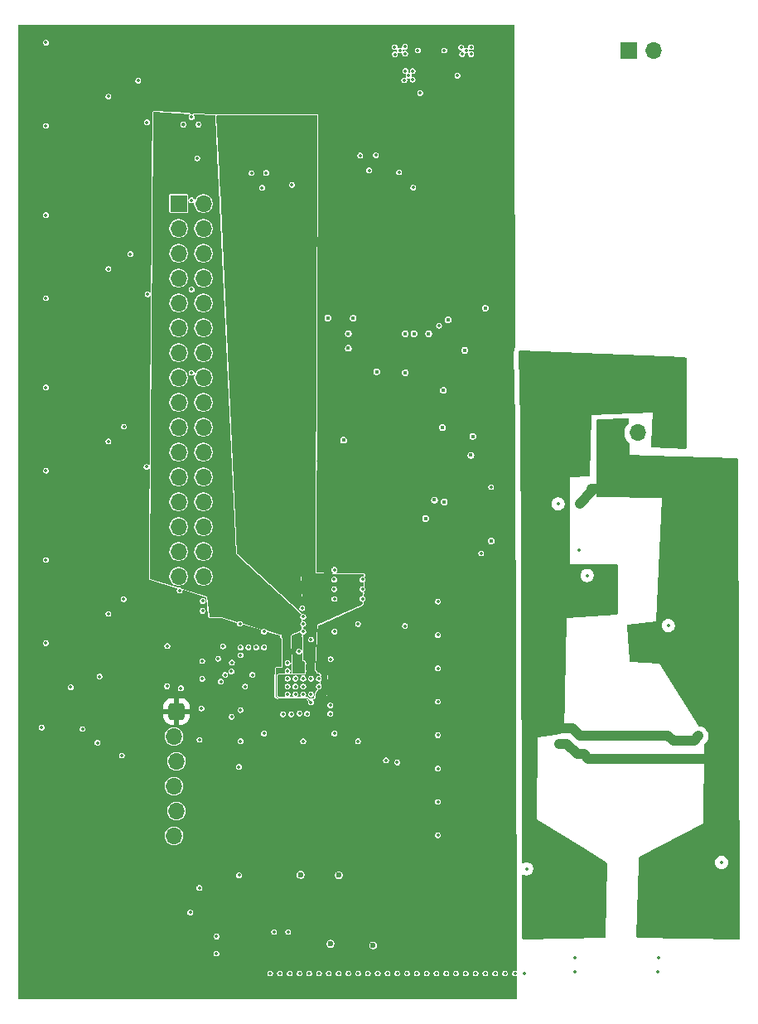
<source format=gbr>
%TF.GenerationSoftware,KiCad,Pcbnew,9.0.0-9.0.0-2~ubuntu22.04.1*%
%TF.CreationDate,2025-03-23T14:07:51-07:00*%
%TF.ProjectId,awg1,61776731-2e6b-4696-9361-645f70636258,rev?*%
%TF.SameCoordinates,Original*%
%TF.FileFunction,Copper,L3,Inr*%
%TF.FilePolarity,Positive*%
%FSLAX46Y46*%
G04 Gerber Fmt 4.6, Leading zero omitted, Abs format (unit mm)*
G04 Created by KiCad (PCBNEW 9.0.0-9.0.0-2~ubuntu22.04.1) date 2025-03-23 14:07:51*
%MOMM*%
%LPD*%
G01*
G04 APERTURE LIST*
G04 Aperture macros list*
%AMRoundRect*
0 Rectangle with rounded corners*
0 $1 Rounding radius*
0 $2 $3 $4 $5 $6 $7 $8 $9 X,Y pos of 4 corners*
0 Add a 4 corners polygon primitive as box body*
4,1,4,$2,$3,$4,$5,$6,$7,$8,$9,$2,$3,0*
0 Add four circle primitives for the rounded corners*
1,1,$1+$1,$2,$3*
1,1,$1+$1,$4,$5*
1,1,$1+$1,$6,$7*
1,1,$1+$1,$8,$9*
0 Add four rect primitives between the rounded corners*
20,1,$1+$1,$2,$3,$4,$5,0*
20,1,$1+$1,$4,$5,$6,$7,0*
20,1,$1+$1,$6,$7,$8,$9,0*
20,1,$1+$1,$8,$9,$2,$3,0*%
G04 Aperture macros list end*
%TA.AperFunction,ComponentPad*%
%ADD10O,1.700000X1.700000*%
%TD*%
%TA.AperFunction,ComponentPad*%
%ADD11R,1.700000X1.700000*%
%TD*%
%TA.AperFunction,ComponentPad*%
%ADD12RoundRect,0.340000X-0.510000X-0.510000X0.510000X-0.510000X0.510000X0.510000X-0.510000X0.510000X0*%
%TD*%
%TA.AperFunction,ViaPad*%
%ADD13C,0.350000*%
%TD*%
%TA.AperFunction,ViaPad*%
%ADD14C,0.600000*%
%TD*%
%TA.AperFunction,ViaPad*%
%ADD15C,0.450000*%
%TD*%
%TA.AperFunction,Conductor*%
%ADD16C,1.000000*%
%TD*%
%TA.AperFunction,Conductor*%
%ADD17C,0.089000*%
%TD*%
%TA.AperFunction,Conductor*%
%ADD18C,0.121000*%
%TD*%
G04 APERTURE END LIST*
D10*
%TO.N,-15V*%
%TO.C,J1801*%
X206654400Y-82550000D03*
%TO.N,GND*%
X204114400Y-82550000D03*
D11*
%TO.N,15V*%
X201574400Y-82550000D03*
%TD*%
D10*
%TO.N,GND*%
%TO.C,J1802*%
X205729000Y-43459400D03*
D11*
%TO.N,5V_USB*%
X203189000Y-43459400D03*
%TD*%
D10*
%TO.N,/fpga/TMS*%
%TO.C,J202*%
X156703922Y-123729981D03*
%TO.N,/fpga/TDI*%
X156957922Y-121189981D03*
%TO.N,/fpga/TDO*%
X156703922Y-118649981D03*
%TO.N,/fpga/TCK*%
X156957922Y-116109981D03*
%TO.N,GND*%
X156703922Y-113569981D03*
D12*
%TO.N,3.3V*%
X156957922Y-111029981D03*
%TD*%
D10*
%TO.N,/fpga/DBG15*%
%TO.C,J201*%
X159720922Y-97219981D03*
%TO.N,GND*%
X157180922Y-97219981D03*
%TO.N,/fpga/DBG14*%
X159720922Y-94679981D03*
%TO.N,GND*%
X157180922Y-94679981D03*
%TO.N,/fpga/DBG13*%
X159720922Y-92139981D03*
%TO.N,GND*%
X157180922Y-92139981D03*
%TO.N,/fpga/DBG12*%
X159720922Y-89599981D03*
%TO.N,GND*%
X157180922Y-89599981D03*
%TO.N,/fpga/DBG11*%
X159720922Y-87059981D03*
%TO.N,GND*%
X157180922Y-87059981D03*
%TO.N,/fpga/DBG10*%
X159720922Y-84519981D03*
%TO.N,GND*%
X157180922Y-84519981D03*
%TO.N,/fpga/DBG9*%
X159720922Y-81979981D03*
%TO.N,GND*%
X157180922Y-81979981D03*
%TO.N,/fpga/DBG8*%
X159720922Y-79439981D03*
%TO.N,GND*%
X157180922Y-79439981D03*
%TO.N,/fpga/DBG7*%
X159720922Y-76899981D03*
%TO.N,GND*%
X157180922Y-76899981D03*
%TO.N,/fpga/DBG6*%
X159720922Y-74359981D03*
%TO.N,GND*%
X157180922Y-74359981D03*
%TO.N,/fpga/DBG5*%
X159720922Y-71819981D03*
%TO.N,GND*%
X157180922Y-71819981D03*
%TO.N,/fpga/DBG4*%
X159720922Y-69279981D03*
%TO.N,GND*%
X157180922Y-69279981D03*
%TO.N,/fpga/DBG3*%
X159720922Y-66739981D03*
%TO.N,GND*%
X157180922Y-66739981D03*
%TO.N,/fpga/DBG2*%
X159720922Y-64199981D03*
%TO.N,GND*%
X157180922Y-64199981D03*
%TO.N,/fpga/DBG1*%
X159720922Y-61659981D03*
%TO.N,GND*%
X157180922Y-61659981D03*
%TO.N,/fpga/DBG0*%
X159720922Y-59119981D03*
D11*
%TO.N,GND*%
X157180922Y-59119981D03*
%TD*%
D13*
%TO.N,3.3V*%
X157665000Y-49377600D03*
%TO.N,GND*%
X143620922Y-51172075D03*
X143620922Y-42672075D03*
X143620922Y-60293574D03*
X143620922Y-68793574D03*
X143620922Y-77915073D03*
X143620922Y-86415073D03*
X143620922Y-95536572D03*
X143620922Y-104036572D03*
%TO.N,/fpga/nBTN_USR*%
X151384000Y-115519200D03*
%TO.N,3.3V*%
X145645922Y-106969078D03*
X151760922Y-106559078D03*
X151720922Y-105479078D03*
%TO.N,GND*%
X180330671Y-43801425D03*
X179276103Y-43868738D03*
X179264884Y-43128297D03*
X180319452Y-43083422D03*
X187073170Y-43846300D03*
X186063478Y-43184391D03*
X186164447Y-43857519D03*
X187073170Y-43128297D03*
X180369772Y-45568083D03*
X181094752Y-45578904D03*
X180245335Y-46514886D03*
X181094752Y-46455373D03*
X181864000Y-47828200D03*
X180692700Y-46041400D03*
X179805200Y-43466400D03*
X181630200Y-43466400D03*
X184330200Y-43466400D03*
X186555200Y-43466400D03*
X185667700Y-46041400D03*
X153941155Y-50813381D03*
X154017816Y-68378265D03*
%TO.N,3.3V*%
X153959658Y-61476817D03*
%TO.N,GND*%
X149098000Y-107460800D03*
X146155922Y-108539078D03*
%TO.N,3.3V*%
X153776033Y-78910219D03*
%TO.N,GND*%
X153911736Y-86024913D03*
%TO.N,3.3V*%
X153810627Y-96723306D03*
X153028422Y-43723574D03*
%TO.N,/fpga/DOUT1*%
X153060400Y-46558200D03*
%TO.N,/fpga/DOUT0*%
X152247600Y-64287400D03*
%TO.N,/fpga/REFCLK*%
X151561800Y-99542600D03*
%TO.N,/fpga/TRIG*%
X151587200Y-81915000D03*
%TO.N,GND*%
X150012400Y-83419701D03*
X150012400Y-48176703D03*
X150012400Y-65798202D03*
X150012400Y-101041200D03*
%TO.N,15V*%
X196062600Y-114350800D03*
%TO.N,-15V*%
X196062600Y-112699800D03*
%TO.N,15V*%
X210339966Y-111949487D03*
%TO.N,-15V*%
X210337400Y-113487200D03*
%TO.N,15V*%
X198196200Y-89764600D03*
%TO.N,GND*%
X195961000Y-89815400D03*
%TO.N,-15V*%
X195961000Y-94571700D03*
%TO.N,GND*%
X198145400Y-94501200D03*
%TO.N,3.3V*%
X162387400Y-116687600D03*
%TO.N,GND*%
X163347400Y-116687600D03*
X192557400Y-137795000D03*
X191557400Y-137795000D03*
X190533800Y-137795000D03*
X189533800Y-137795000D03*
X188533800Y-137795000D03*
X187533800Y-137795000D03*
X186533800Y-137795000D03*
X185533800Y-137795000D03*
X184533800Y-137795000D03*
X183533800Y-137795000D03*
X182533800Y-137795000D03*
X181533800Y-137795000D03*
X180533800Y-137795000D03*
X179533800Y-137795000D03*
X178533800Y-137795000D03*
X177533800Y-137795000D03*
X176533800Y-137795000D03*
X175533800Y-137795000D03*
X174533800Y-137795000D03*
X173533800Y-137795000D03*
X172533800Y-137795000D03*
X171533800Y-137795000D03*
X170533800Y-137795000D03*
X169533800Y-137795000D03*
X168533800Y-137795000D03*
X167533800Y-137795000D03*
X166533800Y-137795000D03*
X161048400Y-135763000D03*
X161061400Y-134010400D03*
X158375600Y-131572000D03*
X163357600Y-127762000D03*
X159311400Y-129057400D03*
%TO.N,3.3V*%
X158826200Y-127812800D03*
X178384200Y-115062000D03*
%TO.N,GND*%
X178384200Y-116022000D03*
X180314600Y-102285800D03*
%TO.N,3.3V*%
X179349400Y-102336600D03*
%TO.N,GND*%
X173106200Y-96545400D03*
X173080800Y-97536000D03*
X173080800Y-98526600D03*
X173106200Y-99517200D03*
X175968600Y-97536000D03*
X175968600Y-98526600D03*
X175968600Y-99517200D03*
%TO.N,1.1V*%
X175008600Y-99517200D03*
X175008600Y-98526600D03*
X175008600Y-97536000D03*
%TO.N,3.3V*%
X174066200Y-96545400D03*
%TO.N,1.1V*%
X174040800Y-97536000D03*
X174040800Y-98526600D03*
X174066200Y-99517200D03*
%TO.N,2.5V*%
X157560000Y-54520000D03*
%TO.N,GND*%
X159636400Y-99731600D03*
X159639000Y-100736400D03*
%TO.N,2.5V*%
X160599000Y-100736400D03*
X160596400Y-99731600D03*
%TO.N,3.3V*%
X160858200Y-102221022D03*
%TO.N,15V*%
X212665900Y-129402100D03*
%TO.N,GND*%
X212665900Y-126452100D03*
%TO.N,-15V*%
X192735200Y-130048000D03*
%TO.N,GND*%
X192735200Y-127098000D03*
%TO.N,15V*%
X198574500Y-115400100D03*
%TO.N,-15V*%
X207727000Y-113999600D03*
%TO.N,GND*%
X197698959Y-136200935D03*
X206198758Y-136200935D03*
X206179200Y-137609600D03*
X197679200Y-137609600D03*
%TO.N,15V*%
X210097100Y-129660100D03*
X205097100Y-133160100D03*
X205097100Y-132660100D03*
X205097100Y-132160100D03*
X205097100Y-131660100D03*
X205097100Y-131160100D03*
X205097100Y-130660100D03*
X205097100Y-130160100D03*
X205097100Y-129660100D03*
X205097100Y-129160100D03*
X205097100Y-128660100D03*
X205097100Y-128160100D03*
X205097100Y-127660100D03*
X205097100Y-127160100D03*
X205597100Y-133160100D03*
X205597100Y-132660100D03*
X205597100Y-132160100D03*
X205597100Y-131660100D03*
X205597100Y-131160100D03*
X205597100Y-130660100D03*
X205597100Y-130160100D03*
X205597100Y-129660100D03*
X205597100Y-129160100D03*
X205597100Y-128660100D03*
X205597100Y-128160100D03*
X205597100Y-127660100D03*
X205597100Y-127160100D03*
X206097100Y-133160100D03*
X206097100Y-132660100D03*
X206097100Y-132160100D03*
X206097100Y-131660100D03*
X206097100Y-131160100D03*
X206097100Y-130660100D03*
X206097100Y-130160100D03*
X206097100Y-129660100D03*
X206097100Y-129160100D03*
X206097100Y-128660100D03*
X206097100Y-128160100D03*
X206097100Y-127660100D03*
X206097100Y-127160100D03*
X206597100Y-133160100D03*
X206597100Y-132660100D03*
X206597100Y-132160100D03*
X206597100Y-131660100D03*
X206597100Y-131160100D03*
X206597100Y-130660100D03*
X206597100Y-130160100D03*
X206597100Y-129660100D03*
X206597100Y-129160100D03*
X206597100Y-128660100D03*
X206597100Y-128160100D03*
X206597100Y-127660100D03*
X206597100Y-127160100D03*
X207097100Y-133160100D03*
X207097100Y-132660100D03*
X207097100Y-132160100D03*
X207097100Y-131660100D03*
X207097100Y-131160100D03*
X207097100Y-130660100D03*
X207097100Y-130160100D03*
X207097100Y-129660100D03*
X207097100Y-129160100D03*
X207097100Y-128660100D03*
X207097100Y-128160100D03*
X207097100Y-127660100D03*
X207097100Y-127160100D03*
X207597100Y-133160100D03*
X207597100Y-132660100D03*
X207597100Y-132160100D03*
X207597100Y-131660100D03*
X207597100Y-131160100D03*
X207597100Y-130660100D03*
X207597100Y-130160100D03*
X207597100Y-129660100D03*
X207597100Y-129160100D03*
X207597100Y-128660100D03*
X207597100Y-128160100D03*
X210597100Y-131660100D03*
X210097100Y-128660100D03*
X209097100Y-133160100D03*
X209097100Y-132660100D03*
X209097100Y-132160100D03*
X209097100Y-131660100D03*
X209097100Y-131160100D03*
X209097100Y-130660100D03*
X209097100Y-130160100D03*
X209097100Y-129660100D03*
X209097100Y-129160100D03*
X209097100Y-128660100D03*
X209097100Y-128160100D03*
X209097100Y-127660100D03*
X209097100Y-127160100D03*
X209597100Y-133160100D03*
X210097100Y-132160100D03*
X210097100Y-131660100D03*
X207597100Y-127660100D03*
X207597100Y-127160100D03*
X208097100Y-133160100D03*
X208097100Y-132660100D03*
X208097100Y-132160100D03*
X208097100Y-131660100D03*
X208097100Y-131160100D03*
X208097100Y-130660100D03*
X208097100Y-130160100D03*
X208097100Y-129660100D03*
X208097100Y-129160100D03*
X208097100Y-128660100D03*
X208097100Y-128160100D03*
X208097100Y-127660100D03*
X208097100Y-127160100D03*
X208597100Y-133160100D03*
X208597100Y-132660100D03*
X208597100Y-131160100D03*
X208597100Y-130660100D03*
X208597100Y-130160100D03*
X208597100Y-129660100D03*
X208597100Y-129160100D03*
X208597100Y-128660100D03*
X208597100Y-128160100D03*
X208597100Y-127660100D03*
X208597100Y-127160100D03*
X209597100Y-128160100D03*
X209597100Y-127660100D03*
X209597100Y-127160100D03*
X210097100Y-129160100D03*
X209597100Y-131160100D03*
X209597100Y-130660100D03*
X208597100Y-132160100D03*
X208597100Y-131660100D03*
X210097100Y-131160100D03*
X210097100Y-130660100D03*
X209597100Y-132660100D03*
X209597100Y-132160100D03*
X209597100Y-131660100D03*
X209597100Y-130160100D03*
X209597100Y-129160100D03*
X209597100Y-128660100D03*
X210097100Y-127660100D03*
X210097100Y-128160100D03*
X210597100Y-132160100D03*
X210597100Y-128660100D03*
X210597100Y-127160100D03*
X210597100Y-127660100D03*
X210597100Y-129660100D03*
X210597100Y-128160100D03*
X210097100Y-133160100D03*
X210097100Y-132660100D03*
X210597100Y-130660100D03*
X210597100Y-131160100D03*
X210597100Y-129160100D03*
X210597100Y-130160100D03*
X210597100Y-132660100D03*
X209597100Y-129660100D03*
X210097100Y-130160100D03*
X210097100Y-127160100D03*
X210597100Y-133160100D03*
%TO.N,-15V*%
X199802100Y-129780500D03*
X194802100Y-133280500D03*
X194802100Y-132780500D03*
X194802100Y-132280500D03*
X194802100Y-131780500D03*
X194802100Y-131280500D03*
X194802100Y-130780500D03*
X194802100Y-130280500D03*
X194802100Y-129780500D03*
X194802100Y-129280500D03*
X194802100Y-128780500D03*
X194802100Y-128280500D03*
X194802100Y-127780500D03*
X194802100Y-127280500D03*
X195302100Y-133280500D03*
X195302100Y-132780500D03*
X195302100Y-132280500D03*
X195302100Y-131780500D03*
X195302100Y-131280500D03*
X195302100Y-130780500D03*
X195302100Y-130280500D03*
X195302100Y-129780500D03*
X195302100Y-129280500D03*
X195302100Y-128780500D03*
X195302100Y-128280500D03*
X195302100Y-127780500D03*
X195302100Y-127280500D03*
X195802100Y-133280500D03*
X195802100Y-132780500D03*
X195802100Y-132280500D03*
X195802100Y-131780500D03*
X195802100Y-131280500D03*
X195802100Y-130780500D03*
X195802100Y-130280500D03*
X195802100Y-129780500D03*
X195802100Y-129280500D03*
X195802100Y-128780500D03*
X195802100Y-128280500D03*
X195802100Y-127780500D03*
X195802100Y-127280500D03*
X196302100Y-133280500D03*
X196302100Y-132780500D03*
X196302100Y-132280500D03*
X196302100Y-131780500D03*
X196302100Y-131280500D03*
X196302100Y-130780500D03*
X196302100Y-130280500D03*
X196302100Y-129780500D03*
X196302100Y-129280500D03*
X196302100Y-128780500D03*
X196302100Y-128280500D03*
X196302100Y-127780500D03*
X196302100Y-127280500D03*
X196802100Y-133280500D03*
X196802100Y-132780500D03*
X196802100Y-132280500D03*
X196802100Y-131780500D03*
X196802100Y-131280500D03*
X196802100Y-130780500D03*
X196802100Y-130280500D03*
X196802100Y-129780500D03*
X196802100Y-129280500D03*
X196802100Y-128780500D03*
X196802100Y-128280500D03*
X196802100Y-127780500D03*
X196802100Y-127280500D03*
X197302100Y-133280500D03*
X197302100Y-132780500D03*
X197302100Y-132280500D03*
X197302100Y-131780500D03*
X197302100Y-131280500D03*
X197302100Y-130780500D03*
X197302100Y-130280500D03*
X197302100Y-129780500D03*
X197302100Y-129280500D03*
X197302100Y-128780500D03*
X197302100Y-128280500D03*
X200302100Y-131780500D03*
X199802100Y-128780500D03*
X198802100Y-133280500D03*
X198802100Y-132780500D03*
X198802100Y-132280500D03*
X198802100Y-131780500D03*
X198802100Y-131280500D03*
X198802100Y-130780500D03*
X198802100Y-130280500D03*
X198802100Y-129780500D03*
X198802100Y-129280500D03*
X198802100Y-128780500D03*
X198802100Y-128280500D03*
X198802100Y-127780500D03*
X198802100Y-127280500D03*
X199302100Y-133280500D03*
X199802100Y-132280500D03*
X199802100Y-131780500D03*
X197302100Y-127780500D03*
X197302100Y-127280500D03*
X197802100Y-133280500D03*
X197802100Y-132780500D03*
X197802100Y-132280500D03*
X197802100Y-131780500D03*
X197802100Y-131280500D03*
X197802100Y-130780500D03*
X197802100Y-130280500D03*
X197802100Y-129780500D03*
X197802100Y-129280500D03*
X197802100Y-128780500D03*
X197802100Y-128280500D03*
X197802100Y-127780500D03*
X197802100Y-127280500D03*
X198302100Y-133280500D03*
X198302100Y-132780500D03*
X198302100Y-131280500D03*
X198302100Y-130780500D03*
X198302100Y-130280500D03*
X198302100Y-129780500D03*
X198302100Y-129280500D03*
X198302100Y-128780500D03*
X198302100Y-128280500D03*
X198302100Y-127780500D03*
X198302100Y-127280500D03*
X199302100Y-128280500D03*
X199302100Y-127780500D03*
X199302100Y-127280500D03*
X199802100Y-129280500D03*
X199302100Y-131280500D03*
X199302100Y-130780500D03*
X198302100Y-132280500D03*
X198302100Y-131780500D03*
X199802100Y-131280500D03*
X199802100Y-130780500D03*
X199302100Y-132780500D03*
X199302100Y-132280500D03*
X199302100Y-131780500D03*
X199302100Y-130280500D03*
X199302100Y-129280500D03*
X199302100Y-128780500D03*
X199802100Y-127780500D03*
X199802100Y-128280500D03*
X200302100Y-132280500D03*
X200302100Y-128780500D03*
X200302100Y-127280500D03*
X200302100Y-127780500D03*
X200302100Y-129780500D03*
X200302100Y-128280500D03*
X199802100Y-133280500D03*
X199802100Y-132780500D03*
X200302100Y-130780500D03*
X200302100Y-131280500D03*
X200302100Y-129280500D03*
X200302100Y-130280500D03*
X200302100Y-132780500D03*
X199302100Y-129780500D03*
X199802100Y-130280500D03*
X199802100Y-127280500D03*
X200302100Y-133280500D03*
X193006600Y-120350633D03*
X193006600Y-118837300D03*
X193006700Y-117331834D03*
X193006700Y-115818500D03*
%TO.N,GND*%
X198924100Y-97124100D03*
%TO.N,-15V*%
X200474100Y-97124100D03*
%TO.N,GND*%
X207217500Y-102229500D03*
%TO.N,15V*%
X207217500Y-100679500D03*
%TO.N,-15V*%
X201427888Y-98626417D03*
X201421395Y-99256176D03*
X201427888Y-99950859D03*
%TO.N,15V*%
X203990657Y-103448889D03*
X203986900Y-104260435D03*
X203983143Y-104917936D03*
X212064500Y-119512100D03*
X212064500Y-118012100D03*
X212054500Y-116512100D03*
X212044500Y-115022100D03*
%TO.N,GND*%
X183678364Y-113438093D03*
X173113400Y-113274981D03*
D14*
X172700922Y-134769981D03*
D15*
X187056510Y-84833034D03*
X182426476Y-91302431D03*
X182740172Y-72414931D03*
D13*
X163513400Y-110874981D03*
X171513400Y-107674981D03*
X175513400Y-114074981D03*
X171513400Y-108474981D03*
D15*
X188526476Y-69802431D03*
X177426476Y-76302431D03*
D13*
X163513400Y-114074981D03*
X183678364Y-116849521D03*
X169913400Y-114074981D03*
X159590922Y-107679078D03*
D15*
X180340172Y-72414931D03*
D13*
X159600000Y-105870000D03*
X168313400Y-106074981D03*
D15*
X183326476Y-89402431D03*
X186426476Y-74102431D03*
D13*
X168691318Y-111313202D03*
X166942172Y-133559981D03*
X165913400Y-113274981D03*
X148892600Y-114224200D03*
X183678364Y-123672377D03*
X175513400Y-102074981D03*
X156025922Y-104339078D03*
X170713400Y-109274981D03*
X168383422Y-133559981D03*
X147352600Y-112814200D03*
X159215000Y-51040000D03*
X163450000Y-102060000D03*
X165712500Y-57520000D03*
X183678364Y-110026665D03*
D15*
X184326476Y-89602431D03*
D13*
X169913400Y-102074981D03*
X169476711Y-104896173D03*
X157400922Y-108659078D03*
X159520922Y-110709078D03*
X169113400Y-109274981D03*
D14*
X169650922Y-127709981D03*
D13*
X172686679Y-110410535D03*
D15*
X181240172Y-72414931D03*
D13*
X177340000Y-54180000D03*
X172686679Y-111264737D03*
X164630000Y-56015000D03*
X173113400Y-102874981D03*
X179710000Y-55920000D03*
X176650000Y-55720000D03*
X168313400Y-107674981D03*
X168313400Y-106874981D03*
D14*
X177059114Y-134927729D03*
D13*
X166130000Y-55985000D03*
X183678364Y-120260949D03*
X169913400Y-108474981D03*
X167840000Y-111310000D03*
D15*
X184240172Y-78202431D03*
D13*
X183678364Y-103203809D03*
X183678364Y-99792381D03*
D15*
X172426476Y-70802431D03*
X174526476Y-72402431D03*
X180340172Y-76402431D03*
D13*
X165913400Y-102874981D03*
X169113400Y-107674981D03*
X169542490Y-111231417D03*
D15*
X174526476Y-73902431D03*
D13*
X159085000Y-54495000D03*
D14*
X173550922Y-127749981D03*
D13*
X143187600Y-112659200D03*
X179510922Y-116229078D03*
D15*
X187240172Y-82902431D03*
D13*
X168313400Y-109274981D03*
X169913400Y-107674981D03*
X169113400Y-108474981D03*
X175740000Y-54215000D03*
X163513400Y-105274981D03*
X183678364Y-106615237D03*
D15*
X174040172Y-83302431D03*
D13*
X168765000Y-57210000D03*
D15*
X184726476Y-71002431D03*
D13*
X159320922Y-113919078D03*
D15*
X184140172Y-82002431D03*
X189126476Y-93602431D03*
D13*
X169913400Y-109274981D03*
X168313400Y-108474981D03*
D15*
X175023995Y-70832921D03*
D13*
X172717648Y-105673183D03*
X170713400Y-107674981D03*
X170310000Y-111260000D03*
%TO.N,3.3V*%
X176595000Y-57280000D03*
X171877914Y-111267766D03*
X177650000Y-47510000D03*
X189752500Y-106826957D03*
D15*
X181340172Y-87102431D03*
D13*
X171513400Y-106074981D03*
X169913400Y-106874981D03*
X167513400Y-110074981D03*
X171513400Y-110074981D03*
D15*
X184840172Y-82802431D03*
D13*
X156410000Y-100230000D03*
X177340000Y-52630000D03*
X169913400Y-110074981D03*
X189872500Y-116966957D03*
X188798422Y-99902125D03*
X171513400Y-109274981D03*
X169113400Y-106874981D03*
D15*
X184240172Y-72414931D03*
D13*
X176507500Y-58990000D03*
X177727500Y-51040000D03*
X167513400Y-106020000D03*
D15*
X186040172Y-75502431D03*
D13*
X169500000Y-104060000D03*
X189702500Y-120386957D03*
D15*
X172426476Y-62702431D03*
X184940172Y-78702431D03*
D13*
X169113400Y-106074981D03*
X168313400Y-110074981D03*
X177420922Y-120519078D03*
D15*
X175426476Y-76602431D03*
D13*
X171513400Y-106874981D03*
X175740000Y-52665000D03*
D14*
X175605922Y-134814981D03*
D13*
X168710000Y-110410000D03*
X159520922Y-109669078D03*
D15*
X177126476Y-68202431D03*
D13*
X189882500Y-113626957D03*
X179680922Y-121639078D03*
X189752500Y-110236957D03*
D15*
X182326476Y-92902431D03*
D14*
X171270922Y-134969981D03*
D13*
X171900000Y-104890000D03*
X150242600Y-113814200D03*
D15*
X175040172Y-85302431D03*
D13*
X167918901Y-110440826D03*
X158360922Y-108659078D03*
X189732500Y-103416957D03*
X160590922Y-107651577D03*
X157930922Y-107039078D03*
X189710922Y-123799078D03*
X157665000Y-51040000D03*
X169913400Y-106074981D03*
X167110000Y-104090000D03*
X169113400Y-110074981D03*
%TO.N,1.1V*%
X166130000Y-54435000D03*
X166517500Y-52800000D03*
X164630000Y-54465000D03*
X165700000Y-60680000D03*
X165705000Y-59150000D03*
%TO.N,5V_USB*%
X181160000Y-57490000D03*
X189117022Y-88092978D03*
%TO.N,/ft232/CLK_12M_FT*%
X183800000Y-71590000D03*
X188110000Y-94870000D03*
%TO.N,/fpga/nBTN_USR*%
X162600000Y-111570000D03*
X162630922Y-106029078D03*
%TO.N,/fpga/nFPGA_RST*%
X163980000Y-108470000D03*
%TO.N,1.1V*%
X170713400Y-106874981D03*
X167513400Y-109274981D03*
X170713400Y-108474981D03*
X167513400Y-108474981D03*
X167513400Y-107674981D03*
X170713400Y-106074981D03*
%TO.N,2.5V*%
X167513400Y-106874981D03*
X170713400Y-110074981D03*
%TO.N,/fpga/CFG_CDONE*%
X155990000Y-108447350D03*
X161940922Y-107279078D03*
%TO.N,Net-(U201H-PB13A{slash}+{slash}SN{slash}CSN)*%
X164730922Y-107279078D03*
%TO.N,/fpga/CFG_IO1*%
X161720922Y-104359078D03*
X162580922Y-106939078D03*
%TO.N,/fpga/DATA7*%
X169913400Y-102874981D03*
X169820922Y-100479078D03*
%TO.N,/fpga/CTRL0*%
X170713400Y-103674981D03*
X169910922Y-101339078D03*
%TO.N,/fpga/DOUT0*%
X165113400Y-104474981D03*
%TO.N,/fpga/DOUT1*%
X165913400Y-104474981D03*
%TO.N,/fpga/TRIG*%
X164313400Y-104474981D03*
%TO.N,/fpga/REFCLK*%
X163513400Y-104474981D03*
%TO.N,/fpga/CFG_0*%
X161230922Y-105629078D03*
X161500922Y-107969078D03*
%TO.N,GND*%
X157287925Y-98659078D03*
X158500922Y-50286081D03*
X158500922Y-58786081D03*
X158500922Y-67907580D03*
X158500922Y-76407580D03*
%TD*%
D16*
%TO.N,15V*%
X196824600Y-114350800D02*
X196062600Y-114350800D01*
X196850000Y-114325400D02*
X196824600Y-114350800D01*
X198574500Y-115400100D02*
X197924700Y-115400100D01*
X197924700Y-115400100D02*
X196850000Y-114325400D01*
%TO.N,-15V*%
X196062600Y-112699800D02*
X196037200Y-112699800D01*
X196037200Y-112699800D02*
X196011800Y-112725200D01*
X197434200Y-112699800D02*
X196062600Y-112699800D01*
X207727000Y-113999600D02*
X207189200Y-113461800D01*
X207189200Y-113461800D02*
X198196200Y-113461800D01*
X198196200Y-113461800D02*
X197434200Y-112699800D01*
X209850400Y-113999600D02*
X210312000Y-113538000D01*
X207727000Y-113999600D02*
X209850400Y-113999600D01*
%TO.N,15V*%
X198574500Y-115400100D02*
X199049200Y-115874800D01*
X199049200Y-115874800D02*
X211191800Y-115874800D01*
X211191800Y-115874800D02*
X212044500Y-115022100D01*
X199415400Y-88239600D02*
X207975200Y-88239600D01*
X198196200Y-89764600D02*
X199415400Y-88545400D01*
X199415400Y-88545400D02*
X199415400Y-88239600D01*
D17*
%TO.N,3.3V*%
X169913400Y-106874981D02*
X169113400Y-106874981D01*
X171513400Y-110074981D02*
X171513400Y-109274981D01*
X169113400Y-106874981D02*
X169113400Y-106074981D01*
X171907900Y-106902100D02*
X171910000Y-106900000D01*
X171513400Y-106874981D02*
X171513400Y-106074981D01*
X167513400Y-110074981D02*
X167054981Y-110074981D01*
X171910000Y-106900000D02*
X171884981Y-106874981D01*
X171513400Y-109274981D02*
X171907900Y-108880481D01*
X166430000Y-109450000D02*
X166430000Y-106610000D01*
X171907900Y-108880481D02*
X171907900Y-106902100D01*
X169113400Y-106074981D02*
X169913400Y-106074981D01*
X169913400Y-110074981D02*
X167513400Y-110074981D01*
X166430000Y-106610000D02*
X166965019Y-106074981D01*
X166965019Y-106074981D02*
X167513400Y-106074981D01*
X171884981Y-106874981D02*
X171513400Y-106874981D01*
X167054981Y-110074981D02*
X166430000Y-109450000D01*
D18*
%TO.N,1.1V*%
X167513400Y-109274981D02*
X167513400Y-107674981D01*
D17*
X170318900Y-107269481D02*
X167918900Y-107269481D01*
X170713400Y-108474981D02*
X170318900Y-108080481D01*
X167513400Y-107674981D02*
X167907900Y-107280481D01*
X167918900Y-107269481D02*
X167513400Y-107674981D01*
X167907900Y-107280481D02*
X168539519Y-107280481D01*
X167907900Y-108080481D02*
X167513400Y-108474981D01*
X170318900Y-108080481D02*
X167907900Y-108080481D01*
X171118900Y-108069481D02*
X171118900Y-107280481D01*
X170713400Y-108474981D02*
X171118900Y-108069481D01*
X170713400Y-106874981D02*
X170713400Y-106074981D01*
X170713400Y-106874981D02*
X170318900Y-107269481D01*
X171118900Y-107280481D02*
X170713400Y-106874981D01*
%TO.N,2.5V*%
X170713400Y-110074981D02*
X170307900Y-109669481D01*
X170307900Y-109669481D02*
X167349992Y-109669481D01*
X167918900Y-106469481D02*
X167918900Y-105738900D01*
X167110000Y-107278381D02*
X167513400Y-106874981D01*
X167918900Y-105738900D02*
X167910000Y-105730000D01*
X167513400Y-106874981D02*
X167918900Y-106469481D01*
X167910000Y-105730000D02*
X167910000Y-101110000D01*
X167110000Y-109429489D02*
X167110000Y-107278381D01*
X167349992Y-109669481D02*
X167110000Y-109429489D01*
%TD*%
%TA.AperFunction,Conductor*%
%TO.N,3.3V*%
G36*
X172510000Y-103380000D02*
G01*
X172444006Y-105546141D01*
X172437627Y-105557191D01*
X172437627Y-105557193D01*
X172417148Y-105633619D01*
X172417148Y-105712746D01*
X172436706Y-105785738D01*
X172340000Y-108960000D01*
X172110000Y-111640000D01*
X171090000Y-111650000D01*
X171050172Y-109778118D01*
X171070496Y-109771274D01*
X171077528Y-109768624D01*
X171126965Y-109726111D01*
X171146452Y-109694069D01*
X171160569Y-109655401D01*
X171165752Y-109621950D01*
X171176821Y-109550503D01*
X171199305Y-109405374D01*
X171198749Y-109369819D01*
X171198312Y-109367482D01*
X171201740Y-109341679D01*
X171200635Y-109341276D01*
X171201461Y-109339014D01*
X171215578Y-109300346D01*
X171223486Y-109249306D01*
X171243682Y-109118941D01*
X171256665Y-109035138D01*
X171270066Y-109008370D01*
X171411459Y-108863902D01*
X171415755Y-108859240D01*
X171419610Y-108854796D01*
X171441821Y-108812972D01*
X171442136Y-108811798D01*
X171442439Y-108811402D01*
X171442840Y-108810385D01*
X171443132Y-108810499D01*
X171464967Y-108782045D01*
X171489466Y-108775481D01*
X171552964Y-108775481D01*
X171579630Y-108768335D01*
X171629389Y-108755002D01*
X171697911Y-108715441D01*
X171753860Y-108659492D01*
X171793421Y-108590970D01*
X171813900Y-108514543D01*
X171813900Y-108435419D01*
X171813900Y-108435417D01*
X171804332Y-108399710D01*
X171793421Y-108358992D01*
X171793420Y-108358990D01*
X171793420Y-108358989D01*
X171768339Y-108315549D01*
X171753860Y-108290470D01*
X171717928Y-108254538D01*
X171703576Y-108219890D01*
X171707457Y-108200778D01*
X171720105Y-108170922D01*
X171728458Y-108130615D01*
X171729330Y-108021584D01*
X171728484Y-108007385D01*
X171726815Y-107994307D01*
X171707817Y-107948187D01*
X171707889Y-107910684D01*
X171718470Y-107894881D01*
X171753860Y-107859492D01*
X171793421Y-107790970D01*
X171813900Y-107714543D01*
X171813900Y-107635419D01*
X171813900Y-107635417D01*
X171804332Y-107599710D01*
X171793421Y-107558992D01*
X171793420Y-107558990D01*
X171793420Y-107558989D01*
X171759307Y-107499905D01*
X171753860Y-107490470D01*
X171722923Y-107459533D01*
X171708571Y-107424885D01*
X171712452Y-107405772D01*
X171726490Y-107372636D01*
X171734844Y-107332328D01*
X171735298Y-107275680D01*
X171735055Y-107267629D01*
X171734544Y-107260165D01*
X171719913Y-107213355D01*
X171704202Y-107186996D01*
X171700713Y-107181142D01*
X171700711Y-107181139D01*
X171673145Y-107150575D01*
X171673141Y-107150571D01*
X171661316Y-107141756D01*
X171606119Y-107100610D01*
X171576281Y-107085060D01*
X171576279Y-107085059D01*
X171546996Y-107075346D01*
X171513781Y-107069981D01*
X171494178Y-107069981D01*
X171481496Y-107068311D01*
X171460343Y-107062642D01*
X171444362Y-107058360D01*
X171432547Y-107053466D01*
X171399251Y-107034243D01*
X171389105Y-107026457D01*
X171361920Y-106999272D01*
X171354133Y-106989124D01*
X171353714Y-106988399D01*
X171334913Y-106955835D01*
X171330020Y-106944022D01*
X171327420Y-106934318D01*
X171326004Y-106931222D01*
X171312831Y-106902416D01*
X171312823Y-106902401D01*
X171294784Y-106875806D01*
X171294783Y-106875804D01*
X171270526Y-106850441D01*
X171270525Y-106850440D01*
X171209258Y-106804767D01*
X171190057Y-106772552D01*
X171189609Y-106762959D01*
X171364492Y-103370373D01*
X172510000Y-103380000D01*
G37*
%TD.AperFunction*%
%TD*%
%TA.AperFunction,Conductor*%
%TO.N,2.5V*%
G36*
X154641309Y-49762854D02*
G01*
X158281155Y-49965381D01*
X158314951Y-49981634D01*
X158327355Y-50017026D01*
X158313080Y-50048952D01*
X158260461Y-50101571D01*
X158220901Y-50170089D01*
X158220901Y-50170091D01*
X158200422Y-50246517D01*
X158200422Y-50325644D01*
X158220901Y-50402070D01*
X158220901Y-50402072D01*
X158260462Y-50470592D01*
X158316411Y-50526541D01*
X158384933Y-50566102D01*
X158420400Y-50575605D01*
X158461358Y-50586581D01*
X158461360Y-50586581D01*
X158540486Y-50586581D01*
X158567152Y-50579435D01*
X158616911Y-50566102D01*
X158685433Y-50526541D01*
X158741382Y-50470592D01*
X158780943Y-50402070D01*
X158801422Y-50325643D01*
X158801422Y-50246519D01*
X158801422Y-50246517D01*
X158782554Y-50176106D01*
X158780943Y-50170092D01*
X158780942Y-50170090D01*
X158780942Y-50170089D01*
X158747284Y-50111793D01*
X158741382Y-50101570D01*
X158714983Y-50075171D01*
X158700631Y-50040523D01*
X158714983Y-50005875D01*
X158749631Y-49991523D01*
X158752344Y-49991598D01*
X160912518Y-50111793D01*
X160946315Y-50128047D01*
X160958719Y-50163439D01*
X160958252Y-50167992D01*
X160957035Y-50176092D01*
X160957035Y-50176106D01*
X161231581Y-55980421D01*
X161231581Y-55980422D01*
X161232002Y-55989325D01*
X161288105Y-57175421D01*
X161288105Y-57175422D01*
X161288526Y-57184325D01*
X161302768Y-57485421D01*
X161302768Y-57485422D01*
X161303189Y-57494325D01*
X163073662Y-94924796D01*
X163073663Y-94924800D01*
X163081696Y-94957232D01*
X163083522Y-94964601D01*
X163083523Y-94964603D01*
X163099377Y-94998422D01*
X163099379Y-94998426D01*
X163123664Y-95031458D01*
X163123669Y-95031463D01*
X169700542Y-101052132D01*
X169716408Y-101086114D01*
X169703599Y-101121361D01*
X169702105Y-101122922D01*
X169670463Y-101154565D01*
X169670462Y-101154566D01*
X169630901Y-101223086D01*
X169630901Y-101223088D01*
X169610422Y-101299514D01*
X169610422Y-101378641D01*
X169630901Y-101455067D01*
X169630901Y-101455069D01*
X169670462Y-101523589D01*
X169726411Y-101579538D01*
X169742371Y-101588753D01*
X169765201Y-101618506D01*
X169763495Y-101649057D01*
X169762727Y-101651015D01*
X169762723Y-101651029D01*
X169755472Y-101691538D01*
X169755472Y-101691542D01*
X169756181Y-101728451D01*
X169764589Y-101767749D01*
X169765064Y-101769249D01*
X169765019Y-101769759D01*
X169765078Y-101770032D01*
X169764994Y-101770049D01*
X169761831Y-101806612D01*
X169742848Y-101826461D01*
X169728888Y-101834521D01*
X169728888Y-101834522D01*
X169672941Y-101890469D01*
X169672940Y-101890469D01*
X169633379Y-101958989D01*
X169633379Y-101958991D01*
X169612900Y-102035417D01*
X169612900Y-102114544D01*
X169633379Y-102190970D01*
X169633379Y-102190972D01*
X169664291Y-102244511D01*
X169672940Y-102259492D01*
X169728889Y-102315441D01*
X169728892Y-102315442D01*
X169728895Y-102315445D01*
X169754488Y-102330220D01*
X169777320Y-102359972D01*
X169777155Y-102384528D01*
X169777301Y-102384555D01*
X169777149Y-102385399D01*
X169777146Y-102385972D01*
X169776876Y-102386926D01*
X169769623Y-102427445D01*
X169771564Y-102528450D01*
X169779613Y-102566066D01*
X169772828Y-102602950D01*
X169756199Y-102618752D01*
X169728894Y-102634517D01*
X169728885Y-102634524D01*
X169672943Y-102690466D01*
X169672938Y-102690473D01*
X169659239Y-102714198D01*
X169639172Y-102733292D01*
X168761566Y-103183543D01*
X168747232Y-103188283D01*
X168747133Y-103188299D01*
X168750000Y-101580000D01*
X167680000Y-101550000D01*
X167686734Y-103210000D01*
X167686733Y-103210000D01*
X167686733Y-103209999D01*
X167686656Y-103209922D01*
X167673118Y-103207938D01*
X167613817Y-103190169D01*
X167505734Y-103157782D01*
X166215947Y-102771308D01*
X166187577Y-102748870D01*
X166167559Y-102714198D01*
X166153860Y-102690470D01*
X166097911Y-102634521D01*
X166097904Y-102634517D01*
X166029390Y-102594960D01*
X165952964Y-102574481D01*
X165952962Y-102574481D01*
X165873838Y-102574481D01*
X165873836Y-102574481D01*
X165797413Y-102594959D01*
X165797407Y-102594961D01*
X165757635Y-102617922D01*
X165720453Y-102622816D01*
X165719072Y-102622424D01*
X163780220Y-102041463D01*
X163751150Y-102017770D01*
X163746955Y-102007207D01*
X163730021Y-101944012D01*
X163730020Y-101944008D01*
X163699109Y-101890470D01*
X163690460Y-101875489D01*
X163634511Y-101819540D01*
X163603159Y-101801439D01*
X163565990Y-101779979D01*
X163489564Y-101759500D01*
X163489562Y-101759500D01*
X163410438Y-101759500D01*
X163410436Y-101759500D01*
X163334010Y-101779979D01*
X163334008Y-101779979D01*
X163265495Y-101819535D01*
X163265485Y-101819542D01*
X163234091Y-101850936D01*
X163199443Y-101865287D01*
X163185379Y-101863225D01*
X161544001Y-101371400D01*
X161544000Y-101371400D01*
X161497800Y-101373248D01*
X160911044Y-101396718D01*
X160906958Y-101396711D01*
X160367308Y-101373248D01*
X160333315Y-101357405D01*
X160320668Y-101329052D01*
X160317786Y-101299514D01*
X160121600Y-99288600D01*
X157558454Y-98500428D01*
X157530421Y-98478093D01*
X157528387Y-98474570D01*
X157528382Y-98474564D01*
X157472436Y-98418618D01*
X157403915Y-98379057D01*
X157327489Y-98358578D01*
X157327487Y-98358578D01*
X157248363Y-98358578D01*
X157248360Y-98358578D01*
X157181174Y-98376580D01*
X157154090Y-98376086D01*
X154274864Y-97490720D01*
X154245964Y-97466818D01*
X154240267Y-97443527D01*
X154242593Y-97126365D01*
X156230422Y-97126365D01*
X156230422Y-97313597D01*
X156254662Y-97435460D01*
X156266948Y-97497229D01*
X156266951Y-97497239D01*
X156338597Y-97670206D01*
X156338598Y-97670208D01*
X156338600Y-97670212D01*
X156442620Y-97825889D01*
X156575014Y-97958283D01*
X156730691Y-98062303D01*
X156730696Y-98062305D01*
X156903663Y-98133951D01*
X156903665Y-98133951D01*
X156903671Y-98133954D01*
X157087306Y-98170481D01*
X157087309Y-98170481D01*
X157274535Y-98170481D01*
X157274538Y-98170481D01*
X157458173Y-98133954D01*
X157631153Y-98062303D01*
X157786830Y-97958283D01*
X157919224Y-97825889D01*
X158023244Y-97670212D01*
X158094895Y-97497232D01*
X158131422Y-97313597D01*
X158131422Y-97126365D01*
X158770422Y-97126365D01*
X158770422Y-97313597D01*
X158794662Y-97435460D01*
X158806948Y-97497229D01*
X158806951Y-97497239D01*
X158878597Y-97670206D01*
X158878598Y-97670208D01*
X158878600Y-97670212D01*
X158982620Y-97825889D01*
X159115014Y-97958283D01*
X159270691Y-98062303D01*
X159270696Y-98062305D01*
X159443663Y-98133951D01*
X159443665Y-98133951D01*
X159443671Y-98133954D01*
X159627306Y-98170481D01*
X159627309Y-98170481D01*
X159814535Y-98170481D01*
X159814538Y-98170481D01*
X159998173Y-98133954D01*
X160171153Y-98062303D01*
X160326830Y-97958283D01*
X160459224Y-97825889D01*
X160563244Y-97670212D01*
X160634895Y-97497232D01*
X160671422Y-97313597D01*
X160671422Y-97126365D01*
X160634895Y-96942730D01*
X160620909Y-96908966D01*
X160563246Y-96769755D01*
X160563244Y-96769750D01*
X160459224Y-96614073D01*
X160326830Y-96481679D01*
X160171153Y-96377659D01*
X160171149Y-96377657D01*
X160171147Y-96377656D01*
X159998180Y-96306010D01*
X159998170Y-96306007D01*
X159924116Y-96291277D01*
X159814538Y-96269481D01*
X159627306Y-96269481D01*
X159535908Y-96287661D01*
X159443673Y-96306007D01*
X159443663Y-96306010D01*
X159270696Y-96377656D01*
X159270692Y-96377658D01*
X159270691Y-96377659D01*
X159231117Y-96404101D01*
X159115014Y-96481678D01*
X158982619Y-96614073D01*
X158936067Y-96683744D01*
X158883199Y-96762868D01*
X158878597Y-96769755D01*
X158806951Y-96942722D01*
X158806948Y-96942732D01*
X158790822Y-97023806D01*
X158770422Y-97126365D01*
X158131422Y-97126365D01*
X158094895Y-96942730D01*
X158080909Y-96908966D01*
X158023246Y-96769755D01*
X158023244Y-96769750D01*
X157919224Y-96614073D01*
X157786830Y-96481679D01*
X157631153Y-96377659D01*
X157631149Y-96377657D01*
X157631147Y-96377656D01*
X157458180Y-96306010D01*
X157458170Y-96306007D01*
X157384116Y-96291277D01*
X157274538Y-96269481D01*
X157087306Y-96269481D01*
X156995908Y-96287661D01*
X156903673Y-96306007D01*
X156903663Y-96306010D01*
X156730696Y-96377656D01*
X156730692Y-96377658D01*
X156730691Y-96377659D01*
X156691117Y-96404101D01*
X156575014Y-96481678D01*
X156442619Y-96614073D01*
X156396067Y-96683744D01*
X156343199Y-96762868D01*
X156338597Y-96769755D01*
X156266951Y-96942722D01*
X156266948Y-96942732D01*
X156250822Y-97023806D01*
X156230422Y-97126365D01*
X154242593Y-97126365D01*
X154261223Y-94586365D01*
X156230422Y-94586365D01*
X156230422Y-94773597D01*
X156254662Y-94895460D01*
X156266948Y-94957229D01*
X156266951Y-94957239D01*
X156338597Y-95130206D01*
X156338598Y-95130208D01*
X156338600Y-95130212D01*
X156442620Y-95285889D01*
X156575014Y-95418283D01*
X156730691Y-95522303D01*
X156730696Y-95522305D01*
X156903663Y-95593951D01*
X156903665Y-95593951D01*
X156903671Y-95593954D01*
X157087306Y-95630481D01*
X157087309Y-95630481D01*
X157274535Y-95630481D01*
X157274538Y-95630481D01*
X157458173Y-95593954D01*
X157631153Y-95522303D01*
X157786830Y-95418283D01*
X157919224Y-95285889D01*
X158023244Y-95130212D01*
X158094895Y-94957232D01*
X158131422Y-94773597D01*
X158131422Y-94586365D01*
X158770422Y-94586365D01*
X158770422Y-94773597D01*
X158794662Y-94895460D01*
X158806948Y-94957229D01*
X158806951Y-94957239D01*
X158878597Y-95130206D01*
X158878598Y-95130208D01*
X158878600Y-95130212D01*
X158982620Y-95285889D01*
X159115014Y-95418283D01*
X159270691Y-95522303D01*
X159270696Y-95522305D01*
X159443663Y-95593951D01*
X159443665Y-95593951D01*
X159443671Y-95593954D01*
X159627306Y-95630481D01*
X159627309Y-95630481D01*
X159814535Y-95630481D01*
X159814538Y-95630481D01*
X159998173Y-95593954D01*
X160171153Y-95522303D01*
X160326830Y-95418283D01*
X160459224Y-95285889D01*
X160563244Y-95130212D01*
X160634895Y-94957232D01*
X160671422Y-94773597D01*
X160671422Y-94586365D01*
X160634895Y-94402730D01*
X160563244Y-94229750D01*
X160459224Y-94074073D01*
X160326830Y-93941679D01*
X160171153Y-93837659D01*
X160171149Y-93837657D01*
X160171147Y-93837656D01*
X159998180Y-93766010D01*
X159998170Y-93766007D01*
X159924116Y-93751277D01*
X159814538Y-93729481D01*
X159627306Y-93729481D01*
X159535908Y-93747661D01*
X159443673Y-93766007D01*
X159443663Y-93766010D01*
X159270696Y-93837656D01*
X159270692Y-93837658D01*
X159270691Y-93837659D01*
X159231117Y-93864101D01*
X159115014Y-93941678D01*
X158982619Y-94074073D01*
X158878597Y-94229755D01*
X158806951Y-94402722D01*
X158806948Y-94402732D01*
X158788602Y-94494967D01*
X158770422Y-94586365D01*
X158131422Y-94586365D01*
X158094895Y-94402730D01*
X158023244Y-94229750D01*
X157919224Y-94074073D01*
X157786830Y-93941679D01*
X157631153Y-93837659D01*
X157631149Y-93837657D01*
X157631147Y-93837656D01*
X157458180Y-93766010D01*
X157458170Y-93766007D01*
X157384116Y-93751277D01*
X157274538Y-93729481D01*
X157087306Y-93729481D01*
X156995908Y-93747661D01*
X156903673Y-93766007D01*
X156903663Y-93766010D01*
X156730696Y-93837656D01*
X156730692Y-93837658D01*
X156730691Y-93837659D01*
X156691117Y-93864101D01*
X156575014Y-93941678D01*
X156442619Y-94074073D01*
X156338597Y-94229755D01*
X156266951Y-94402722D01*
X156266948Y-94402732D01*
X156248602Y-94494967D01*
X156230422Y-94586365D01*
X154261223Y-94586365D01*
X154279852Y-92046365D01*
X156230422Y-92046365D01*
X156230422Y-92233597D01*
X156254662Y-92355460D01*
X156266948Y-92417229D01*
X156266951Y-92417239D01*
X156338597Y-92590206D01*
X156338598Y-92590208D01*
X156338600Y-92590212D01*
X156442620Y-92745889D01*
X156575014Y-92878283D01*
X156730691Y-92982303D01*
X156730696Y-92982305D01*
X156903663Y-93053951D01*
X156903665Y-93053951D01*
X156903671Y-93053954D01*
X157087306Y-93090481D01*
X157087309Y-93090481D01*
X157274535Y-93090481D01*
X157274538Y-93090481D01*
X157458173Y-93053954D01*
X157631153Y-92982303D01*
X157786830Y-92878283D01*
X157919224Y-92745889D01*
X158023244Y-92590212D01*
X158094895Y-92417232D01*
X158131422Y-92233597D01*
X158131422Y-92046365D01*
X158770422Y-92046365D01*
X158770422Y-92233597D01*
X158794662Y-92355460D01*
X158806948Y-92417229D01*
X158806951Y-92417239D01*
X158878597Y-92590206D01*
X158878598Y-92590208D01*
X158878600Y-92590212D01*
X158982620Y-92745889D01*
X159115014Y-92878283D01*
X159270691Y-92982303D01*
X159270696Y-92982305D01*
X159443663Y-93053951D01*
X159443665Y-93053951D01*
X159443671Y-93053954D01*
X159627306Y-93090481D01*
X159627309Y-93090481D01*
X159814535Y-93090481D01*
X159814538Y-93090481D01*
X159998173Y-93053954D01*
X160171153Y-92982303D01*
X160326830Y-92878283D01*
X160459224Y-92745889D01*
X160563244Y-92590212D01*
X160634895Y-92417232D01*
X160671422Y-92233597D01*
X160671422Y-92046365D01*
X160634895Y-91862730D01*
X160563244Y-91689750D01*
X160459224Y-91534073D01*
X160326830Y-91401679D01*
X160171153Y-91297659D01*
X160171149Y-91297657D01*
X160171147Y-91297656D01*
X159998180Y-91226010D01*
X159998170Y-91226007D01*
X159924116Y-91211277D01*
X159814538Y-91189481D01*
X159627306Y-91189481D01*
X159535908Y-91207661D01*
X159443673Y-91226007D01*
X159443663Y-91226010D01*
X159270696Y-91297656D01*
X159270692Y-91297658D01*
X159270691Y-91297659D01*
X159231117Y-91324101D01*
X159115014Y-91401678D01*
X158982619Y-91534073D01*
X158878597Y-91689755D01*
X158806951Y-91862722D01*
X158806948Y-91862732D01*
X158788602Y-91954967D01*
X158770422Y-92046365D01*
X158131422Y-92046365D01*
X158094895Y-91862730D01*
X158023244Y-91689750D01*
X157919224Y-91534073D01*
X157786830Y-91401679D01*
X157631153Y-91297659D01*
X157631149Y-91297657D01*
X157631147Y-91297656D01*
X157458180Y-91226010D01*
X157458170Y-91226007D01*
X157384116Y-91211277D01*
X157274538Y-91189481D01*
X157087306Y-91189481D01*
X156995908Y-91207661D01*
X156903673Y-91226007D01*
X156903663Y-91226010D01*
X156730696Y-91297656D01*
X156730692Y-91297658D01*
X156730691Y-91297659D01*
X156691117Y-91324101D01*
X156575014Y-91401678D01*
X156442619Y-91534073D01*
X156338597Y-91689755D01*
X156266951Y-91862722D01*
X156266948Y-91862732D01*
X156248602Y-91954967D01*
X156230422Y-92046365D01*
X154279852Y-92046365D01*
X154298482Y-89506365D01*
X156230422Y-89506365D01*
X156230422Y-89693597D01*
X156254662Y-89815460D01*
X156266948Y-89877229D01*
X156266951Y-89877239D01*
X156338597Y-90050206D01*
X156338598Y-90050208D01*
X156338600Y-90050212D01*
X156442620Y-90205889D01*
X156575014Y-90338283D01*
X156730691Y-90442303D01*
X156730696Y-90442305D01*
X156903663Y-90513951D01*
X156903665Y-90513951D01*
X156903671Y-90513954D01*
X157087306Y-90550481D01*
X157087309Y-90550481D01*
X157274535Y-90550481D01*
X157274538Y-90550481D01*
X157458173Y-90513954D01*
X157631153Y-90442303D01*
X157786830Y-90338283D01*
X157919224Y-90205889D01*
X158023244Y-90050212D01*
X158094895Y-89877232D01*
X158131422Y-89693597D01*
X158131422Y-89506365D01*
X158770422Y-89506365D01*
X158770422Y-89693597D01*
X158794662Y-89815460D01*
X158806948Y-89877229D01*
X158806951Y-89877239D01*
X158878597Y-90050206D01*
X158878598Y-90050208D01*
X158878600Y-90050212D01*
X158982620Y-90205889D01*
X159115014Y-90338283D01*
X159270691Y-90442303D01*
X159270696Y-90442305D01*
X159443663Y-90513951D01*
X159443665Y-90513951D01*
X159443671Y-90513954D01*
X159627306Y-90550481D01*
X159627309Y-90550481D01*
X159814535Y-90550481D01*
X159814538Y-90550481D01*
X159998173Y-90513954D01*
X160171153Y-90442303D01*
X160326830Y-90338283D01*
X160459224Y-90205889D01*
X160563244Y-90050212D01*
X160634895Y-89877232D01*
X160671422Y-89693597D01*
X160671422Y-89506365D01*
X160634895Y-89322730D01*
X160563244Y-89149750D01*
X160459224Y-88994073D01*
X160326830Y-88861679D01*
X160171153Y-88757659D01*
X160171149Y-88757657D01*
X160171147Y-88757656D01*
X159998180Y-88686010D01*
X159998170Y-88686007D01*
X159924116Y-88671277D01*
X159814538Y-88649481D01*
X159627306Y-88649481D01*
X159535908Y-88667661D01*
X159443673Y-88686007D01*
X159443663Y-88686010D01*
X159270696Y-88757656D01*
X159270692Y-88757658D01*
X159270691Y-88757659D01*
X159231117Y-88784101D01*
X159115014Y-88861678D01*
X158982619Y-88994073D01*
X158878597Y-89149755D01*
X158806951Y-89322722D01*
X158806948Y-89322732D01*
X158797426Y-89370605D01*
X158770422Y-89506365D01*
X158131422Y-89506365D01*
X158094895Y-89322730D01*
X158023244Y-89149750D01*
X157919224Y-88994073D01*
X157786830Y-88861679D01*
X157631153Y-88757659D01*
X157631149Y-88757657D01*
X157631147Y-88757656D01*
X157458180Y-88686010D01*
X157458170Y-88686007D01*
X157384116Y-88671277D01*
X157274538Y-88649481D01*
X157087306Y-88649481D01*
X156995908Y-88667661D01*
X156903673Y-88686007D01*
X156903663Y-88686010D01*
X156730696Y-88757656D01*
X156730692Y-88757658D01*
X156730691Y-88757659D01*
X156691117Y-88784101D01*
X156575014Y-88861678D01*
X156442619Y-88994073D01*
X156338597Y-89149755D01*
X156266951Y-89322722D01*
X156266948Y-89322732D01*
X156257426Y-89370605D01*
X156230422Y-89506365D01*
X154298482Y-89506365D01*
X154317111Y-86966365D01*
X156230422Y-86966365D01*
X156230422Y-87153597D01*
X156254662Y-87275460D01*
X156266948Y-87337229D01*
X156266951Y-87337239D01*
X156338597Y-87510206D01*
X156338598Y-87510208D01*
X156338600Y-87510212D01*
X156442620Y-87665889D01*
X156575014Y-87798283D01*
X156730691Y-87902303D01*
X156730696Y-87902305D01*
X156903663Y-87973951D01*
X156903665Y-87973951D01*
X156903671Y-87973954D01*
X157087306Y-88010481D01*
X157087309Y-88010481D01*
X157274535Y-88010481D01*
X157274538Y-88010481D01*
X157458173Y-87973954D01*
X157631153Y-87902303D01*
X157786830Y-87798283D01*
X157919224Y-87665889D01*
X158023244Y-87510212D01*
X158094895Y-87337232D01*
X158131422Y-87153597D01*
X158131422Y-86966365D01*
X158770422Y-86966365D01*
X158770422Y-87153597D01*
X158794662Y-87275460D01*
X158806948Y-87337229D01*
X158806951Y-87337239D01*
X158878597Y-87510206D01*
X158878598Y-87510208D01*
X158878600Y-87510212D01*
X158982620Y-87665889D01*
X159115014Y-87798283D01*
X159270691Y-87902303D01*
X159270696Y-87902305D01*
X159443663Y-87973951D01*
X159443665Y-87973951D01*
X159443671Y-87973954D01*
X159627306Y-88010481D01*
X159627309Y-88010481D01*
X159814535Y-88010481D01*
X159814538Y-88010481D01*
X159998173Y-87973954D01*
X160171153Y-87902303D01*
X160326830Y-87798283D01*
X160459224Y-87665889D01*
X160563244Y-87510212D01*
X160634895Y-87337232D01*
X160671422Y-87153597D01*
X160671422Y-86966365D01*
X160634895Y-86782730D01*
X160563244Y-86609750D01*
X160459224Y-86454073D01*
X160326830Y-86321679D01*
X160171153Y-86217659D01*
X160171149Y-86217657D01*
X160171147Y-86217656D01*
X159998180Y-86146010D01*
X159998170Y-86146007D01*
X159924116Y-86131277D01*
X159814538Y-86109481D01*
X159627306Y-86109481D01*
X159535908Y-86127661D01*
X159443673Y-86146007D01*
X159443663Y-86146010D01*
X159270696Y-86217656D01*
X159270692Y-86217658D01*
X159270691Y-86217659D01*
X159231117Y-86244101D01*
X159115014Y-86321678D01*
X158982619Y-86454073D01*
X158878597Y-86609755D01*
X158806951Y-86782722D01*
X158806948Y-86782732D01*
X158788602Y-86874967D01*
X158770422Y-86966365D01*
X158131422Y-86966365D01*
X158094895Y-86782730D01*
X158023244Y-86609750D01*
X157919224Y-86454073D01*
X157786830Y-86321679D01*
X157631153Y-86217659D01*
X157631149Y-86217657D01*
X157631147Y-86217656D01*
X157458180Y-86146010D01*
X157458170Y-86146007D01*
X157384116Y-86131277D01*
X157274538Y-86109481D01*
X157087306Y-86109481D01*
X156995908Y-86127661D01*
X156903673Y-86146007D01*
X156903663Y-86146010D01*
X156730696Y-86217656D01*
X156730692Y-86217658D01*
X156730691Y-86217659D01*
X156691117Y-86244101D01*
X156575014Y-86321678D01*
X156442619Y-86454073D01*
X156338597Y-86609755D01*
X156266951Y-86782722D01*
X156266948Y-86782732D01*
X156248602Y-86874967D01*
X156230422Y-86966365D01*
X154317111Y-86966365D01*
X154335741Y-84426365D01*
X156230422Y-84426365D01*
X156230422Y-84613597D01*
X156254662Y-84735460D01*
X156266948Y-84797229D01*
X156266951Y-84797239D01*
X156338597Y-84970206D01*
X156338598Y-84970208D01*
X156338600Y-84970212D01*
X156442620Y-85125889D01*
X156575014Y-85258283D01*
X156730691Y-85362303D01*
X156730696Y-85362305D01*
X156903663Y-85433951D01*
X156903665Y-85433951D01*
X156903671Y-85433954D01*
X157087306Y-85470481D01*
X157087309Y-85470481D01*
X157274535Y-85470481D01*
X157274538Y-85470481D01*
X157458173Y-85433954D01*
X157631153Y-85362303D01*
X157786830Y-85258283D01*
X157919224Y-85125889D01*
X158023244Y-84970212D01*
X158094895Y-84797232D01*
X158131422Y-84613597D01*
X158131422Y-84426365D01*
X158770422Y-84426365D01*
X158770422Y-84613597D01*
X158794662Y-84735460D01*
X158806948Y-84797229D01*
X158806951Y-84797239D01*
X158878597Y-84970206D01*
X158878598Y-84970208D01*
X158878600Y-84970212D01*
X158982620Y-85125889D01*
X159115014Y-85258283D01*
X159270691Y-85362303D01*
X159270696Y-85362305D01*
X159443663Y-85433951D01*
X159443665Y-85433951D01*
X159443671Y-85433954D01*
X159627306Y-85470481D01*
X159627309Y-85470481D01*
X159814535Y-85470481D01*
X159814538Y-85470481D01*
X159998173Y-85433954D01*
X160171153Y-85362303D01*
X160326830Y-85258283D01*
X160459224Y-85125889D01*
X160563244Y-84970212D01*
X160634895Y-84797232D01*
X160671422Y-84613597D01*
X160671422Y-84426365D01*
X160634895Y-84242730D01*
X160563244Y-84069750D01*
X160459224Y-83914073D01*
X160326830Y-83781679D01*
X160171153Y-83677659D01*
X160171149Y-83677657D01*
X160171147Y-83677656D01*
X159998180Y-83606010D01*
X159998170Y-83606007D01*
X159924116Y-83591277D01*
X159814538Y-83569481D01*
X159627306Y-83569481D01*
X159535908Y-83587661D01*
X159443673Y-83606007D01*
X159443663Y-83606010D01*
X159270696Y-83677656D01*
X159270692Y-83677658D01*
X159270691Y-83677659D01*
X159231117Y-83704101D01*
X159115014Y-83781678D01*
X158982619Y-83914073D01*
X158878597Y-84069755D01*
X158806951Y-84242722D01*
X158806948Y-84242732D01*
X158788602Y-84334967D01*
X158770422Y-84426365D01*
X158131422Y-84426365D01*
X158094895Y-84242730D01*
X158023244Y-84069750D01*
X157919224Y-83914073D01*
X157786830Y-83781679D01*
X157631153Y-83677659D01*
X157631149Y-83677657D01*
X157631147Y-83677656D01*
X157458180Y-83606010D01*
X157458170Y-83606007D01*
X157384116Y-83591277D01*
X157274538Y-83569481D01*
X157087306Y-83569481D01*
X156995908Y-83587661D01*
X156903673Y-83606007D01*
X156903663Y-83606010D01*
X156730696Y-83677656D01*
X156730692Y-83677658D01*
X156730691Y-83677659D01*
X156691117Y-83704101D01*
X156575014Y-83781678D01*
X156442619Y-83914073D01*
X156338597Y-84069755D01*
X156266951Y-84242722D01*
X156266948Y-84242732D01*
X156248602Y-84334967D01*
X156230422Y-84426365D01*
X154335741Y-84426365D01*
X154354370Y-81886365D01*
X156230422Y-81886365D01*
X156230422Y-82073597D01*
X156254662Y-82195460D01*
X156266948Y-82257229D01*
X156266951Y-82257239D01*
X156338597Y-82430206D01*
X156338598Y-82430208D01*
X156338600Y-82430212D01*
X156442620Y-82585889D01*
X156575014Y-82718283D01*
X156730691Y-82822303D01*
X156730696Y-82822305D01*
X156903663Y-82893951D01*
X156903665Y-82893951D01*
X156903671Y-82893954D01*
X157087306Y-82930481D01*
X157087309Y-82930481D01*
X157274535Y-82930481D01*
X157274538Y-82930481D01*
X157458173Y-82893954D01*
X157631153Y-82822303D01*
X157786830Y-82718283D01*
X157919224Y-82585889D01*
X158023244Y-82430212D01*
X158094895Y-82257232D01*
X158131422Y-82073597D01*
X158131422Y-81886365D01*
X158770422Y-81886365D01*
X158770422Y-82073597D01*
X158794662Y-82195460D01*
X158806948Y-82257229D01*
X158806951Y-82257239D01*
X158878597Y-82430206D01*
X158878598Y-82430208D01*
X158878600Y-82430212D01*
X158982620Y-82585889D01*
X159115014Y-82718283D01*
X159270691Y-82822303D01*
X159270696Y-82822305D01*
X159443663Y-82893951D01*
X159443665Y-82893951D01*
X159443671Y-82893954D01*
X159627306Y-82930481D01*
X159627309Y-82930481D01*
X159814535Y-82930481D01*
X159814538Y-82930481D01*
X159998173Y-82893954D01*
X160171153Y-82822303D01*
X160326830Y-82718283D01*
X160459224Y-82585889D01*
X160563244Y-82430212D01*
X160634895Y-82257232D01*
X160671422Y-82073597D01*
X160671422Y-81886365D01*
X160634895Y-81702730D01*
X160563244Y-81529750D01*
X160459224Y-81374073D01*
X160326830Y-81241679D01*
X160171153Y-81137659D01*
X160171149Y-81137657D01*
X160171147Y-81137656D01*
X159998180Y-81066010D01*
X159998170Y-81066007D01*
X159924116Y-81051277D01*
X159814538Y-81029481D01*
X159627306Y-81029481D01*
X159535908Y-81047661D01*
X159443673Y-81066007D01*
X159443663Y-81066010D01*
X159270696Y-81137656D01*
X159270692Y-81137658D01*
X159270691Y-81137659D01*
X159231117Y-81164101D01*
X159115014Y-81241678D01*
X158982619Y-81374073D01*
X158878597Y-81529755D01*
X158806951Y-81702722D01*
X158806948Y-81702732D01*
X158788602Y-81794967D01*
X158770422Y-81886365D01*
X158131422Y-81886365D01*
X158094895Y-81702730D01*
X158023244Y-81529750D01*
X157919224Y-81374073D01*
X157786830Y-81241679D01*
X157631153Y-81137659D01*
X157631149Y-81137657D01*
X157631147Y-81137656D01*
X157458180Y-81066010D01*
X157458170Y-81066007D01*
X157384116Y-81051277D01*
X157274538Y-81029481D01*
X157087306Y-81029481D01*
X156995908Y-81047661D01*
X156903673Y-81066007D01*
X156903663Y-81066010D01*
X156730696Y-81137656D01*
X156730692Y-81137658D01*
X156730691Y-81137659D01*
X156691117Y-81164101D01*
X156575014Y-81241678D01*
X156442619Y-81374073D01*
X156338597Y-81529755D01*
X156266951Y-81702722D01*
X156266948Y-81702732D01*
X156248602Y-81794967D01*
X156230422Y-81886365D01*
X154354370Y-81886365D01*
X154373000Y-79346365D01*
X156230422Y-79346365D01*
X156230422Y-79533597D01*
X156254662Y-79655460D01*
X156266948Y-79717229D01*
X156266951Y-79717239D01*
X156338597Y-79890206D01*
X156338598Y-79890208D01*
X156338600Y-79890212D01*
X156442620Y-80045889D01*
X156575014Y-80178283D01*
X156730691Y-80282303D01*
X156730696Y-80282305D01*
X156903663Y-80353951D01*
X156903665Y-80353951D01*
X156903671Y-80353954D01*
X157087306Y-80390481D01*
X157087309Y-80390481D01*
X157274535Y-80390481D01*
X157274538Y-80390481D01*
X157458173Y-80353954D01*
X157631153Y-80282303D01*
X157786830Y-80178283D01*
X157919224Y-80045889D01*
X158023244Y-79890212D01*
X158094895Y-79717232D01*
X158131422Y-79533597D01*
X158131422Y-79346365D01*
X158770422Y-79346365D01*
X158770422Y-79533597D01*
X158794662Y-79655460D01*
X158806948Y-79717229D01*
X158806951Y-79717239D01*
X158878597Y-79890206D01*
X158878598Y-79890208D01*
X158878600Y-79890212D01*
X158982620Y-80045889D01*
X159115014Y-80178283D01*
X159270691Y-80282303D01*
X159270696Y-80282305D01*
X159443663Y-80353951D01*
X159443665Y-80353951D01*
X159443671Y-80353954D01*
X159627306Y-80390481D01*
X159627309Y-80390481D01*
X159814535Y-80390481D01*
X159814538Y-80390481D01*
X159998173Y-80353954D01*
X160171153Y-80282303D01*
X160326830Y-80178283D01*
X160459224Y-80045889D01*
X160563244Y-79890212D01*
X160634895Y-79717232D01*
X160671422Y-79533597D01*
X160671422Y-79346365D01*
X160634895Y-79162730D01*
X160629903Y-79150679D01*
X160563246Y-78989755D01*
X160563244Y-78989750D01*
X160459224Y-78834073D01*
X160326830Y-78701679D01*
X160171153Y-78597659D01*
X160171149Y-78597657D01*
X160171147Y-78597656D01*
X159998180Y-78526010D01*
X159998170Y-78526007D01*
X159924116Y-78511277D01*
X159814538Y-78489481D01*
X159627306Y-78489481D01*
X159535908Y-78507661D01*
X159443673Y-78526007D01*
X159443663Y-78526010D01*
X159270696Y-78597656D01*
X159270692Y-78597658D01*
X159270691Y-78597659D01*
X159252642Y-78609719D01*
X159115014Y-78701678D01*
X158982619Y-78834073D01*
X158878597Y-78989755D01*
X158806951Y-79162722D01*
X158806948Y-79162732D01*
X158801477Y-79190240D01*
X158770422Y-79346365D01*
X158131422Y-79346365D01*
X158094895Y-79162730D01*
X158089903Y-79150679D01*
X158023246Y-78989755D01*
X158023244Y-78989750D01*
X157919224Y-78834073D01*
X157786830Y-78701679D01*
X157631153Y-78597659D01*
X157631149Y-78597657D01*
X157631147Y-78597656D01*
X157458180Y-78526010D01*
X157458170Y-78526007D01*
X157384116Y-78511277D01*
X157274538Y-78489481D01*
X157087306Y-78489481D01*
X156995908Y-78507661D01*
X156903673Y-78526007D01*
X156903663Y-78526010D01*
X156730696Y-78597656D01*
X156730692Y-78597658D01*
X156730691Y-78597659D01*
X156712642Y-78609719D01*
X156575014Y-78701678D01*
X156442619Y-78834073D01*
X156338597Y-78989755D01*
X156266951Y-79162722D01*
X156266948Y-79162732D01*
X156261477Y-79190240D01*
X156230422Y-79346365D01*
X154373000Y-79346365D01*
X154391629Y-76806365D01*
X156230422Y-76806365D01*
X156230422Y-76993597D01*
X156254662Y-77115460D01*
X156266948Y-77177229D01*
X156266951Y-77177239D01*
X156338597Y-77350206D01*
X156338598Y-77350208D01*
X156338600Y-77350212D01*
X156442620Y-77505889D01*
X156575014Y-77638283D01*
X156730691Y-77742303D01*
X156730696Y-77742305D01*
X156903663Y-77813951D01*
X156903665Y-77813951D01*
X156903671Y-77813954D01*
X157087306Y-77850481D01*
X157087309Y-77850481D01*
X157274535Y-77850481D01*
X157274538Y-77850481D01*
X157458173Y-77813954D01*
X157631153Y-77742303D01*
X157786830Y-77638283D01*
X157919224Y-77505889D01*
X158023244Y-77350212D01*
X158094895Y-77177232D01*
X158131422Y-76993597D01*
X158131422Y-76806365D01*
X158094895Y-76622730D01*
X158092461Y-76616855D01*
X158023246Y-76449755D01*
X158023246Y-76449754D01*
X158023245Y-76449752D01*
X158023244Y-76449750D01*
X157968631Y-76368016D01*
X158200422Y-76368016D01*
X158200422Y-76447143D01*
X158220901Y-76523569D01*
X158220901Y-76523571D01*
X158260462Y-76592091D01*
X158316411Y-76648040D01*
X158384933Y-76687601D01*
X158420400Y-76697104D01*
X158461358Y-76708080D01*
X158461360Y-76708080D01*
X158540486Y-76708080D01*
X158567152Y-76700934D01*
X158616911Y-76687601D01*
X158685433Y-76648040D01*
X158716619Y-76616853D01*
X158751264Y-76602503D01*
X158785913Y-76616854D01*
X158800265Y-76651502D01*
X158799324Y-76661062D01*
X158794045Y-76687601D01*
X158770422Y-76806365D01*
X158770422Y-76993597D01*
X158794662Y-77115460D01*
X158806948Y-77177229D01*
X158806951Y-77177239D01*
X158878597Y-77350206D01*
X158878598Y-77350208D01*
X158878600Y-77350212D01*
X158982620Y-77505889D01*
X159115014Y-77638283D01*
X159270691Y-77742303D01*
X159270696Y-77742305D01*
X159443663Y-77813951D01*
X159443665Y-77813951D01*
X159443671Y-77813954D01*
X159627306Y-77850481D01*
X159627309Y-77850481D01*
X159814535Y-77850481D01*
X159814538Y-77850481D01*
X159998173Y-77813954D01*
X160171153Y-77742303D01*
X160326830Y-77638283D01*
X160459224Y-77505889D01*
X160563244Y-77350212D01*
X160634895Y-77177232D01*
X160671422Y-76993597D01*
X160671422Y-76806365D01*
X160634895Y-76622730D01*
X160632461Y-76616855D01*
X160563246Y-76449755D01*
X160563244Y-76449750D01*
X160459224Y-76294073D01*
X160326830Y-76161679D01*
X160171153Y-76057659D01*
X160171149Y-76057657D01*
X160171147Y-76057656D01*
X159998180Y-75986010D01*
X159998170Y-75986007D01*
X159924116Y-75971277D01*
X159814538Y-75949481D01*
X159627306Y-75949481D01*
X159535908Y-75967661D01*
X159443673Y-75986007D01*
X159443663Y-75986010D01*
X159270696Y-76057656D01*
X159270692Y-76057658D01*
X159270691Y-76057659D01*
X159231117Y-76084101D01*
X159115014Y-76161678D01*
X158982619Y-76294073D01*
X158917168Y-76392029D01*
X158902967Y-76413283D01*
X158891164Y-76430947D01*
X158859981Y-76451782D01*
X158823199Y-76444466D01*
X158802364Y-76413283D01*
X158801422Y-76403724D01*
X158801422Y-76368016D01*
X158792765Y-76335714D01*
X158780943Y-76291591D01*
X158780942Y-76291589D01*
X158780942Y-76291588D01*
X158741381Y-76223068D01*
X158685433Y-76167120D01*
X158616912Y-76127559D01*
X158540486Y-76107080D01*
X158540484Y-76107080D01*
X158461360Y-76107080D01*
X158461358Y-76107080D01*
X158384932Y-76127559D01*
X158384930Y-76127559D01*
X158316410Y-76167120D01*
X158316410Y-76167121D01*
X158260463Y-76223068D01*
X158260462Y-76223068D01*
X158220901Y-76291588D01*
X158220901Y-76291590D01*
X158200422Y-76368016D01*
X157968631Y-76368016D01*
X157919224Y-76294073D01*
X157786830Y-76161679D01*
X157631153Y-76057659D01*
X157631149Y-76057657D01*
X157631147Y-76057656D01*
X157458180Y-75986010D01*
X157458170Y-75986007D01*
X157384116Y-75971277D01*
X157274538Y-75949481D01*
X157087306Y-75949481D01*
X156995908Y-75967661D01*
X156903673Y-75986007D01*
X156903663Y-75986010D01*
X156730696Y-76057656D01*
X156730692Y-76057658D01*
X156730691Y-76057659D01*
X156691117Y-76084101D01*
X156575014Y-76161678D01*
X156442619Y-76294073D01*
X156338597Y-76449755D01*
X156266951Y-76622722D01*
X156266948Y-76622732D01*
X156254045Y-76687601D01*
X156230422Y-76806365D01*
X154391629Y-76806365D01*
X154410259Y-74266365D01*
X156230422Y-74266365D01*
X156230422Y-74453597D01*
X156254662Y-74575460D01*
X156266948Y-74637229D01*
X156266951Y-74637239D01*
X156338597Y-74810206D01*
X156338598Y-74810208D01*
X156338600Y-74810212D01*
X156442620Y-74965889D01*
X156575014Y-75098283D01*
X156730691Y-75202303D01*
X156730696Y-75202305D01*
X156903663Y-75273951D01*
X156903665Y-75273951D01*
X156903671Y-75273954D01*
X157087306Y-75310481D01*
X157087309Y-75310481D01*
X157274535Y-75310481D01*
X157274538Y-75310481D01*
X157458173Y-75273954D01*
X157631153Y-75202303D01*
X157786830Y-75098283D01*
X157919224Y-74965889D01*
X158023244Y-74810212D01*
X158094895Y-74637232D01*
X158131422Y-74453597D01*
X158131422Y-74266365D01*
X158770422Y-74266365D01*
X158770422Y-74453597D01*
X158794662Y-74575460D01*
X158806948Y-74637229D01*
X158806951Y-74637239D01*
X158878597Y-74810206D01*
X158878598Y-74810208D01*
X158878600Y-74810212D01*
X158982620Y-74965889D01*
X159115014Y-75098283D01*
X159270691Y-75202303D01*
X159270696Y-75202305D01*
X159443663Y-75273951D01*
X159443665Y-75273951D01*
X159443671Y-75273954D01*
X159627306Y-75310481D01*
X159627309Y-75310481D01*
X159814535Y-75310481D01*
X159814538Y-75310481D01*
X159998173Y-75273954D01*
X160171153Y-75202303D01*
X160326830Y-75098283D01*
X160459224Y-74965889D01*
X160563244Y-74810212D01*
X160634895Y-74637232D01*
X160671422Y-74453597D01*
X160671422Y-74266365D01*
X160634895Y-74082730D01*
X160563244Y-73909750D01*
X160459224Y-73754073D01*
X160326830Y-73621679D01*
X160171153Y-73517659D01*
X160171149Y-73517657D01*
X160171147Y-73517656D01*
X159998180Y-73446010D01*
X159998170Y-73446007D01*
X159924116Y-73431277D01*
X159814538Y-73409481D01*
X159627306Y-73409481D01*
X159535908Y-73427661D01*
X159443673Y-73446007D01*
X159443663Y-73446010D01*
X159270696Y-73517656D01*
X159270692Y-73517658D01*
X159270691Y-73517659D01*
X159231117Y-73544101D01*
X159115014Y-73621678D01*
X158982619Y-73754073D01*
X158878597Y-73909755D01*
X158806951Y-74082722D01*
X158806948Y-74082732D01*
X158788602Y-74174967D01*
X158770422Y-74266365D01*
X158131422Y-74266365D01*
X158094895Y-74082730D01*
X158023244Y-73909750D01*
X157919224Y-73754073D01*
X157786830Y-73621679D01*
X157631153Y-73517659D01*
X157631149Y-73517657D01*
X157631147Y-73517656D01*
X157458180Y-73446010D01*
X157458170Y-73446007D01*
X157384116Y-73431277D01*
X157274538Y-73409481D01*
X157087306Y-73409481D01*
X156995908Y-73427661D01*
X156903673Y-73446007D01*
X156903663Y-73446010D01*
X156730696Y-73517656D01*
X156730692Y-73517658D01*
X156730691Y-73517659D01*
X156691117Y-73544101D01*
X156575014Y-73621678D01*
X156442619Y-73754073D01*
X156338597Y-73909755D01*
X156266951Y-74082722D01*
X156266948Y-74082732D01*
X156248602Y-74174967D01*
X156230422Y-74266365D01*
X154410259Y-74266365D01*
X154428888Y-71726365D01*
X156230422Y-71726365D01*
X156230422Y-71913597D01*
X156254662Y-72035460D01*
X156266948Y-72097229D01*
X156266951Y-72097239D01*
X156338597Y-72270206D01*
X156338598Y-72270208D01*
X156338600Y-72270212D01*
X156442620Y-72425889D01*
X156575014Y-72558283D01*
X156730691Y-72662303D01*
X156730696Y-72662305D01*
X156903663Y-72733951D01*
X156903665Y-72733951D01*
X156903671Y-72733954D01*
X157087306Y-72770481D01*
X157087309Y-72770481D01*
X157274535Y-72770481D01*
X157274538Y-72770481D01*
X157458173Y-72733954D01*
X157631153Y-72662303D01*
X157786830Y-72558283D01*
X157919224Y-72425889D01*
X158023244Y-72270212D01*
X158094895Y-72097232D01*
X158131422Y-71913597D01*
X158131422Y-71726365D01*
X158770422Y-71726365D01*
X158770422Y-71913597D01*
X158794662Y-72035460D01*
X158806948Y-72097229D01*
X158806951Y-72097239D01*
X158878597Y-72270206D01*
X158878598Y-72270208D01*
X158878600Y-72270212D01*
X158982620Y-72425889D01*
X159115014Y-72558283D01*
X159270691Y-72662303D01*
X159270696Y-72662305D01*
X159443663Y-72733951D01*
X159443665Y-72733951D01*
X159443671Y-72733954D01*
X159627306Y-72770481D01*
X159627309Y-72770481D01*
X159814535Y-72770481D01*
X159814538Y-72770481D01*
X159998173Y-72733954D01*
X160171153Y-72662303D01*
X160326830Y-72558283D01*
X160459224Y-72425889D01*
X160563244Y-72270212D01*
X160634895Y-72097232D01*
X160671422Y-71913597D01*
X160671422Y-71726365D01*
X160634895Y-71542730D01*
X160563244Y-71369750D01*
X160459224Y-71214073D01*
X160326830Y-71081679D01*
X160171153Y-70977659D01*
X160171149Y-70977657D01*
X160171147Y-70977656D01*
X159998180Y-70906010D01*
X159998170Y-70906007D01*
X159924116Y-70891277D01*
X159814538Y-70869481D01*
X159627306Y-70869481D01*
X159535908Y-70887661D01*
X159443673Y-70906007D01*
X159443663Y-70906010D01*
X159270696Y-70977656D01*
X159270692Y-70977658D01*
X159270691Y-70977659D01*
X159231117Y-71004101D01*
X159115014Y-71081678D01*
X158982619Y-71214073D01*
X158878597Y-71369755D01*
X158806951Y-71542722D01*
X158806948Y-71542732D01*
X158788602Y-71634967D01*
X158770422Y-71726365D01*
X158131422Y-71726365D01*
X158094895Y-71542730D01*
X158023244Y-71369750D01*
X157919224Y-71214073D01*
X157786830Y-71081679D01*
X157631153Y-70977659D01*
X157631149Y-70977657D01*
X157631147Y-70977656D01*
X157458180Y-70906010D01*
X157458170Y-70906007D01*
X157384116Y-70891277D01*
X157274538Y-70869481D01*
X157087306Y-70869481D01*
X156995908Y-70887661D01*
X156903673Y-70906007D01*
X156903663Y-70906010D01*
X156730696Y-70977656D01*
X156730692Y-70977658D01*
X156730691Y-70977659D01*
X156691117Y-71004101D01*
X156575014Y-71081678D01*
X156442619Y-71214073D01*
X156338597Y-71369755D01*
X156266951Y-71542722D01*
X156266948Y-71542732D01*
X156248602Y-71634967D01*
X156230422Y-71726365D01*
X154428888Y-71726365D01*
X154447518Y-69186365D01*
X156230422Y-69186365D01*
X156230422Y-69373597D01*
X156254662Y-69495460D01*
X156266948Y-69557229D01*
X156266951Y-69557239D01*
X156338597Y-69730206D01*
X156338598Y-69730208D01*
X156338600Y-69730212D01*
X156442620Y-69885889D01*
X156575014Y-70018283D01*
X156730691Y-70122303D01*
X156730696Y-70122305D01*
X156903663Y-70193951D01*
X156903665Y-70193951D01*
X156903671Y-70193954D01*
X157087306Y-70230481D01*
X157087309Y-70230481D01*
X157274535Y-70230481D01*
X157274538Y-70230481D01*
X157458173Y-70193954D01*
X157631153Y-70122303D01*
X157786830Y-70018283D01*
X157919224Y-69885889D01*
X158023244Y-69730212D01*
X158094895Y-69557232D01*
X158131422Y-69373597D01*
X158131422Y-69186365D01*
X158770422Y-69186365D01*
X158770422Y-69373597D01*
X158794662Y-69495460D01*
X158806948Y-69557229D01*
X158806951Y-69557239D01*
X158878597Y-69730206D01*
X158878598Y-69730208D01*
X158878600Y-69730212D01*
X158982620Y-69885889D01*
X159115014Y-70018283D01*
X159270691Y-70122303D01*
X159270696Y-70122305D01*
X159443663Y-70193951D01*
X159443665Y-70193951D01*
X159443671Y-70193954D01*
X159627306Y-70230481D01*
X159627309Y-70230481D01*
X159814535Y-70230481D01*
X159814538Y-70230481D01*
X159998173Y-70193954D01*
X160171153Y-70122303D01*
X160326830Y-70018283D01*
X160459224Y-69885889D01*
X160563244Y-69730212D01*
X160634895Y-69557232D01*
X160671422Y-69373597D01*
X160671422Y-69186365D01*
X160634895Y-69002730D01*
X160563244Y-68829750D01*
X160459224Y-68674073D01*
X160326830Y-68541679D01*
X160171153Y-68437659D01*
X160171149Y-68437657D01*
X160171147Y-68437656D01*
X159998180Y-68366010D01*
X159998170Y-68366007D01*
X159924116Y-68351277D01*
X159814538Y-68329481D01*
X159627306Y-68329481D01*
X159535908Y-68347661D01*
X159443673Y-68366007D01*
X159443663Y-68366010D01*
X159270696Y-68437656D01*
X159270692Y-68437658D01*
X159270691Y-68437659D01*
X159231117Y-68464101D01*
X159115014Y-68541678D01*
X158982619Y-68674073D01*
X158878597Y-68829755D01*
X158806951Y-69002722D01*
X158806948Y-69002732D01*
X158788602Y-69094967D01*
X158770422Y-69186365D01*
X158131422Y-69186365D01*
X158094895Y-69002730D01*
X158023244Y-68829750D01*
X157919224Y-68674073D01*
X157786830Y-68541679D01*
X157631153Y-68437659D01*
X157631149Y-68437657D01*
X157631147Y-68437656D01*
X157458180Y-68366010D01*
X157458170Y-68366007D01*
X157384116Y-68351277D01*
X157274538Y-68329481D01*
X157087306Y-68329481D01*
X156995908Y-68347661D01*
X156903673Y-68366007D01*
X156903663Y-68366010D01*
X156730696Y-68437656D01*
X156730692Y-68437658D01*
X156730691Y-68437659D01*
X156691117Y-68464101D01*
X156575014Y-68541678D01*
X156442619Y-68674073D01*
X156338597Y-68829755D01*
X156266951Y-69002722D01*
X156266948Y-69002732D01*
X156248602Y-69094967D01*
X156230422Y-69186365D01*
X154447518Y-69186365D01*
X154457187Y-67868016D01*
X158200422Y-67868016D01*
X158200422Y-67947143D01*
X158220901Y-68023569D01*
X158220901Y-68023571D01*
X158252191Y-68077765D01*
X158260462Y-68092091D01*
X158316411Y-68148040D01*
X158384933Y-68187601D01*
X158407896Y-68193754D01*
X158461358Y-68208080D01*
X158461360Y-68208080D01*
X158540486Y-68208080D01*
X158567152Y-68200934D01*
X158616911Y-68187601D01*
X158685433Y-68148040D01*
X158741382Y-68092091D01*
X158780943Y-68023569D01*
X158801422Y-67947142D01*
X158801422Y-67868018D01*
X158801422Y-67868016D01*
X158792765Y-67835714D01*
X158780943Y-67791591D01*
X158780942Y-67791589D01*
X158780942Y-67791588D01*
X158741381Y-67723068D01*
X158685433Y-67667120D01*
X158616912Y-67627559D01*
X158540486Y-67607080D01*
X158540484Y-67607080D01*
X158461360Y-67607080D01*
X158461358Y-67607080D01*
X158384932Y-67627559D01*
X158384930Y-67627559D01*
X158316410Y-67667120D01*
X158316410Y-67667121D01*
X158260463Y-67723068D01*
X158260462Y-67723068D01*
X158220901Y-67791588D01*
X158220901Y-67791590D01*
X158200422Y-67868016D01*
X154457187Y-67868016D01*
X154466147Y-66646365D01*
X156230422Y-66646365D01*
X156230422Y-66833597D01*
X156254662Y-66955460D01*
X156266948Y-67017229D01*
X156266951Y-67017239D01*
X156338597Y-67190206D01*
X156338598Y-67190208D01*
X156338600Y-67190212D01*
X156442620Y-67345889D01*
X156575014Y-67478283D01*
X156730691Y-67582303D01*
X156730696Y-67582305D01*
X156903663Y-67653951D01*
X156903665Y-67653951D01*
X156903671Y-67653954D01*
X157087306Y-67690481D01*
X157087309Y-67690481D01*
X157274535Y-67690481D01*
X157274538Y-67690481D01*
X157458173Y-67653954D01*
X157631153Y-67582303D01*
X157786830Y-67478283D01*
X157919224Y-67345889D01*
X158023244Y-67190212D01*
X158094895Y-67017232D01*
X158131422Y-66833597D01*
X158131422Y-66646365D01*
X158770422Y-66646365D01*
X158770422Y-66833597D01*
X158794662Y-66955460D01*
X158806948Y-67017229D01*
X158806951Y-67017239D01*
X158878597Y-67190206D01*
X158878598Y-67190208D01*
X158878600Y-67190212D01*
X158982620Y-67345889D01*
X159115014Y-67478283D01*
X159270691Y-67582303D01*
X159270696Y-67582305D01*
X159443663Y-67653951D01*
X159443665Y-67653951D01*
X159443671Y-67653954D01*
X159627306Y-67690481D01*
X159627309Y-67690481D01*
X159814535Y-67690481D01*
X159814538Y-67690481D01*
X159998173Y-67653954D01*
X160171153Y-67582303D01*
X160326830Y-67478283D01*
X160459224Y-67345889D01*
X160563244Y-67190212D01*
X160634895Y-67017232D01*
X160671422Y-66833597D01*
X160671422Y-66646365D01*
X160634895Y-66462730D01*
X160563244Y-66289750D01*
X160459224Y-66134073D01*
X160326830Y-66001679D01*
X160171153Y-65897659D01*
X160171149Y-65897657D01*
X160171147Y-65897656D01*
X159998180Y-65826010D01*
X159998170Y-65826007D01*
X159924116Y-65811277D01*
X159814538Y-65789481D01*
X159627306Y-65789481D01*
X159535908Y-65807661D01*
X159443673Y-65826007D01*
X159443663Y-65826010D01*
X159270696Y-65897656D01*
X159270692Y-65897658D01*
X159270691Y-65897659D01*
X159231117Y-65924101D01*
X159115014Y-66001678D01*
X158982619Y-66134073D01*
X158878597Y-66289755D01*
X158806951Y-66462722D01*
X158806948Y-66462732D01*
X158788602Y-66554967D01*
X158770422Y-66646365D01*
X158131422Y-66646365D01*
X158094895Y-66462730D01*
X158023244Y-66289750D01*
X157919224Y-66134073D01*
X157786830Y-66001679D01*
X157631153Y-65897659D01*
X157631149Y-65897657D01*
X157631147Y-65897656D01*
X157458180Y-65826010D01*
X157458170Y-65826007D01*
X157384116Y-65811277D01*
X157274538Y-65789481D01*
X157087306Y-65789481D01*
X156995908Y-65807661D01*
X156903673Y-65826007D01*
X156903663Y-65826010D01*
X156730696Y-65897656D01*
X156730692Y-65897658D01*
X156730691Y-65897659D01*
X156691117Y-65924101D01*
X156575014Y-66001678D01*
X156442619Y-66134073D01*
X156338597Y-66289755D01*
X156266951Y-66462722D01*
X156266948Y-66462732D01*
X156248602Y-66554967D01*
X156230422Y-66646365D01*
X154466147Y-66646365D01*
X154484777Y-64106365D01*
X156230422Y-64106365D01*
X156230422Y-64293597D01*
X156254662Y-64415460D01*
X156266948Y-64477229D01*
X156266951Y-64477239D01*
X156338597Y-64650206D01*
X156338598Y-64650208D01*
X156338600Y-64650212D01*
X156442620Y-64805889D01*
X156575014Y-64938283D01*
X156730691Y-65042303D01*
X156730696Y-65042305D01*
X156903663Y-65113951D01*
X156903665Y-65113951D01*
X156903671Y-65113954D01*
X157087306Y-65150481D01*
X157087309Y-65150481D01*
X157274535Y-65150481D01*
X157274538Y-65150481D01*
X157458173Y-65113954D01*
X157631153Y-65042303D01*
X157786830Y-64938283D01*
X157919224Y-64805889D01*
X158023244Y-64650212D01*
X158094895Y-64477232D01*
X158131422Y-64293597D01*
X158131422Y-64106365D01*
X158770422Y-64106365D01*
X158770422Y-64293597D01*
X158794662Y-64415460D01*
X158806948Y-64477229D01*
X158806951Y-64477239D01*
X158878597Y-64650206D01*
X158878598Y-64650208D01*
X158878600Y-64650212D01*
X158982620Y-64805889D01*
X159115014Y-64938283D01*
X159270691Y-65042303D01*
X159270696Y-65042305D01*
X159443663Y-65113951D01*
X159443665Y-65113951D01*
X159443671Y-65113954D01*
X159627306Y-65150481D01*
X159627309Y-65150481D01*
X159814535Y-65150481D01*
X159814538Y-65150481D01*
X159998173Y-65113954D01*
X160171153Y-65042303D01*
X160326830Y-64938283D01*
X160459224Y-64805889D01*
X160563244Y-64650212D01*
X160634895Y-64477232D01*
X160671422Y-64293597D01*
X160671422Y-64106365D01*
X160634895Y-63922730D01*
X160563244Y-63749750D01*
X160459224Y-63594073D01*
X160326830Y-63461679D01*
X160171153Y-63357659D01*
X160171149Y-63357657D01*
X160171147Y-63357656D01*
X159998180Y-63286010D01*
X159998170Y-63286007D01*
X159924116Y-63271277D01*
X159814538Y-63249481D01*
X159627306Y-63249481D01*
X159535908Y-63267661D01*
X159443673Y-63286007D01*
X159443663Y-63286010D01*
X159270696Y-63357656D01*
X159270692Y-63357658D01*
X159270691Y-63357659D01*
X159231117Y-63384101D01*
X159115014Y-63461678D01*
X158982619Y-63594073D01*
X158878597Y-63749755D01*
X158806951Y-63922722D01*
X158806948Y-63922732D01*
X158788602Y-64014967D01*
X158770422Y-64106365D01*
X158131422Y-64106365D01*
X158094895Y-63922730D01*
X158023244Y-63749750D01*
X157919224Y-63594073D01*
X157786830Y-63461679D01*
X157631153Y-63357659D01*
X157631149Y-63357657D01*
X157631147Y-63357656D01*
X157458180Y-63286010D01*
X157458170Y-63286007D01*
X157384116Y-63271277D01*
X157274538Y-63249481D01*
X157087306Y-63249481D01*
X156995908Y-63267661D01*
X156903673Y-63286007D01*
X156903663Y-63286010D01*
X156730696Y-63357656D01*
X156730692Y-63357658D01*
X156730691Y-63357659D01*
X156691117Y-63384101D01*
X156575014Y-63461678D01*
X156442619Y-63594073D01*
X156338597Y-63749755D01*
X156266951Y-63922722D01*
X156266948Y-63922732D01*
X156248602Y-64014967D01*
X156230422Y-64106365D01*
X154484777Y-64106365D01*
X154503406Y-61566365D01*
X156230422Y-61566365D01*
X156230422Y-61753597D01*
X156254662Y-61875460D01*
X156266948Y-61937229D01*
X156266951Y-61937239D01*
X156338597Y-62110206D01*
X156338598Y-62110208D01*
X156338600Y-62110212D01*
X156442620Y-62265889D01*
X156575014Y-62398283D01*
X156730691Y-62502303D01*
X156730696Y-62502305D01*
X156903663Y-62573951D01*
X156903665Y-62573951D01*
X156903671Y-62573954D01*
X157087306Y-62610481D01*
X157087309Y-62610481D01*
X157274535Y-62610481D01*
X157274538Y-62610481D01*
X157458173Y-62573954D01*
X157631153Y-62502303D01*
X157786830Y-62398283D01*
X157919224Y-62265889D01*
X158023244Y-62110212D01*
X158094895Y-61937232D01*
X158131422Y-61753597D01*
X158131422Y-61566365D01*
X158770422Y-61566365D01*
X158770422Y-61753597D01*
X158794662Y-61875460D01*
X158806948Y-61937229D01*
X158806951Y-61937239D01*
X158878597Y-62110206D01*
X158878598Y-62110208D01*
X158878600Y-62110212D01*
X158982620Y-62265889D01*
X159115014Y-62398283D01*
X159270691Y-62502303D01*
X159270696Y-62502305D01*
X159443663Y-62573951D01*
X159443665Y-62573951D01*
X159443671Y-62573954D01*
X159627306Y-62610481D01*
X159627309Y-62610481D01*
X159814535Y-62610481D01*
X159814538Y-62610481D01*
X159998173Y-62573954D01*
X160171153Y-62502303D01*
X160326830Y-62398283D01*
X160459224Y-62265889D01*
X160563244Y-62110212D01*
X160634895Y-61937232D01*
X160671422Y-61753597D01*
X160671422Y-61566365D01*
X160634895Y-61382730D01*
X160563244Y-61209750D01*
X160459224Y-61054073D01*
X160326830Y-60921679D01*
X160171153Y-60817659D01*
X160171149Y-60817657D01*
X160171147Y-60817656D01*
X159998180Y-60746010D01*
X159998170Y-60746007D01*
X159924116Y-60731277D01*
X159814538Y-60709481D01*
X159627306Y-60709481D01*
X159535908Y-60727661D01*
X159443673Y-60746007D01*
X159443663Y-60746010D01*
X159270696Y-60817656D01*
X159270692Y-60817658D01*
X159270691Y-60817659D01*
X159231117Y-60844101D01*
X159115014Y-60921678D01*
X158982619Y-61054073D01*
X158878597Y-61209755D01*
X158806951Y-61382722D01*
X158806948Y-61382732D01*
X158796103Y-61437255D01*
X158770422Y-61566365D01*
X158131422Y-61566365D01*
X158094895Y-61382730D01*
X158023244Y-61209750D01*
X157919224Y-61054073D01*
X157786830Y-60921679D01*
X157631153Y-60817659D01*
X157631149Y-60817657D01*
X157631147Y-60817656D01*
X157458180Y-60746010D01*
X157458170Y-60746007D01*
X157384116Y-60731277D01*
X157274538Y-60709481D01*
X157087306Y-60709481D01*
X156995908Y-60727661D01*
X156903673Y-60746007D01*
X156903663Y-60746010D01*
X156730696Y-60817656D01*
X156730692Y-60817658D01*
X156730691Y-60817659D01*
X156691117Y-60844101D01*
X156575014Y-60921678D01*
X156442619Y-61054073D01*
X156338597Y-61209755D01*
X156266951Y-61382722D01*
X156266948Y-61382732D01*
X156256103Y-61437255D01*
X156230422Y-61566365D01*
X154503406Y-61566365D01*
X154527656Y-58260076D01*
X156230422Y-58260076D01*
X156230422Y-59979875D01*
X156230423Y-59979879D01*
X156236253Y-60009194D01*
X156236253Y-60009195D01*
X156236254Y-60009196D01*
X156236254Y-60009197D01*
X156252794Y-60033951D01*
X156258465Y-60042438D01*
X156291709Y-60064650D01*
X156321023Y-60070481D01*
X158040820Y-60070480D01*
X158070135Y-60064650D01*
X158103379Y-60042438D01*
X158125591Y-60009194D01*
X158131422Y-59979880D01*
X158131421Y-58929956D01*
X158145773Y-58895309D01*
X158180421Y-58880957D01*
X158215069Y-58895309D01*
X158222856Y-58905457D01*
X158260462Y-58970592D01*
X158316411Y-59026541D01*
X158384933Y-59066102D01*
X158420400Y-59075605D01*
X158461358Y-59086581D01*
X158461360Y-59086581D01*
X158540486Y-59086581D01*
X158567152Y-59079435D01*
X158616911Y-59066102D01*
X158685433Y-59026541D01*
X158686774Y-59025200D01*
X158687657Y-59024834D01*
X158687982Y-59024585D01*
X158688048Y-59024671D01*
X158721422Y-59010848D01*
X158756070Y-59025200D01*
X158770422Y-59059848D01*
X158770422Y-59213597D01*
X158794662Y-59335460D01*
X158806948Y-59397229D01*
X158806951Y-59397239D01*
X158878597Y-59570206D01*
X158878598Y-59570208D01*
X158878600Y-59570212D01*
X158982620Y-59725889D01*
X159115014Y-59858283D01*
X159270691Y-59962303D01*
X159270696Y-59962305D01*
X159443663Y-60033951D01*
X159443665Y-60033951D01*
X159443671Y-60033954D01*
X159627306Y-60070481D01*
X159627309Y-60070481D01*
X159814535Y-60070481D01*
X159814538Y-60070481D01*
X159998173Y-60033954D01*
X160171153Y-59962303D01*
X160326830Y-59858283D01*
X160459224Y-59725889D01*
X160563244Y-59570212D01*
X160634895Y-59397232D01*
X160671422Y-59213597D01*
X160671422Y-59026365D01*
X160634895Y-58842730D01*
X160627817Y-58825643D01*
X160563246Y-58669755D01*
X160563245Y-58669753D01*
X160563244Y-58669750D01*
X160459224Y-58514073D01*
X160326830Y-58381679D01*
X160171153Y-58277659D01*
X160171149Y-58277657D01*
X160171147Y-58277656D01*
X159998180Y-58206010D01*
X159998170Y-58206007D01*
X159924116Y-58191277D01*
X159814538Y-58169481D01*
X159627306Y-58169481D01*
X159535908Y-58187661D01*
X159443673Y-58206007D01*
X159443663Y-58206010D01*
X159270696Y-58277656D01*
X159270692Y-58277658D01*
X159270691Y-58277659D01*
X159231117Y-58304101D01*
X159115014Y-58381678D01*
X158982619Y-58514073D01*
X158878598Y-58669753D01*
X158874486Y-58679681D01*
X158847967Y-58706199D01*
X158810464Y-58706199D01*
X158783946Y-58679680D01*
X158781889Y-58673624D01*
X158780943Y-58670092D01*
X158780748Y-58669755D01*
X158741381Y-58601569D01*
X158685433Y-58545621D01*
X158616912Y-58506060D01*
X158540486Y-58485581D01*
X158540484Y-58485581D01*
X158461360Y-58485581D01*
X158461358Y-58485581D01*
X158384932Y-58506060D01*
X158384930Y-58506060D01*
X158316410Y-58545621D01*
X158316410Y-58545622D01*
X158260464Y-58601567D01*
X158222856Y-58666705D01*
X158193102Y-58689535D01*
X158155920Y-58684639D01*
X158133090Y-58654885D01*
X158131421Y-58642204D01*
X158131421Y-58260086D01*
X158131421Y-58260083D01*
X158125591Y-58230768D01*
X158125589Y-58230765D01*
X158125589Y-58230764D01*
X158103379Y-58197524D01*
X158070134Y-58175311D01*
X158040823Y-58169481D01*
X156321027Y-58169481D01*
X156321026Y-58169481D01*
X156321024Y-58169482D01*
X156291709Y-58175312D01*
X156291708Y-58175312D01*
X156291706Y-58175313D01*
X156291705Y-58175313D01*
X156258465Y-58197523D01*
X156236252Y-58230767D01*
X156236252Y-58230768D01*
X156230422Y-58260076D01*
X154527656Y-58260076D01*
X154555561Y-54455436D01*
X158784500Y-54455436D01*
X158784500Y-54534563D01*
X158804979Y-54610989D01*
X158804979Y-54610991D01*
X158844540Y-54679511D01*
X158900489Y-54735460D01*
X158969011Y-54775021D01*
X159004478Y-54784524D01*
X159045436Y-54795500D01*
X159045438Y-54795500D01*
X159124564Y-54795500D01*
X159151230Y-54788354D01*
X159200989Y-54775021D01*
X159269511Y-54735460D01*
X159325460Y-54679511D01*
X159365021Y-54610989D01*
X159385500Y-54534562D01*
X159385500Y-54455438D01*
X159385500Y-54455436D01*
X159376843Y-54423134D01*
X159365021Y-54379011D01*
X159365020Y-54379009D01*
X159365020Y-54379008D01*
X159325459Y-54310488D01*
X159269511Y-54254540D01*
X159200990Y-54214979D01*
X159124564Y-54194500D01*
X159124562Y-54194500D01*
X159045438Y-54194500D01*
X159045436Y-54194500D01*
X158969010Y-54214979D01*
X158969008Y-54214979D01*
X158900488Y-54254540D01*
X158900488Y-54254541D01*
X158844541Y-54310488D01*
X158844540Y-54310488D01*
X158804979Y-54379008D01*
X158804979Y-54379010D01*
X158784500Y-54455436D01*
X154555561Y-54455436D01*
X154580901Y-51000436D01*
X157364500Y-51000436D01*
X157364500Y-51079563D01*
X157384979Y-51155989D01*
X157384979Y-51155991D01*
X157424540Y-51224511D01*
X157480489Y-51280460D01*
X157549011Y-51320021D01*
X157584478Y-51329524D01*
X157625436Y-51340500D01*
X157625438Y-51340500D01*
X157704564Y-51340500D01*
X157731230Y-51333354D01*
X157780989Y-51320021D01*
X157849511Y-51280460D01*
X157905460Y-51224511D01*
X157945021Y-51155989D01*
X157965500Y-51079562D01*
X157965500Y-51000438D01*
X157965500Y-51000436D01*
X158914500Y-51000436D01*
X158914500Y-51079563D01*
X158934979Y-51155989D01*
X158934979Y-51155991D01*
X158974540Y-51224511D01*
X159030489Y-51280460D01*
X159099011Y-51320021D01*
X159134478Y-51329524D01*
X159175436Y-51340500D01*
X159175438Y-51340500D01*
X159254564Y-51340500D01*
X159281230Y-51333354D01*
X159330989Y-51320021D01*
X159399511Y-51280460D01*
X159455460Y-51224511D01*
X159495021Y-51155989D01*
X159515500Y-51079562D01*
X159515500Y-51000438D01*
X159515500Y-51000436D01*
X159506843Y-50968134D01*
X159495021Y-50924011D01*
X159495020Y-50924009D01*
X159495020Y-50924008D01*
X159455459Y-50855488D01*
X159399511Y-50799540D01*
X159330990Y-50759979D01*
X159254564Y-50739500D01*
X159254562Y-50739500D01*
X159175438Y-50739500D01*
X159175436Y-50739500D01*
X159099010Y-50759979D01*
X159099008Y-50759979D01*
X159030488Y-50799540D01*
X159030488Y-50799541D01*
X158974541Y-50855488D01*
X158974540Y-50855488D01*
X158934979Y-50924008D01*
X158934979Y-50924010D01*
X158914500Y-51000436D01*
X157965500Y-51000436D01*
X157956843Y-50968134D01*
X157945021Y-50924011D01*
X157945020Y-50924009D01*
X157945020Y-50924008D01*
X157905459Y-50855488D01*
X157849511Y-50799540D01*
X157780990Y-50759979D01*
X157704564Y-50739500D01*
X157704562Y-50739500D01*
X157625438Y-50739500D01*
X157625436Y-50739500D01*
X157549010Y-50759979D01*
X157549008Y-50759979D01*
X157480488Y-50799540D01*
X157480488Y-50799541D01*
X157424541Y-50855488D01*
X157424540Y-50855488D01*
X157384979Y-50924008D01*
X157384979Y-50924010D01*
X157364500Y-51000436D01*
X154580901Y-51000436D01*
X154589622Y-49811418D01*
X154604228Y-49776879D01*
X154638980Y-49762781D01*
X154641309Y-49762854D01*
G37*
%TD.AperFunction*%
%TD*%
%TA.AperFunction,Conductor*%
%TO.N,2.5V*%
G36*
X168750000Y-101580000D02*
G01*
X168747132Y-103188299D01*
X168735879Y-103190169D01*
X168683717Y-103229292D01*
X168664511Y-103291603D01*
X168705731Y-106005224D01*
X168691907Y-106040086D01*
X168657481Y-106054962D01*
X168622619Y-106041138D01*
X168609407Y-106018650D01*
X168593421Y-105958993D01*
X168593420Y-105958989D01*
X168553859Y-105890469D01*
X168497911Y-105834521D01*
X168429390Y-105794960D01*
X168352964Y-105774481D01*
X168352962Y-105774481D01*
X168273838Y-105774481D01*
X168273836Y-105774481D01*
X168197410Y-105794960D01*
X168197408Y-105794960D01*
X168128888Y-105834521D01*
X168128888Y-105834522D01*
X168072941Y-105890469D01*
X168072940Y-105890469D01*
X168033379Y-105958989D01*
X168033379Y-105958991D01*
X168012900Y-106035417D01*
X168012900Y-106114544D01*
X168033379Y-106190970D01*
X168033379Y-106190972D01*
X168072940Y-106259492D01*
X168128889Y-106315441D01*
X168197411Y-106355002D01*
X168232878Y-106364505D01*
X168273836Y-106375481D01*
X168273838Y-106375481D01*
X168352964Y-106375481D01*
X168379630Y-106368335D01*
X168429389Y-106355002D01*
X168497911Y-106315441D01*
X168553860Y-106259492D01*
X168593421Y-106190970D01*
X168611391Y-106123905D01*
X168634221Y-106094153D01*
X168671403Y-106089258D01*
X168701156Y-106112088D01*
X168707715Y-106135844D01*
X168721977Y-107074737D01*
X168708153Y-107109599D01*
X168673727Y-107124475D01*
X168672983Y-107124481D01*
X168601209Y-107124481D01*
X168566561Y-107110129D01*
X168552209Y-107075481D01*
X168558774Y-107050981D01*
X168593420Y-106990972D01*
X168593420Y-106990971D01*
X168593421Y-106990970D01*
X168613900Y-106914543D01*
X168613900Y-106835419D01*
X168613900Y-106835417D01*
X168601493Y-106789116D01*
X168593421Y-106758992D01*
X168593420Y-106758990D01*
X168593420Y-106758989D01*
X168553859Y-106690469D01*
X168497911Y-106634521D01*
X168429390Y-106594960D01*
X168352964Y-106574481D01*
X168352962Y-106574481D01*
X168273838Y-106574481D01*
X168273836Y-106574481D01*
X168197410Y-106594960D01*
X168197408Y-106594960D01*
X168128888Y-106634521D01*
X168128888Y-106634522D01*
X168072941Y-106690469D01*
X168072940Y-106690469D01*
X168033379Y-106758989D01*
X168033379Y-106758991D01*
X168012900Y-106835417D01*
X168012900Y-106914544D01*
X168033379Y-106990970D01*
X168033379Y-106990972D01*
X168068026Y-107050981D01*
X168072921Y-107088163D01*
X168050091Y-107117916D01*
X168025591Y-107124481D01*
X167947742Y-107124481D01*
X167890058Y-107124481D01*
X167890056Y-107124481D01*
X167890054Y-107124482D01*
X167832306Y-107148402D01*
X167832064Y-107147817D01*
X167808344Y-107154632D01*
X167370918Y-107141809D01*
X167369282Y-107141773D01*
X167367971Y-107141755D01*
X167326117Y-107149776D01*
X167291471Y-107164127D01*
X167257241Y-107186998D01*
X167227180Y-107217058D01*
X167226954Y-107217151D01*
X167226859Y-107217376D01*
X167209643Y-107224321D01*
X167192531Y-107231409D01*
X167192080Y-107231407D01*
X167174557Y-107231245D01*
X167140043Y-107216573D01*
X167126012Y-107181794D01*
X167128269Y-107167542D01*
X167129343Y-107164127D01*
X167131934Y-107155892D01*
X167126914Y-106620501D01*
X167140940Y-106585722D01*
X167174489Y-106571066D01*
X167713057Y-106555456D01*
X167742952Y-106550222D01*
X167795568Y-106511713D01*
X167815499Y-106449631D01*
X167813900Y-105992317D01*
X167813900Y-105980438D01*
X167813857Y-105980280D01*
X167805499Y-103589631D01*
X167799774Y-103555717D01*
X167772458Y-103519419D01*
X167760569Y-103503620D01*
X167760567Y-103503618D01*
X167730112Y-103494286D01*
X167722331Y-103491901D01*
X167693409Y-103468028D01*
X167687688Y-103445253D01*
X167680000Y-101550000D01*
X168750000Y-101580000D01*
G37*
%TD.AperFunction*%
%TD*%
%TA.AperFunction,Conductor*%
%TO.N,1.1V*%
G36*
X171343576Y-50094570D02*
G01*
X171358062Y-50129162D01*
X171358062Y-50129553D01*
X171341443Y-54175002D01*
X171341443Y-54175003D01*
X171341384Y-54189325D01*
X171335260Y-55680002D01*
X171335260Y-55680003D01*
X171335201Y-55694325D01*
X171327989Y-57450002D01*
X171327989Y-57450003D01*
X171327930Y-57464325D01*
X171277436Y-69755850D01*
X171277436Y-69755851D01*
X171277377Y-69770172D01*
X171273328Y-70755850D01*
X171273328Y-70755851D01*
X171273269Y-70770172D01*
X171270066Y-71550002D01*
X171270066Y-71550003D01*
X171270007Y-71564325D01*
X171266755Y-72355850D01*
X171266755Y-72355851D01*
X171266696Y-72370172D01*
X171260593Y-73855850D01*
X171260593Y-73855851D01*
X171260534Y-73870172D01*
X171250734Y-76255850D01*
X171250734Y-76255851D01*
X171250675Y-76270172D01*
X171242929Y-78155850D01*
X171242929Y-78155851D01*
X171242870Y-78170172D01*
X171227318Y-81955850D01*
X171227318Y-81955851D01*
X171227259Y-81970172D01*
X171223620Y-82855850D01*
X171223620Y-82855851D01*
X171223561Y-82870172D01*
X171221977Y-83255850D01*
X171221977Y-83255851D01*
X171221918Y-83270172D01*
X171215689Y-84786453D01*
X171215689Y-84786454D01*
X171215630Y-84800775D01*
X171202269Y-88052980D01*
X171202269Y-88052981D01*
X171202210Y-88067303D01*
X171196917Y-89355850D01*
X171196917Y-89355851D01*
X171196858Y-89370172D01*
X171189112Y-91255850D01*
X171189112Y-91255851D01*
X171189053Y-91270172D01*
X171179663Y-93555850D01*
X171179663Y-93555851D01*
X171179604Y-93570172D01*
X171174429Y-94830002D01*
X171174429Y-94830003D01*
X171174370Y-94844325D01*
X171166127Y-96851013D01*
X171170906Y-96882844D01*
X171170907Y-96882846D01*
X171193808Y-96915171D01*
X171208599Y-96936049D01*
X171270362Y-96956936D01*
X171270365Y-96956937D01*
X171344380Y-96957821D01*
X171344380Y-96957822D01*
X171344379Y-96957822D01*
X169693517Y-96938091D01*
X169830000Y-100080000D01*
X169831896Y-100178578D01*
X169781360Y-100178578D01*
X169781358Y-100178578D01*
X169704932Y-100199057D01*
X169704930Y-100199057D01*
X169636410Y-100238618D01*
X169636410Y-100238619D01*
X169580463Y-100294566D01*
X169580462Y-100294566D01*
X169540901Y-100363086D01*
X169540901Y-100363088D01*
X169520422Y-100439514D01*
X169520422Y-100518641D01*
X169540901Y-100595067D01*
X169540901Y-100595069D01*
X169555533Y-100620411D01*
X169580462Y-100663589D01*
X169636411Y-100719538D01*
X169704933Y-100759099D01*
X169740400Y-100768602D01*
X169781358Y-100779578D01*
X169781360Y-100779578D01*
X169843453Y-100779578D01*
X169848338Y-101033627D01*
X169832083Y-101029270D01*
X169828840Y-101026549D01*
X165438492Y-97007492D01*
X163194904Y-94953643D01*
X163179045Y-94919815D01*
X161408150Y-57480436D01*
X165412000Y-57480436D01*
X165412000Y-57559563D01*
X165432479Y-57635989D01*
X165432479Y-57635991D01*
X165456514Y-57677619D01*
X165472040Y-57704511D01*
X165527989Y-57760460D01*
X165596511Y-57800021D01*
X165631978Y-57809524D01*
X165672936Y-57820500D01*
X165672938Y-57820500D01*
X165752064Y-57820500D01*
X165778730Y-57813354D01*
X165828489Y-57800021D01*
X165897011Y-57760460D01*
X165952960Y-57704511D01*
X165992521Y-57635989D01*
X166013000Y-57559562D01*
X166013000Y-57480438D01*
X166013000Y-57480436D01*
X165995393Y-57414730D01*
X165992521Y-57404011D01*
X165992520Y-57404009D01*
X165992520Y-57404008D01*
X165952959Y-57335488D01*
X165897011Y-57279540D01*
X165828490Y-57239979D01*
X165752064Y-57219500D01*
X165752062Y-57219500D01*
X165672938Y-57219500D01*
X165672936Y-57219500D01*
X165596510Y-57239979D01*
X165596508Y-57239979D01*
X165527988Y-57279540D01*
X165527988Y-57279541D01*
X165472041Y-57335488D01*
X165472040Y-57335488D01*
X165432479Y-57404008D01*
X165432479Y-57404010D01*
X165412000Y-57480436D01*
X161408150Y-57480436D01*
X161393487Y-57170436D01*
X168464500Y-57170436D01*
X168464500Y-57249563D01*
X168484979Y-57325989D01*
X168484979Y-57325991D01*
X168510543Y-57370268D01*
X168524540Y-57394511D01*
X168580489Y-57450460D01*
X168649011Y-57490021D01*
X168684478Y-57499524D01*
X168725436Y-57510500D01*
X168725438Y-57510500D01*
X168804564Y-57510500D01*
X168831230Y-57503354D01*
X168880989Y-57490021D01*
X168949511Y-57450460D01*
X169005460Y-57394511D01*
X169045021Y-57325989D01*
X169065500Y-57249562D01*
X169065500Y-57170438D01*
X169065500Y-57170436D01*
X169056843Y-57138134D01*
X169045021Y-57094011D01*
X169045020Y-57094009D01*
X169045020Y-57094008D01*
X169005459Y-57025488D01*
X168949511Y-56969540D01*
X168880990Y-56929979D01*
X168804564Y-56909500D01*
X168804562Y-56909500D01*
X168725438Y-56909500D01*
X168725436Y-56909500D01*
X168649010Y-56929979D01*
X168649008Y-56929979D01*
X168580488Y-56969540D01*
X168580488Y-56969541D01*
X168524541Y-57025488D01*
X168524540Y-57025488D01*
X168484979Y-57094008D01*
X168484979Y-57094010D01*
X168464500Y-57170436D01*
X161393487Y-57170436D01*
X161336963Y-55975436D01*
X164329500Y-55975436D01*
X164329500Y-56054563D01*
X164349979Y-56130989D01*
X164349979Y-56130991D01*
X164372220Y-56169512D01*
X164389540Y-56199511D01*
X164445489Y-56255460D01*
X164514011Y-56295021D01*
X164549478Y-56304524D01*
X164590436Y-56315500D01*
X164590438Y-56315500D01*
X164669564Y-56315500D01*
X164696230Y-56308354D01*
X164745989Y-56295021D01*
X164814511Y-56255460D01*
X164870460Y-56199511D01*
X164910021Y-56130989D01*
X164930500Y-56054562D01*
X164930500Y-55975438D01*
X164930500Y-55975435D01*
X164930499Y-55975434D01*
X164925000Y-55954908D01*
X164922462Y-55945436D01*
X165829500Y-55945436D01*
X165829500Y-56024563D01*
X165849979Y-56100989D01*
X165849979Y-56100991D01*
X165889540Y-56169511D01*
X165945489Y-56225460D01*
X166014011Y-56265021D01*
X166049478Y-56274524D01*
X166090436Y-56285500D01*
X166090438Y-56285500D01*
X166169564Y-56285500D01*
X166196230Y-56278354D01*
X166245989Y-56265021D01*
X166314511Y-56225460D01*
X166370460Y-56169511D01*
X166410021Y-56100989D01*
X166430500Y-56024562D01*
X166430500Y-55945438D01*
X166430500Y-55945436D01*
X166418783Y-55901710D01*
X166410021Y-55869011D01*
X166410020Y-55869009D01*
X166410020Y-55869008D01*
X166370459Y-55800488D01*
X166314511Y-55744540D01*
X166245990Y-55704979D01*
X166169564Y-55684500D01*
X166169562Y-55684500D01*
X166090438Y-55684500D01*
X166090436Y-55684500D01*
X166014010Y-55704979D01*
X166014008Y-55704979D01*
X165945488Y-55744540D01*
X165945488Y-55744541D01*
X165889541Y-55800488D01*
X165889540Y-55800488D01*
X165849979Y-55869008D01*
X165849979Y-55869010D01*
X165829500Y-55945436D01*
X164922462Y-55945436D01*
X164914305Y-55915000D01*
X164910021Y-55899011D01*
X164910020Y-55899009D01*
X164910020Y-55899008D01*
X164870459Y-55830488D01*
X164814511Y-55774540D01*
X164745990Y-55734979D01*
X164669564Y-55714500D01*
X164669562Y-55714500D01*
X164590438Y-55714500D01*
X164590436Y-55714500D01*
X164514010Y-55734979D01*
X164514008Y-55734979D01*
X164445488Y-55774540D01*
X164445488Y-55774541D01*
X164389541Y-55830488D01*
X164389540Y-55830488D01*
X164349979Y-55899008D01*
X164349979Y-55899010D01*
X164329500Y-55975436D01*
X161336963Y-55975436D01*
X161062417Y-50171114D01*
X161075115Y-50135830D01*
X161109047Y-50119857D01*
X161111170Y-50119802D01*
X171308873Y-50080352D01*
X171343576Y-50094570D01*
G37*
%TD.AperFunction*%
%TD*%
%TA.AperFunction,Conductor*%
%TO.N,3.3V*%
G36*
X167145155Y-109669706D02*
G01*
X167050000Y-109670000D01*
X167049096Y-109573647D01*
X167145155Y-109669706D01*
G37*
%TD.AperFunction*%
%TA.AperFunction,Conductor*%
G36*
X168827503Y-107075636D02*
G01*
X168827439Y-107075481D01*
X168827484Y-107074390D01*
X168827190Y-107055067D01*
X168813203Y-106134242D01*
X168809410Y-106107766D01*
X168802851Y-106084010D01*
X168802311Y-106082124D01*
X168801219Y-106078308D01*
X168803542Y-106077642D01*
X168802296Y-106047958D01*
X168802751Y-106046760D01*
X168803802Y-106044113D01*
X168811219Y-106003622D01*
X168770562Y-103327158D01*
X168770564Y-103327152D01*
X168827503Y-107075636D01*
G37*
%TD.AperFunction*%
%TA.AperFunction,Conductor*%
G36*
X167132254Y-106474388D02*
G01*
X167098711Y-106489041D01*
X167098708Y-106489042D01*
X167085738Y-106495886D01*
X167084977Y-106496288D01*
X167084976Y-106496288D01*
X167084976Y-106496289D01*
X167043098Y-106546261D01*
X167043097Y-106546262D01*
X167043097Y-106546263D01*
X167031236Y-106575675D01*
X167029069Y-106581048D01*
X167021420Y-106621480D01*
X167020000Y-106470000D01*
X167171423Y-106465610D01*
X167132254Y-106474388D01*
G37*
%TD.AperFunction*%
%TA.AperFunction,Conductor*%
G36*
X167708400Y-105982801D02*
G01*
X167708400Y-105992317D01*
X167708362Y-105981779D01*
X167708400Y-105982801D01*
G37*
%TD.AperFunction*%
%TA.AperFunction,Conductor*%
G36*
X169613282Y-102920220D02*
G01*
X169617015Y-102929904D01*
X169633379Y-102990970D01*
X169633379Y-102990972D01*
X169672940Y-103059492D01*
X169728889Y-103115441D01*
X169768128Y-103138095D01*
X169790958Y-103167848D01*
X169791861Y-103189164D01*
X169785008Y-103227449D01*
X169786211Y-103290000D01*
X168787754Y-103290000D01*
X168800623Y-103281222D01*
X168809724Y-103277410D01*
X169547319Y-102898989D01*
X169584697Y-102895943D01*
X169613282Y-102920220D01*
G37*
%TD.AperFunction*%
%TA.AperFunction,Conductor*%
G36*
X171273871Y-96304941D02*
G01*
X171271852Y-96796247D01*
X171286165Y-93312001D01*
X171273871Y-96304941D01*
G37*
%TD.AperFunction*%
%TA.AperFunction,Conductor*%
G36*
X171302357Y-89370604D02*
G01*
X171302357Y-89370605D01*
X171294625Y-91252874D01*
X171292981Y-91652931D01*
X171286165Y-93312001D01*
X171302357Y-89370604D01*
G37*
%TD.AperFunction*%
%TA.AperFunction,Conductor*%
G36*
X171308364Y-87908467D02*
G01*
X171308083Y-87976672D01*
X171328628Y-82975816D01*
X171308364Y-87908467D01*
G37*
%TD.AperFunction*%
%TA.AperFunction,Conductor*%
G36*
X171366521Y-73751931D02*
G01*
X171372268Y-72352874D01*
X171372948Y-72187219D01*
X171378768Y-70770605D01*
X171379158Y-70675817D01*
X171366521Y-73751931D01*
G37*
%TD.AperFunction*%
%TA.AperFunction,Conductor*%
G36*
X157696898Y-50846667D02*
G01*
X157734046Y-50856621D01*
X157745856Y-50861514D01*
X157779142Y-50880732D01*
X157789290Y-50888519D01*
X157816476Y-50915705D01*
X157824263Y-50925852D01*
X157843485Y-50959144D01*
X157848379Y-50970960D01*
X157854938Y-50995438D01*
X157854939Y-50995444D01*
X157858329Y-51008092D01*
X157858331Y-51008100D01*
X157858330Y-51008105D01*
X157860000Y-51020781D01*
X157860000Y-51059222D01*
X157858330Y-51071906D01*
X157848380Y-51109035D01*
X157843485Y-51120851D01*
X157824263Y-51154145D01*
X157816476Y-51164293D01*
X157789293Y-51191476D01*
X157779145Y-51199263D01*
X157745853Y-51218484D01*
X157734037Y-51223379D01*
X157696905Y-51233330D01*
X157684221Y-51235000D01*
X157645780Y-51235000D01*
X157633098Y-51233330D01*
X157633097Y-51233329D01*
X157633097Y-51233330D01*
X157611785Y-51227619D01*
X157611784Y-51227619D01*
X157608687Y-51226789D01*
X157608678Y-51226787D01*
X157595964Y-51223380D01*
X157584147Y-51218485D01*
X157550853Y-51199263D01*
X157540705Y-51191476D01*
X157513520Y-51164291D01*
X157505733Y-51154143D01*
X157486514Y-51120855D01*
X157481621Y-51109044D01*
X157471668Y-51071898D01*
X157470000Y-51059223D01*
X157470000Y-51020774D01*
X157471667Y-51008100D01*
X157481622Y-50970950D01*
X157486513Y-50959144D01*
X157505736Y-50925849D01*
X157513516Y-50915709D01*
X157540708Y-50888517D01*
X157550847Y-50880737D01*
X157584146Y-50861512D01*
X157595950Y-50856622D01*
X157633100Y-50846667D01*
X157645774Y-50845000D01*
X157684224Y-50845000D01*
X157696898Y-50846667D01*
G37*
%TD.AperFunction*%
%TA.AperFunction,Conductor*%
G36*
X191492319Y-40848930D02*
G01*
X191506670Y-40883444D01*
X191521848Y-46475322D01*
X191596095Y-73830306D01*
X191584881Y-73861636D01*
X191537401Y-73919143D01*
X191480762Y-74051406D01*
X191462678Y-74118893D01*
X191462361Y-74121304D01*
X191462332Y-74121797D01*
X191445597Y-74261757D01*
X191445597Y-74261760D01*
X191616768Y-81450919D01*
X191616782Y-81451952D01*
X191768869Y-137485101D01*
X191754611Y-137519788D01*
X191720002Y-137534234D01*
X191695369Y-137527669D01*
X191673390Y-137514979D01*
X191596964Y-137494500D01*
X191596962Y-137494500D01*
X191517838Y-137494500D01*
X191517836Y-137494500D01*
X191441410Y-137514979D01*
X191441408Y-137514979D01*
X191372888Y-137554540D01*
X191372888Y-137554541D01*
X191316941Y-137610488D01*
X191316940Y-137610488D01*
X191277379Y-137679008D01*
X191277379Y-137679010D01*
X191256900Y-137755436D01*
X191256900Y-137834563D01*
X191277379Y-137910989D01*
X191277379Y-137910991D01*
X191316940Y-137979511D01*
X191372889Y-138035460D01*
X191441411Y-138075021D01*
X191476878Y-138084524D01*
X191517836Y-138095500D01*
X191517838Y-138095500D01*
X191596964Y-138095500D01*
X191647913Y-138081847D01*
X191673389Y-138075021D01*
X191697049Y-138061360D01*
X191734229Y-138056465D01*
X191763983Y-138079295D01*
X191770548Y-138103663D01*
X191776726Y-140379445D01*
X191762468Y-140414132D01*
X191727859Y-140428578D01*
X140865422Y-140428578D01*
X140830774Y-140414226D01*
X140816422Y-140379578D01*
X140816422Y-137755436D01*
X166233300Y-137755436D01*
X166233300Y-137834563D01*
X166253779Y-137910989D01*
X166253779Y-137910991D01*
X166293340Y-137979511D01*
X166349289Y-138035460D01*
X166417811Y-138075021D01*
X166453278Y-138084524D01*
X166494236Y-138095500D01*
X166494238Y-138095500D01*
X166573364Y-138095500D01*
X166600030Y-138088354D01*
X166649789Y-138075021D01*
X166718311Y-138035460D01*
X166774260Y-137979511D01*
X166813821Y-137910989D01*
X166834300Y-137834562D01*
X166834300Y-137755438D01*
X166834300Y-137755436D01*
X167233300Y-137755436D01*
X167233300Y-137834563D01*
X167253779Y-137910989D01*
X167253779Y-137910991D01*
X167293340Y-137979511D01*
X167349289Y-138035460D01*
X167417811Y-138075021D01*
X167453278Y-138084524D01*
X167494236Y-138095500D01*
X167494238Y-138095500D01*
X167573364Y-138095500D01*
X167600030Y-138088354D01*
X167649789Y-138075021D01*
X167718311Y-138035460D01*
X167774260Y-137979511D01*
X167813821Y-137910989D01*
X167834300Y-137834562D01*
X167834300Y-137755438D01*
X167834300Y-137755436D01*
X168233300Y-137755436D01*
X168233300Y-137834563D01*
X168253779Y-137910989D01*
X168253779Y-137910991D01*
X168293340Y-137979511D01*
X168349289Y-138035460D01*
X168417811Y-138075021D01*
X168453278Y-138084524D01*
X168494236Y-138095500D01*
X168494238Y-138095500D01*
X168573364Y-138095500D01*
X168600030Y-138088354D01*
X168649789Y-138075021D01*
X168718311Y-138035460D01*
X168774260Y-137979511D01*
X168813821Y-137910989D01*
X168834300Y-137834562D01*
X168834300Y-137755438D01*
X168834300Y-137755436D01*
X169233300Y-137755436D01*
X169233300Y-137834563D01*
X169253779Y-137910989D01*
X169253779Y-137910991D01*
X169293340Y-137979511D01*
X169349289Y-138035460D01*
X169417811Y-138075021D01*
X169453278Y-138084524D01*
X169494236Y-138095500D01*
X169494238Y-138095500D01*
X169573364Y-138095500D01*
X169600030Y-138088354D01*
X169649789Y-138075021D01*
X169718311Y-138035460D01*
X169774260Y-137979511D01*
X169813821Y-137910989D01*
X169834300Y-137834562D01*
X169834300Y-137755438D01*
X169834300Y-137755436D01*
X170233300Y-137755436D01*
X170233300Y-137834563D01*
X170253779Y-137910989D01*
X170253779Y-137910991D01*
X170293340Y-137979511D01*
X170349289Y-138035460D01*
X170417811Y-138075021D01*
X170453278Y-138084524D01*
X170494236Y-138095500D01*
X170494238Y-138095500D01*
X170573364Y-138095500D01*
X170600030Y-138088354D01*
X170649789Y-138075021D01*
X170718311Y-138035460D01*
X170774260Y-137979511D01*
X170813821Y-137910989D01*
X170834300Y-137834562D01*
X170834300Y-137755438D01*
X170834300Y-137755436D01*
X171233300Y-137755436D01*
X171233300Y-137834563D01*
X171253779Y-137910989D01*
X171253779Y-137910991D01*
X171293340Y-137979511D01*
X171349289Y-138035460D01*
X171417811Y-138075021D01*
X171453278Y-138084524D01*
X171494236Y-138095500D01*
X171494238Y-138095500D01*
X171573364Y-138095500D01*
X171600030Y-138088354D01*
X171649789Y-138075021D01*
X171718311Y-138035460D01*
X171774260Y-137979511D01*
X171813821Y-137910989D01*
X171834300Y-137834562D01*
X171834300Y-137755438D01*
X171834300Y-137755436D01*
X172233300Y-137755436D01*
X172233300Y-137834563D01*
X172253779Y-137910989D01*
X172253779Y-137910991D01*
X172293340Y-137979511D01*
X172349289Y-138035460D01*
X172417811Y-138075021D01*
X172453278Y-138084524D01*
X172494236Y-138095500D01*
X172494238Y-138095500D01*
X172573364Y-138095500D01*
X172600030Y-138088354D01*
X172649789Y-138075021D01*
X172718311Y-138035460D01*
X172774260Y-137979511D01*
X172813821Y-137910989D01*
X172834300Y-137834562D01*
X172834300Y-137755438D01*
X172834300Y-137755436D01*
X173233300Y-137755436D01*
X173233300Y-137834563D01*
X173253779Y-137910989D01*
X173253779Y-137910991D01*
X173293340Y-137979511D01*
X173349289Y-138035460D01*
X173417811Y-138075021D01*
X173453278Y-138084524D01*
X173494236Y-138095500D01*
X173494238Y-138095500D01*
X173573364Y-138095500D01*
X173600030Y-138088354D01*
X173649789Y-138075021D01*
X173718311Y-138035460D01*
X173774260Y-137979511D01*
X173813821Y-137910989D01*
X173834300Y-137834562D01*
X173834300Y-137755438D01*
X173834300Y-137755436D01*
X174233300Y-137755436D01*
X174233300Y-137834563D01*
X174253779Y-137910989D01*
X174253779Y-137910991D01*
X174293340Y-137979511D01*
X174349289Y-138035460D01*
X174417811Y-138075021D01*
X174453278Y-138084524D01*
X174494236Y-138095500D01*
X174494238Y-138095500D01*
X174573364Y-138095500D01*
X174600030Y-138088354D01*
X174649789Y-138075021D01*
X174718311Y-138035460D01*
X174774260Y-137979511D01*
X174813821Y-137910989D01*
X174834300Y-137834562D01*
X174834300Y-137755438D01*
X174834300Y-137755436D01*
X175233300Y-137755436D01*
X175233300Y-137834563D01*
X175253779Y-137910989D01*
X175253779Y-137910991D01*
X175293340Y-137979511D01*
X175349289Y-138035460D01*
X175417811Y-138075021D01*
X175453278Y-138084524D01*
X175494236Y-138095500D01*
X175494238Y-138095500D01*
X175573364Y-138095500D01*
X175600030Y-138088354D01*
X175649789Y-138075021D01*
X175718311Y-138035460D01*
X175774260Y-137979511D01*
X175813821Y-137910989D01*
X175834300Y-137834562D01*
X175834300Y-137755438D01*
X175834300Y-137755436D01*
X176233300Y-137755436D01*
X176233300Y-137834563D01*
X176253779Y-137910989D01*
X176253779Y-137910991D01*
X176293340Y-137979511D01*
X176349289Y-138035460D01*
X176417811Y-138075021D01*
X176453278Y-138084524D01*
X176494236Y-138095500D01*
X176494238Y-138095500D01*
X176573364Y-138095500D01*
X176600030Y-138088354D01*
X176649789Y-138075021D01*
X176718311Y-138035460D01*
X176774260Y-137979511D01*
X176813821Y-137910989D01*
X176834300Y-137834562D01*
X176834300Y-137755438D01*
X176834300Y-137755436D01*
X177233300Y-137755436D01*
X177233300Y-137834563D01*
X177253779Y-137910989D01*
X177253779Y-137910991D01*
X177293340Y-137979511D01*
X177349289Y-138035460D01*
X177417811Y-138075021D01*
X177453278Y-138084524D01*
X177494236Y-138095500D01*
X177494238Y-138095500D01*
X177573364Y-138095500D01*
X177600030Y-138088354D01*
X177649789Y-138075021D01*
X177718311Y-138035460D01*
X177774260Y-137979511D01*
X177813821Y-137910989D01*
X177834300Y-137834562D01*
X177834300Y-137755438D01*
X177834300Y-137755436D01*
X178233300Y-137755436D01*
X178233300Y-137834563D01*
X178253779Y-137910989D01*
X178253779Y-137910991D01*
X178293340Y-137979511D01*
X178349289Y-138035460D01*
X178417811Y-138075021D01*
X178453278Y-138084524D01*
X178494236Y-138095500D01*
X178494238Y-138095500D01*
X178573364Y-138095500D01*
X178600030Y-138088354D01*
X178649789Y-138075021D01*
X178718311Y-138035460D01*
X178774260Y-137979511D01*
X178813821Y-137910989D01*
X178834300Y-137834562D01*
X178834300Y-137755438D01*
X178834300Y-137755436D01*
X179233300Y-137755436D01*
X179233300Y-137834563D01*
X179253779Y-137910989D01*
X179253779Y-137910991D01*
X179293340Y-137979511D01*
X179349289Y-138035460D01*
X179417811Y-138075021D01*
X179453278Y-138084524D01*
X179494236Y-138095500D01*
X179494238Y-138095500D01*
X179573364Y-138095500D01*
X179600030Y-138088354D01*
X179649789Y-138075021D01*
X179718311Y-138035460D01*
X179774260Y-137979511D01*
X179813821Y-137910989D01*
X179834300Y-137834562D01*
X179834300Y-137755438D01*
X179834300Y-137755436D01*
X180233300Y-137755436D01*
X180233300Y-137834563D01*
X180253779Y-137910989D01*
X180253779Y-137910991D01*
X180293340Y-137979511D01*
X180349289Y-138035460D01*
X180417811Y-138075021D01*
X180453278Y-138084524D01*
X180494236Y-138095500D01*
X180494238Y-138095500D01*
X180573364Y-138095500D01*
X180600030Y-138088354D01*
X180649789Y-138075021D01*
X180718311Y-138035460D01*
X180774260Y-137979511D01*
X180813821Y-137910989D01*
X180834300Y-137834562D01*
X180834300Y-137755438D01*
X180834300Y-137755436D01*
X181233300Y-137755436D01*
X181233300Y-137834563D01*
X181253779Y-137910989D01*
X181253779Y-137910991D01*
X181293340Y-137979511D01*
X181349289Y-138035460D01*
X181417811Y-138075021D01*
X181453278Y-138084524D01*
X181494236Y-138095500D01*
X181494238Y-138095500D01*
X181573364Y-138095500D01*
X181600030Y-138088354D01*
X181649789Y-138075021D01*
X181718311Y-138035460D01*
X181774260Y-137979511D01*
X181813821Y-137910989D01*
X181834300Y-137834562D01*
X181834300Y-137755438D01*
X181834300Y-137755436D01*
X182233300Y-137755436D01*
X182233300Y-137834563D01*
X182253779Y-137910989D01*
X182253779Y-137910991D01*
X182293340Y-137979511D01*
X182349289Y-138035460D01*
X182417811Y-138075021D01*
X182453278Y-138084524D01*
X182494236Y-138095500D01*
X182494238Y-138095500D01*
X182573364Y-138095500D01*
X182600030Y-138088354D01*
X182649789Y-138075021D01*
X182718311Y-138035460D01*
X182774260Y-137979511D01*
X182813821Y-137910989D01*
X182834300Y-137834562D01*
X182834300Y-137755438D01*
X182834300Y-137755436D01*
X183233300Y-137755436D01*
X183233300Y-137834563D01*
X183253779Y-137910989D01*
X183253779Y-137910991D01*
X183293340Y-137979511D01*
X183349289Y-138035460D01*
X183417811Y-138075021D01*
X183453278Y-138084524D01*
X183494236Y-138095500D01*
X183494238Y-138095500D01*
X183573364Y-138095500D01*
X183600030Y-138088354D01*
X183649789Y-138075021D01*
X183718311Y-138035460D01*
X183774260Y-137979511D01*
X183813821Y-137910989D01*
X183834300Y-137834562D01*
X183834300Y-137755438D01*
X183834300Y-137755436D01*
X184233300Y-137755436D01*
X184233300Y-137834563D01*
X184253779Y-137910989D01*
X184253779Y-137910991D01*
X184293340Y-137979511D01*
X184349289Y-138035460D01*
X184417811Y-138075021D01*
X184453278Y-138084524D01*
X184494236Y-138095500D01*
X184494238Y-138095500D01*
X184573364Y-138095500D01*
X184600030Y-138088354D01*
X184649789Y-138075021D01*
X184718311Y-138035460D01*
X184774260Y-137979511D01*
X184813821Y-137910989D01*
X184834300Y-137834562D01*
X184834300Y-137755438D01*
X184834300Y-137755436D01*
X185233300Y-137755436D01*
X185233300Y-137834563D01*
X185253779Y-137910989D01*
X185253779Y-137910991D01*
X185293340Y-137979511D01*
X185349289Y-138035460D01*
X185417811Y-138075021D01*
X185453278Y-138084524D01*
X185494236Y-138095500D01*
X185494238Y-138095500D01*
X185573364Y-138095500D01*
X185600030Y-138088354D01*
X185649789Y-138075021D01*
X185718311Y-138035460D01*
X185774260Y-137979511D01*
X185813821Y-137910989D01*
X185834300Y-137834562D01*
X185834300Y-137755438D01*
X185834300Y-137755436D01*
X186233300Y-137755436D01*
X186233300Y-137834563D01*
X186253779Y-137910989D01*
X186253779Y-137910991D01*
X186293340Y-137979511D01*
X186349289Y-138035460D01*
X186417811Y-138075021D01*
X186453278Y-138084524D01*
X186494236Y-138095500D01*
X186494238Y-138095500D01*
X186573364Y-138095500D01*
X186600030Y-138088354D01*
X186649789Y-138075021D01*
X186718311Y-138035460D01*
X186774260Y-137979511D01*
X186813821Y-137910989D01*
X186834300Y-137834562D01*
X186834300Y-137755438D01*
X186834300Y-137755436D01*
X187233300Y-137755436D01*
X187233300Y-137834563D01*
X187253779Y-137910989D01*
X187253779Y-137910991D01*
X187293340Y-137979511D01*
X187349289Y-138035460D01*
X187417811Y-138075021D01*
X187453278Y-138084524D01*
X187494236Y-138095500D01*
X187494238Y-138095500D01*
X187573364Y-138095500D01*
X187600030Y-138088354D01*
X187649789Y-138075021D01*
X187718311Y-138035460D01*
X187774260Y-137979511D01*
X187813821Y-137910989D01*
X187834300Y-137834562D01*
X187834300Y-137755438D01*
X187834300Y-137755436D01*
X188233300Y-137755436D01*
X188233300Y-137834563D01*
X188253779Y-137910989D01*
X188253779Y-137910991D01*
X188293340Y-137979511D01*
X188349289Y-138035460D01*
X188417811Y-138075021D01*
X188453278Y-138084524D01*
X188494236Y-138095500D01*
X188494238Y-138095500D01*
X188573364Y-138095500D01*
X188600030Y-138088354D01*
X188649789Y-138075021D01*
X188718311Y-138035460D01*
X188774260Y-137979511D01*
X188813821Y-137910989D01*
X188834300Y-137834562D01*
X188834300Y-137755438D01*
X188834300Y-137755436D01*
X189233300Y-137755436D01*
X189233300Y-137834563D01*
X189253779Y-137910989D01*
X189253779Y-137910991D01*
X189293340Y-137979511D01*
X189349289Y-138035460D01*
X189417811Y-138075021D01*
X189453278Y-138084524D01*
X189494236Y-138095500D01*
X189494238Y-138095500D01*
X189573364Y-138095500D01*
X189600030Y-138088354D01*
X189649789Y-138075021D01*
X189718311Y-138035460D01*
X189774260Y-137979511D01*
X189813821Y-137910989D01*
X189834300Y-137834562D01*
X189834300Y-137755438D01*
X189834300Y-137755436D01*
X190233300Y-137755436D01*
X190233300Y-137834563D01*
X190253779Y-137910989D01*
X190253779Y-137910991D01*
X190293340Y-137979511D01*
X190349289Y-138035460D01*
X190417811Y-138075021D01*
X190453278Y-138084524D01*
X190494236Y-138095500D01*
X190494238Y-138095500D01*
X190573364Y-138095500D01*
X190600030Y-138088354D01*
X190649789Y-138075021D01*
X190718311Y-138035460D01*
X190774260Y-137979511D01*
X190813821Y-137910989D01*
X190834300Y-137834562D01*
X190834300Y-137755438D01*
X190834300Y-137755436D01*
X190825643Y-137723134D01*
X190813821Y-137679011D01*
X190813820Y-137679009D01*
X190813820Y-137679008D01*
X190774259Y-137610488D01*
X190718311Y-137554540D01*
X190649790Y-137514979D01*
X190573364Y-137494500D01*
X190573362Y-137494500D01*
X190494238Y-137494500D01*
X190494236Y-137494500D01*
X190417810Y-137514979D01*
X190417808Y-137514979D01*
X190349288Y-137554540D01*
X190349288Y-137554541D01*
X190293341Y-137610488D01*
X190293340Y-137610488D01*
X190253779Y-137679008D01*
X190253779Y-137679010D01*
X190233300Y-137755436D01*
X189834300Y-137755436D01*
X189825643Y-137723134D01*
X189813821Y-137679011D01*
X189813820Y-137679009D01*
X189813820Y-137679008D01*
X189774259Y-137610488D01*
X189718311Y-137554540D01*
X189649790Y-137514979D01*
X189573364Y-137494500D01*
X189573362Y-137494500D01*
X189494238Y-137494500D01*
X189494236Y-137494500D01*
X189417810Y-137514979D01*
X189417808Y-137514979D01*
X189349288Y-137554540D01*
X189349288Y-137554541D01*
X189293341Y-137610488D01*
X189293340Y-137610488D01*
X189253779Y-137679008D01*
X189253779Y-137679010D01*
X189233300Y-137755436D01*
X188834300Y-137755436D01*
X188825643Y-137723134D01*
X188813821Y-137679011D01*
X188813820Y-137679009D01*
X188813820Y-137679008D01*
X188774259Y-137610488D01*
X188718311Y-137554540D01*
X188649790Y-137514979D01*
X188573364Y-137494500D01*
X188573362Y-137494500D01*
X188494238Y-137494500D01*
X188494236Y-137494500D01*
X188417810Y-137514979D01*
X188417808Y-137514979D01*
X188349288Y-137554540D01*
X188349288Y-137554541D01*
X188293341Y-137610488D01*
X188293340Y-137610488D01*
X188253779Y-137679008D01*
X188253779Y-137679010D01*
X188233300Y-137755436D01*
X187834300Y-137755436D01*
X187825643Y-137723134D01*
X187813821Y-137679011D01*
X187813820Y-137679009D01*
X187813820Y-137679008D01*
X187774259Y-137610488D01*
X187718311Y-137554540D01*
X187649790Y-137514979D01*
X187573364Y-137494500D01*
X187573362Y-137494500D01*
X187494238Y-137494500D01*
X187494236Y-137494500D01*
X187417810Y-137514979D01*
X187417808Y-137514979D01*
X187349288Y-137554540D01*
X187349288Y-137554541D01*
X187293341Y-137610488D01*
X187293340Y-137610488D01*
X187253779Y-137679008D01*
X187253779Y-137679010D01*
X187233300Y-137755436D01*
X186834300Y-137755436D01*
X186825643Y-137723134D01*
X186813821Y-137679011D01*
X186813820Y-137679009D01*
X186813820Y-137679008D01*
X186774259Y-137610488D01*
X186718311Y-137554540D01*
X186649790Y-137514979D01*
X186573364Y-137494500D01*
X186573362Y-137494500D01*
X186494238Y-137494500D01*
X186494236Y-137494500D01*
X186417810Y-137514979D01*
X186417808Y-137514979D01*
X186349288Y-137554540D01*
X186349288Y-137554541D01*
X186293341Y-137610488D01*
X186293340Y-137610488D01*
X186253779Y-137679008D01*
X186253779Y-137679010D01*
X186233300Y-137755436D01*
X185834300Y-137755436D01*
X185825643Y-137723134D01*
X185813821Y-137679011D01*
X185813820Y-137679009D01*
X185813820Y-137679008D01*
X185774259Y-137610488D01*
X185718311Y-137554540D01*
X185649790Y-137514979D01*
X185573364Y-137494500D01*
X185573362Y-137494500D01*
X185494238Y-137494500D01*
X185494236Y-137494500D01*
X185417810Y-137514979D01*
X185417808Y-137514979D01*
X185349288Y-137554540D01*
X185349288Y-137554541D01*
X185293341Y-137610488D01*
X185293340Y-137610488D01*
X185253779Y-137679008D01*
X185253779Y-137679010D01*
X185233300Y-137755436D01*
X184834300Y-137755436D01*
X184825643Y-137723134D01*
X184813821Y-137679011D01*
X184813820Y-137679009D01*
X184813820Y-137679008D01*
X184774259Y-137610488D01*
X184718311Y-137554540D01*
X184649790Y-137514979D01*
X184573364Y-137494500D01*
X184573362Y-137494500D01*
X184494238Y-137494500D01*
X184494236Y-137494500D01*
X184417810Y-137514979D01*
X184417808Y-137514979D01*
X184349288Y-137554540D01*
X184349288Y-137554541D01*
X184293341Y-137610488D01*
X184293340Y-137610488D01*
X184253779Y-137679008D01*
X184253779Y-137679010D01*
X184233300Y-137755436D01*
X183834300Y-137755436D01*
X183825643Y-137723134D01*
X183813821Y-137679011D01*
X183813820Y-137679009D01*
X183813820Y-137679008D01*
X183774259Y-137610488D01*
X183718311Y-137554540D01*
X183649790Y-137514979D01*
X183573364Y-137494500D01*
X183573362Y-137494500D01*
X183494238Y-137494500D01*
X183494236Y-137494500D01*
X183417810Y-137514979D01*
X183417808Y-137514979D01*
X183349288Y-137554540D01*
X183349288Y-137554541D01*
X183293341Y-137610488D01*
X183293340Y-137610488D01*
X183253779Y-137679008D01*
X183253779Y-137679010D01*
X183233300Y-137755436D01*
X182834300Y-137755436D01*
X182825643Y-137723134D01*
X182813821Y-137679011D01*
X182813820Y-137679009D01*
X182813820Y-137679008D01*
X182774259Y-137610488D01*
X182718311Y-137554540D01*
X182649790Y-137514979D01*
X182573364Y-137494500D01*
X182573362Y-137494500D01*
X182494238Y-137494500D01*
X182494236Y-137494500D01*
X182417810Y-137514979D01*
X182417808Y-137514979D01*
X182349288Y-137554540D01*
X182349288Y-137554541D01*
X182293341Y-137610488D01*
X182293340Y-137610488D01*
X182253779Y-137679008D01*
X182253779Y-137679010D01*
X182233300Y-137755436D01*
X181834300Y-137755436D01*
X181825643Y-137723134D01*
X181813821Y-137679011D01*
X181813820Y-137679009D01*
X181813820Y-137679008D01*
X181774259Y-137610488D01*
X181718311Y-137554540D01*
X181649790Y-137514979D01*
X181573364Y-137494500D01*
X181573362Y-137494500D01*
X181494238Y-137494500D01*
X181494236Y-137494500D01*
X181417810Y-137514979D01*
X181417808Y-137514979D01*
X181349288Y-137554540D01*
X181349288Y-137554541D01*
X181293341Y-137610488D01*
X181293340Y-137610488D01*
X181253779Y-137679008D01*
X181253779Y-137679010D01*
X181233300Y-137755436D01*
X180834300Y-137755436D01*
X180825643Y-137723134D01*
X180813821Y-137679011D01*
X180813820Y-137679009D01*
X180813820Y-137679008D01*
X180774259Y-137610488D01*
X180718311Y-137554540D01*
X180649790Y-137514979D01*
X180573364Y-137494500D01*
X180573362Y-137494500D01*
X180494238Y-137494500D01*
X180494236Y-137494500D01*
X180417810Y-137514979D01*
X180417808Y-137514979D01*
X180349288Y-137554540D01*
X180349288Y-137554541D01*
X180293341Y-137610488D01*
X180293340Y-137610488D01*
X180253779Y-137679008D01*
X180253779Y-137679010D01*
X180233300Y-137755436D01*
X179834300Y-137755436D01*
X179825643Y-137723134D01*
X179813821Y-137679011D01*
X179813820Y-137679009D01*
X179813820Y-137679008D01*
X179774259Y-137610488D01*
X179718311Y-137554540D01*
X179649790Y-137514979D01*
X179573364Y-137494500D01*
X179573362Y-137494500D01*
X179494238Y-137494500D01*
X179494236Y-137494500D01*
X179417810Y-137514979D01*
X179417808Y-137514979D01*
X179349288Y-137554540D01*
X179349288Y-137554541D01*
X179293341Y-137610488D01*
X179293340Y-137610488D01*
X179253779Y-137679008D01*
X179253779Y-137679010D01*
X179233300Y-137755436D01*
X178834300Y-137755436D01*
X178825643Y-137723134D01*
X178813821Y-137679011D01*
X178813820Y-137679009D01*
X178813820Y-137679008D01*
X178774259Y-137610488D01*
X178718311Y-137554540D01*
X178649790Y-137514979D01*
X178573364Y-137494500D01*
X178573362Y-137494500D01*
X178494238Y-137494500D01*
X178494236Y-137494500D01*
X178417810Y-137514979D01*
X178417808Y-137514979D01*
X178349288Y-137554540D01*
X178349288Y-137554541D01*
X178293341Y-137610488D01*
X178293340Y-137610488D01*
X178253779Y-137679008D01*
X178253779Y-137679010D01*
X178233300Y-137755436D01*
X177834300Y-137755436D01*
X177825643Y-137723134D01*
X177813821Y-137679011D01*
X177813820Y-137679009D01*
X177813820Y-137679008D01*
X177774259Y-137610488D01*
X177718311Y-137554540D01*
X177649790Y-137514979D01*
X177573364Y-137494500D01*
X177573362Y-137494500D01*
X177494238Y-137494500D01*
X177494236Y-137494500D01*
X177417810Y-137514979D01*
X177417808Y-137514979D01*
X177349288Y-137554540D01*
X177349288Y-137554541D01*
X177293341Y-137610488D01*
X177293340Y-137610488D01*
X177253779Y-137679008D01*
X177253779Y-137679010D01*
X177233300Y-137755436D01*
X176834300Y-137755436D01*
X176825643Y-137723134D01*
X176813821Y-137679011D01*
X176813820Y-137679009D01*
X176813820Y-137679008D01*
X176774259Y-137610488D01*
X176718311Y-137554540D01*
X176649790Y-137514979D01*
X176573364Y-137494500D01*
X176573362Y-137494500D01*
X176494238Y-137494500D01*
X176494236Y-137494500D01*
X176417810Y-137514979D01*
X176417808Y-137514979D01*
X176349288Y-137554540D01*
X176349288Y-137554541D01*
X176293341Y-137610488D01*
X176293340Y-137610488D01*
X176253779Y-137679008D01*
X176253779Y-137679010D01*
X176233300Y-137755436D01*
X175834300Y-137755436D01*
X175825643Y-137723134D01*
X175813821Y-137679011D01*
X175813820Y-137679009D01*
X175813820Y-137679008D01*
X175774259Y-137610488D01*
X175718311Y-137554540D01*
X175649790Y-137514979D01*
X175573364Y-137494500D01*
X175573362Y-137494500D01*
X175494238Y-137494500D01*
X175494236Y-137494500D01*
X175417810Y-137514979D01*
X175417808Y-137514979D01*
X175349288Y-137554540D01*
X175349288Y-137554541D01*
X175293341Y-137610488D01*
X175293340Y-137610488D01*
X175253779Y-137679008D01*
X175253779Y-137679010D01*
X175233300Y-137755436D01*
X174834300Y-137755436D01*
X174825643Y-137723134D01*
X174813821Y-137679011D01*
X174813820Y-137679009D01*
X174813820Y-137679008D01*
X174774259Y-137610488D01*
X174718311Y-137554540D01*
X174649790Y-137514979D01*
X174573364Y-137494500D01*
X174573362Y-137494500D01*
X174494238Y-137494500D01*
X174494236Y-137494500D01*
X174417810Y-137514979D01*
X174417808Y-137514979D01*
X174349288Y-137554540D01*
X174349288Y-137554541D01*
X174293341Y-137610488D01*
X174293340Y-137610488D01*
X174253779Y-137679008D01*
X174253779Y-137679010D01*
X174233300Y-137755436D01*
X173834300Y-137755436D01*
X173825643Y-137723134D01*
X173813821Y-137679011D01*
X173813820Y-137679009D01*
X173813820Y-137679008D01*
X173774259Y-137610488D01*
X173718311Y-137554540D01*
X173649790Y-137514979D01*
X173573364Y-137494500D01*
X173573362Y-137494500D01*
X173494238Y-137494500D01*
X173494236Y-137494500D01*
X173417810Y-137514979D01*
X173417808Y-137514979D01*
X173349288Y-137554540D01*
X173349288Y-137554541D01*
X173293341Y-137610488D01*
X173293340Y-137610488D01*
X173253779Y-137679008D01*
X173253779Y-137679010D01*
X173233300Y-137755436D01*
X172834300Y-137755436D01*
X172825643Y-137723134D01*
X172813821Y-137679011D01*
X172813820Y-137679009D01*
X172813820Y-137679008D01*
X172774259Y-137610488D01*
X172718311Y-137554540D01*
X172649790Y-137514979D01*
X172573364Y-137494500D01*
X172573362Y-137494500D01*
X172494238Y-137494500D01*
X172494236Y-137494500D01*
X172417810Y-137514979D01*
X172417808Y-137514979D01*
X172349288Y-137554540D01*
X172349288Y-137554541D01*
X172293341Y-137610488D01*
X172293340Y-137610488D01*
X172253779Y-137679008D01*
X172253779Y-137679010D01*
X172233300Y-137755436D01*
X171834300Y-137755436D01*
X171825643Y-137723134D01*
X171813821Y-137679011D01*
X171813820Y-137679009D01*
X171813820Y-137679008D01*
X171774259Y-137610488D01*
X171718311Y-137554540D01*
X171649790Y-137514979D01*
X171573364Y-137494500D01*
X171573362Y-137494500D01*
X171494238Y-137494500D01*
X171494236Y-137494500D01*
X171417810Y-137514979D01*
X171417808Y-137514979D01*
X171349288Y-137554540D01*
X171349288Y-137554541D01*
X171293341Y-137610488D01*
X171293340Y-137610488D01*
X171253779Y-137679008D01*
X171253779Y-137679010D01*
X171233300Y-137755436D01*
X170834300Y-137755436D01*
X170825643Y-137723134D01*
X170813821Y-137679011D01*
X170813820Y-137679009D01*
X170813820Y-137679008D01*
X170774259Y-137610488D01*
X170718311Y-137554540D01*
X170649790Y-137514979D01*
X170573364Y-137494500D01*
X170573362Y-137494500D01*
X170494238Y-137494500D01*
X170494236Y-137494500D01*
X170417810Y-137514979D01*
X170417808Y-137514979D01*
X170349288Y-137554540D01*
X170349288Y-137554541D01*
X170293341Y-137610488D01*
X170293340Y-137610488D01*
X170253779Y-137679008D01*
X170253779Y-137679010D01*
X170233300Y-137755436D01*
X169834300Y-137755436D01*
X169825643Y-137723134D01*
X169813821Y-137679011D01*
X169813820Y-137679009D01*
X169813820Y-137679008D01*
X169774259Y-137610488D01*
X169718311Y-137554540D01*
X169649790Y-137514979D01*
X169573364Y-137494500D01*
X169573362Y-137494500D01*
X169494238Y-137494500D01*
X169494236Y-137494500D01*
X169417810Y-137514979D01*
X169417808Y-137514979D01*
X169349288Y-137554540D01*
X169349288Y-137554541D01*
X169293341Y-137610488D01*
X169293340Y-137610488D01*
X169253779Y-137679008D01*
X169253779Y-137679010D01*
X169233300Y-137755436D01*
X168834300Y-137755436D01*
X168825643Y-137723134D01*
X168813821Y-137679011D01*
X168813820Y-137679009D01*
X168813820Y-137679008D01*
X168774259Y-137610488D01*
X168718311Y-137554540D01*
X168649790Y-137514979D01*
X168573364Y-137494500D01*
X168573362Y-137494500D01*
X168494238Y-137494500D01*
X168494236Y-137494500D01*
X168417810Y-137514979D01*
X168417808Y-137514979D01*
X168349288Y-137554540D01*
X168349288Y-137554541D01*
X168293341Y-137610488D01*
X168293340Y-137610488D01*
X168253779Y-137679008D01*
X168253779Y-137679010D01*
X168233300Y-137755436D01*
X167834300Y-137755436D01*
X167825643Y-137723134D01*
X167813821Y-137679011D01*
X167813820Y-137679009D01*
X167813820Y-137679008D01*
X167774259Y-137610488D01*
X167718311Y-137554540D01*
X167649790Y-137514979D01*
X167573364Y-137494500D01*
X167573362Y-137494500D01*
X167494238Y-137494500D01*
X167494236Y-137494500D01*
X167417810Y-137514979D01*
X167417808Y-137514979D01*
X167349288Y-137554540D01*
X167349288Y-137554541D01*
X167293341Y-137610488D01*
X167293340Y-137610488D01*
X167253779Y-137679008D01*
X167253779Y-137679010D01*
X167233300Y-137755436D01*
X166834300Y-137755436D01*
X166825643Y-137723134D01*
X166813821Y-137679011D01*
X166813820Y-137679009D01*
X166813820Y-137679008D01*
X166774259Y-137610488D01*
X166718311Y-137554540D01*
X166649790Y-137514979D01*
X166573364Y-137494500D01*
X166573362Y-137494500D01*
X166494238Y-137494500D01*
X166494236Y-137494500D01*
X166417810Y-137514979D01*
X166417808Y-137514979D01*
X166349288Y-137554540D01*
X166349288Y-137554541D01*
X166293341Y-137610488D01*
X166293340Y-137610488D01*
X166253779Y-137679008D01*
X166253779Y-137679010D01*
X166233300Y-137755436D01*
X140816422Y-137755436D01*
X140816422Y-135723436D01*
X160747900Y-135723436D01*
X160747900Y-135802563D01*
X160768379Y-135878989D01*
X160768379Y-135878991D01*
X160807940Y-135947511D01*
X160863889Y-136003460D01*
X160932411Y-136043021D01*
X160967878Y-136052524D01*
X161008836Y-136063500D01*
X161008838Y-136063500D01*
X161087964Y-136063500D01*
X161114630Y-136056354D01*
X161164389Y-136043021D01*
X161232911Y-136003460D01*
X161288860Y-135947511D01*
X161328421Y-135878989D01*
X161348900Y-135802562D01*
X161348900Y-135723438D01*
X161348900Y-135723436D01*
X161340243Y-135691134D01*
X161328421Y-135647011D01*
X161328420Y-135647009D01*
X161328420Y-135647008D01*
X161288859Y-135578488D01*
X161232911Y-135522540D01*
X161164390Y-135482979D01*
X161087964Y-135462500D01*
X161087962Y-135462500D01*
X161008838Y-135462500D01*
X161008836Y-135462500D01*
X160932410Y-135482979D01*
X160932408Y-135482979D01*
X160863888Y-135522540D01*
X160863888Y-135522541D01*
X160807941Y-135578488D01*
X160807940Y-135578488D01*
X160768379Y-135647008D01*
X160768379Y-135647010D01*
X160747900Y-135723436D01*
X140816422Y-135723436D01*
X140816422Y-134717250D01*
X172300422Y-134717250D01*
X172300422Y-134822711D01*
X172327714Y-134924566D01*
X172327715Y-134924570D01*
X172380442Y-135015894D01*
X172455009Y-135090461D01*
X172488435Y-135109759D01*
X172546332Y-135143187D01*
X172546334Y-135143187D01*
X172546335Y-135143188D01*
X172626669Y-135164713D01*
X172648191Y-135170480D01*
X172648192Y-135170481D01*
X172648195Y-135170481D01*
X172753652Y-135170481D01*
X172753652Y-135170480D01*
X172855509Y-135143188D01*
X172946835Y-135090461D01*
X173021402Y-135015894D01*
X173074129Y-134924568D01*
X173087411Y-134874998D01*
X176658614Y-134874998D01*
X176658614Y-134980459D01*
X176685906Y-135082314D01*
X176685907Y-135082318D01*
X176721051Y-135143188D01*
X176738634Y-135173642D01*
X176813201Y-135248209D01*
X176846627Y-135267507D01*
X176904524Y-135300935D01*
X176904526Y-135300935D01*
X176904527Y-135300936D01*
X176984861Y-135322461D01*
X177006383Y-135328228D01*
X177006384Y-135328229D01*
X177006387Y-135328229D01*
X177111844Y-135328229D01*
X177111844Y-135328228D01*
X177213701Y-135300936D01*
X177305027Y-135248209D01*
X177379594Y-135173642D01*
X177425256Y-135094552D01*
X177432320Y-135082318D01*
X177432320Y-135082317D01*
X177432321Y-135082316D01*
X177459613Y-134980459D01*
X177459614Y-134980459D01*
X177459614Y-134874999D01*
X177459613Y-134874998D01*
X177432321Y-134773143D01*
X177432320Y-134773139D01*
X177379593Y-134681815D01*
X177305027Y-134607249D01*
X177213703Y-134554522D01*
X177213699Y-134554521D01*
X177111844Y-134527229D01*
X177111841Y-134527229D01*
X177006387Y-134527229D01*
X177006384Y-134527229D01*
X176904528Y-134554521D01*
X176904524Y-134554522D01*
X176813200Y-134607249D01*
X176813200Y-134607250D01*
X176738635Y-134681815D01*
X176738634Y-134681815D01*
X176685907Y-134773139D01*
X176685906Y-134773143D01*
X176658614Y-134874998D01*
X173087411Y-134874998D01*
X173101422Y-134822708D01*
X173101422Y-134717254D01*
X173101422Y-134717251D01*
X173101421Y-134717250D01*
X173095654Y-134695728D01*
X173074129Y-134615394D01*
X173074128Y-134615393D01*
X173074128Y-134615391D01*
X173021401Y-134524067D01*
X172946835Y-134449501D01*
X172855511Y-134396774D01*
X172855507Y-134396773D01*
X172753652Y-134369481D01*
X172753649Y-134369481D01*
X172648195Y-134369481D01*
X172648192Y-134369481D01*
X172546336Y-134396773D01*
X172546332Y-134396774D01*
X172455008Y-134449501D01*
X172455008Y-134449502D01*
X172380443Y-134524067D01*
X172380442Y-134524067D01*
X172327715Y-134615391D01*
X172327714Y-134615395D01*
X172300422Y-134717250D01*
X140816422Y-134717250D01*
X140816422Y-133970836D01*
X160760900Y-133970836D01*
X160760900Y-134049963D01*
X160781379Y-134126389D01*
X160781379Y-134126391D01*
X160820940Y-134194911D01*
X160876889Y-134250860D01*
X160945411Y-134290421D01*
X160980878Y-134299924D01*
X161021836Y-134310900D01*
X161021838Y-134310900D01*
X161100964Y-134310900D01*
X161127630Y-134303754D01*
X161177389Y-134290421D01*
X161245911Y-134250860D01*
X161301860Y-134194911D01*
X161341421Y-134126389D01*
X161361900Y-134049962D01*
X161361900Y-133970838D01*
X161361900Y-133970836D01*
X161353243Y-133938534D01*
X161341421Y-133894411D01*
X161341420Y-133894409D01*
X161341420Y-133894408D01*
X161310008Y-133840002D01*
X161301860Y-133825889D01*
X161245911Y-133769940D01*
X161177390Y-133730379D01*
X161100964Y-133709900D01*
X161100962Y-133709900D01*
X161021838Y-133709900D01*
X161021836Y-133709900D01*
X160945410Y-133730379D01*
X160945408Y-133730379D01*
X160876888Y-133769940D01*
X160876888Y-133769941D01*
X160820941Y-133825888D01*
X160820940Y-133825888D01*
X160781379Y-133894408D01*
X160781379Y-133894410D01*
X160760900Y-133970836D01*
X140816422Y-133970836D01*
X140816422Y-133520417D01*
X166641672Y-133520417D01*
X166641672Y-133599544D01*
X166662151Y-133675970D01*
X166662151Y-133675972D01*
X166681740Y-133709900D01*
X166701712Y-133744492D01*
X166757661Y-133800441D01*
X166826183Y-133840002D01*
X166861650Y-133849505D01*
X166902608Y-133860481D01*
X166902610Y-133860481D01*
X166981736Y-133860481D01*
X167008402Y-133853335D01*
X167058161Y-133840002D01*
X167126683Y-133800441D01*
X167182632Y-133744492D01*
X167222193Y-133675970D01*
X167242672Y-133599543D01*
X167242672Y-133520419D01*
X167242672Y-133520417D01*
X168082922Y-133520417D01*
X168082922Y-133599544D01*
X168103401Y-133675970D01*
X168103401Y-133675972D01*
X168122990Y-133709900D01*
X168142962Y-133744492D01*
X168198911Y-133800441D01*
X168267433Y-133840002D01*
X168302900Y-133849505D01*
X168343858Y-133860481D01*
X168343860Y-133860481D01*
X168422986Y-133860481D01*
X168449652Y-133853335D01*
X168499411Y-133840002D01*
X168567933Y-133800441D01*
X168623882Y-133744492D01*
X168663443Y-133675970D01*
X168683922Y-133599543D01*
X168683922Y-133520419D01*
X168683922Y-133520417D01*
X168675265Y-133488115D01*
X168663443Y-133443992D01*
X168663442Y-133443990D01*
X168663442Y-133443989D01*
X168623881Y-133375469D01*
X168567933Y-133319521D01*
X168499412Y-133279960D01*
X168422986Y-133259481D01*
X168422984Y-133259481D01*
X168343860Y-133259481D01*
X168343858Y-133259481D01*
X168267432Y-133279960D01*
X168267430Y-133279960D01*
X168198910Y-133319521D01*
X168198910Y-133319522D01*
X168142963Y-133375469D01*
X168142962Y-133375469D01*
X168103401Y-133443989D01*
X168103401Y-133443991D01*
X168082922Y-133520417D01*
X167242672Y-133520417D01*
X167234015Y-133488115D01*
X167222193Y-133443992D01*
X167222192Y-133443990D01*
X167222192Y-133443989D01*
X167182631Y-133375469D01*
X167126683Y-133319521D01*
X167058162Y-133279960D01*
X166981736Y-133259481D01*
X166981734Y-133259481D01*
X166902610Y-133259481D01*
X166902608Y-133259481D01*
X166826182Y-133279960D01*
X166826180Y-133279960D01*
X166757660Y-133319521D01*
X166757660Y-133319522D01*
X166701713Y-133375469D01*
X166701712Y-133375469D01*
X166662151Y-133443989D01*
X166662151Y-133443991D01*
X166641672Y-133520417D01*
X140816422Y-133520417D01*
X140816422Y-131532436D01*
X158075100Y-131532436D01*
X158075100Y-131611563D01*
X158095579Y-131687989D01*
X158095579Y-131687991D01*
X158135140Y-131756511D01*
X158191089Y-131812460D01*
X158259611Y-131852021D01*
X158295078Y-131861524D01*
X158336036Y-131872500D01*
X158336038Y-131872500D01*
X158415164Y-131872500D01*
X158441830Y-131865354D01*
X158491589Y-131852021D01*
X158560111Y-131812460D01*
X158616060Y-131756511D01*
X158655621Y-131687989D01*
X158676100Y-131611562D01*
X158676100Y-131532438D01*
X158676100Y-131532436D01*
X158667443Y-131500134D01*
X158655621Y-131456011D01*
X158655620Y-131456009D01*
X158655620Y-131456008D01*
X158616059Y-131387488D01*
X158560111Y-131331540D01*
X158491590Y-131291979D01*
X158415164Y-131271500D01*
X158415162Y-131271500D01*
X158336038Y-131271500D01*
X158336036Y-131271500D01*
X158259610Y-131291979D01*
X158259608Y-131291979D01*
X158191088Y-131331540D01*
X158191088Y-131331541D01*
X158135141Y-131387488D01*
X158135140Y-131387488D01*
X158095579Y-131456008D01*
X158095579Y-131456010D01*
X158075100Y-131532436D01*
X140816422Y-131532436D01*
X140816422Y-129017836D01*
X159010900Y-129017836D01*
X159010900Y-129096963D01*
X159031379Y-129173389D01*
X159031379Y-129173391D01*
X159070940Y-129241911D01*
X159126889Y-129297860D01*
X159195411Y-129337421D01*
X159230878Y-129346924D01*
X159271836Y-129357900D01*
X159271838Y-129357900D01*
X159350964Y-129357900D01*
X159377630Y-129350754D01*
X159427389Y-129337421D01*
X159495911Y-129297860D01*
X159551860Y-129241911D01*
X159591421Y-129173389D01*
X159611900Y-129096962D01*
X159611900Y-129017838D01*
X159611900Y-129017836D01*
X159603243Y-128985534D01*
X159591421Y-128941411D01*
X159591420Y-128941409D01*
X159591420Y-128941408D01*
X159551859Y-128872888D01*
X159495911Y-128816940D01*
X159427390Y-128777379D01*
X159350964Y-128756900D01*
X159350962Y-128756900D01*
X159271838Y-128756900D01*
X159271836Y-128756900D01*
X159195410Y-128777379D01*
X159195408Y-128777379D01*
X159126888Y-128816940D01*
X159126888Y-128816941D01*
X159070941Y-128872888D01*
X159070940Y-128872888D01*
X159031379Y-128941408D01*
X159031379Y-128941410D01*
X159010900Y-129017836D01*
X140816422Y-129017836D01*
X140816422Y-127722436D01*
X163057100Y-127722436D01*
X163057100Y-127801563D01*
X163077579Y-127877989D01*
X163077579Y-127877991D01*
X163092924Y-127904568D01*
X163117140Y-127946511D01*
X163173089Y-128002460D01*
X163241611Y-128042021D01*
X163277078Y-128051524D01*
X163318036Y-128062500D01*
X163318038Y-128062500D01*
X163397164Y-128062500D01*
X163423830Y-128055354D01*
X163473589Y-128042021D01*
X163542111Y-128002460D01*
X163598060Y-127946511D01*
X163637621Y-127877989D01*
X163658100Y-127801562D01*
X163658100Y-127722438D01*
X163658100Y-127722435D01*
X163658099Y-127722434D01*
X163643172Y-127666727D01*
X163643172Y-127666726D01*
X163640633Y-127657250D01*
X169250422Y-127657250D01*
X169250422Y-127762711D01*
X169277714Y-127864566D01*
X169277715Y-127864570D01*
X169325025Y-127946511D01*
X169330442Y-127955894D01*
X169405009Y-128030461D01*
X169425030Y-128042020D01*
X169496332Y-128083187D01*
X169496334Y-128083187D01*
X169496335Y-128083188D01*
X169576669Y-128104713D01*
X169598191Y-128110480D01*
X169598192Y-128110481D01*
X169598195Y-128110481D01*
X169703652Y-128110481D01*
X169703652Y-128110480D01*
X169805509Y-128083188D01*
X169896835Y-128030461D01*
X169971402Y-127955894D01*
X170024129Y-127864568D01*
X170051421Y-127762711D01*
X170051422Y-127762711D01*
X170051422Y-127697250D01*
X173150422Y-127697250D01*
X173150422Y-127802711D01*
X173177714Y-127904566D01*
X173177715Y-127904570D01*
X173230442Y-127995894D01*
X173305009Y-128070461D01*
X173327051Y-128083187D01*
X173396332Y-128123187D01*
X173396334Y-128123187D01*
X173396335Y-128123188D01*
X173476669Y-128144713D01*
X173498191Y-128150480D01*
X173498192Y-128150481D01*
X173498195Y-128150481D01*
X173603652Y-128150481D01*
X173603652Y-128150480D01*
X173705509Y-128123188D01*
X173796835Y-128070461D01*
X173871402Y-127995894D01*
X173924129Y-127904568D01*
X173951421Y-127802711D01*
X173951422Y-127802711D01*
X173951422Y-127697251D01*
X173951421Y-127697250D01*
X173924129Y-127595395D01*
X173924128Y-127595391D01*
X173871401Y-127504067D01*
X173796835Y-127429501D01*
X173705511Y-127376774D01*
X173705507Y-127376773D01*
X173603652Y-127349481D01*
X173603649Y-127349481D01*
X173498195Y-127349481D01*
X173498192Y-127349481D01*
X173396336Y-127376773D01*
X173396332Y-127376774D01*
X173305008Y-127429501D01*
X173305008Y-127429502D01*
X173230443Y-127504067D01*
X173230442Y-127504067D01*
X173177715Y-127595391D01*
X173177714Y-127595395D01*
X173150422Y-127697250D01*
X170051422Y-127697250D01*
X170051422Y-127657251D01*
X170051421Y-127657250D01*
X170024129Y-127555395D01*
X170024128Y-127555391D01*
X169971401Y-127464067D01*
X169896835Y-127389501D01*
X169805511Y-127336774D01*
X169805507Y-127336773D01*
X169703652Y-127309481D01*
X169703649Y-127309481D01*
X169598195Y-127309481D01*
X169598192Y-127309481D01*
X169496336Y-127336773D01*
X169496332Y-127336774D01*
X169405008Y-127389501D01*
X169405008Y-127389502D01*
X169330443Y-127464067D01*
X169330442Y-127464067D01*
X169277715Y-127555391D01*
X169277714Y-127555395D01*
X169250422Y-127657250D01*
X163640633Y-127657250D01*
X163637620Y-127646009D01*
X163637620Y-127646008D01*
X163598059Y-127577488D01*
X163542111Y-127521540D01*
X163473590Y-127481979D01*
X163397164Y-127461500D01*
X163397162Y-127461500D01*
X163318038Y-127461500D01*
X163318036Y-127461500D01*
X163241610Y-127481979D01*
X163241608Y-127481979D01*
X163173088Y-127521540D01*
X163173088Y-127521541D01*
X163117141Y-127577488D01*
X163117140Y-127577488D01*
X163077579Y-127646008D01*
X163077579Y-127646010D01*
X163057100Y-127722436D01*
X140816422Y-127722436D01*
X140816422Y-123636365D01*
X155753422Y-123636365D01*
X155753422Y-123823597D01*
X155771173Y-123912836D01*
X155789948Y-124007229D01*
X155789951Y-124007239D01*
X155861597Y-124180206D01*
X155861598Y-124180208D01*
X155861600Y-124180212D01*
X155965620Y-124335889D01*
X156098014Y-124468283D01*
X156253691Y-124572303D01*
X156253696Y-124572305D01*
X156426663Y-124643951D01*
X156426665Y-124643951D01*
X156426671Y-124643954D01*
X156610306Y-124680481D01*
X156610309Y-124680481D01*
X156797535Y-124680481D01*
X156797538Y-124680481D01*
X156981173Y-124643954D01*
X157154153Y-124572303D01*
X157309830Y-124468283D01*
X157442224Y-124335889D01*
X157546244Y-124180212D01*
X157617895Y-124007232D01*
X157654422Y-123823597D01*
X157654422Y-123636365D01*
X157653715Y-123632813D01*
X183377864Y-123632813D01*
X183377864Y-123711940D01*
X183398343Y-123788366D01*
X183398343Y-123788368D01*
X183437904Y-123856888D01*
X183493853Y-123912837D01*
X183562375Y-123952398D01*
X183597842Y-123961901D01*
X183638800Y-123972877D01*
X183638802Y-123972877D01*
X183717928Y-123972877D01*
X183744594Y-123965731D01*
X183794353Y-123952398D01*
X183862875Y-123912837D01*
X183918824Y-123856888D01*
X183958385Y-123788366D01*
X183978864Y-123711939D01*
X183978864Y-123632815D01*
X183978864Y-123632813D01*
X183970207Y-123600511D01*
X183958385Y-123556388D01*
X183958384Y-123556386D01*
X183958384Y-123556385D01*
X183918823Y-123487865D01*
X183862875Y-123431917D01*
X183794354Y-123392356D01*
X183717928Y-123371877D01*
X183717926Y-123371877D01*
X183638802Y-123371877D01*
X183638800Y-123371877D01*
X183562374Y-123392356D01*
X183562372Y-123392356D01*
X183493852Y-123431917D01*
X183493852Y-123431918D01*
X183437905Y-123487865D01*
X183437904Y-123487865D01*
X183398343Y-123556385D01*
X183398343Y-123556387D01*
X183377864Y-123632813D01*
X157653715Y-123632813D01*
X157617895Y-123452730D01*
X157609274Y-123431918D01*
X157546246Y-123279755D01*
X157546244Y-123279750D01*
X157442224Y-123124073D01*
X157309830Y-122991679D01*
X157154153Y-122887659D01*
X157154149Y-122887657D01*
X157154147Y-122887656D01*
X156981180Y-122816010D01*
X156981170Y-122816007D01*
X156907116Y-122801277D01*
X156797538Y-122779481D01*
X156610306Y-122779481D01*
X156518908Y-122797661D01*
X156426673Y-122816007D01*
X156426663Y-122816010D01*
X156253696Y-122887656D01*
X156253692Y-122887658D01*
X156253691Y-122887659D01*
X156214117Y-122914101D01*
X156098014Y-122991678D01*
X155965619Y-123124073D01*
X155861597Y-123279755D01*
X155789951Y-123452722D01*
X155789948Y-123452732D01*
X155782960Y-123487865D01*
X155753422Y-123636365D01*
X140816422Y-123636365D01*
X140816422Y-121096365D01*
X156007422Y-121096365D01*
X156007422Y-121283597D01*
X156031662Y-121405460D01*
X156043948Y-121467229D01*
X156043951Y-121467239D01*
X156115597Y-121640206D01*
X156115598Y-121640208D01*
X156115600Y-121640212D01*
X156219620Y-121795889D01*
X156352014Y-121928283D01*
X156507691Y-122032303D01*
X156507696Y-122032305D01*
X156680663Y-122103951D01*
X156680665Y-122103951D01*
X156680671Y-122103954D01*
X156864306Y-122140481D01*
X156864309Y-122140481D01*
X157051535Y-122140481D01*
X157051538Y-122140481D01*
X157235173Y-122103954D01*
X157408153Y-122032303D01*
X157563830Y-121928283D01*
X157696224Y-121795889D01*
X157800244Y-121640212D01*
X157871895Y-121467232D01*
X157908422Y-121283597D01*
X157908422Y-121096365D01*
X157871895Y-120912730D01*
X157800244Y-120739750D01*
X157696224Y-120584073D01*
X157563830Y-120451679D01*
X157408153Y-120347659D01*
X157408149Y-120347657D01*
X157408147Y-120347656D01*
X157235180Y-120276010D01*
X157235170Y-120276007D01*
X157212755Y-120271548D01*
X157051538Y-120239481D01*
X156864306Y-120239481D01*
X156772908Y-120257661D01*
X156680673Y-120276007D01*
X156680663Y-120276010D01*
X156507696Y-120347656D01*
X156507692Y-120347658D01*
X156507691Y-120347659D01*
X156468117Y-120374101D01*
X156352014Y-120451678D01*
X156219619Y-120584073D01*
X156115597Y-120739755D01*
X156043951Y-120912722D01*
X156043948Y-120912732D01*
X156025602Y-121004967D01*
X156007422Y-121096365D01*
X140816422Y-121096365D01*
X140816422Y-120221385D01*
X183377864Y-120221385D01*
X183377864Y-120300512D01*
X183398343Y-120376938D01*
X183398343Y-120376940D01*
X183437904Y-120445460D01*
X183493853Y-120501409D01*
X183562375Y-120540970D01*
X183597842Y-120550473D01*
X183638800Y-120561449D01*
X183638802Y-120561449D01*
X183717928Y-120561449D01*
X183744594Y-120554303D01*
X183794353Y-120540970D01*
X183862875Y-120501409D01*
X183918824Y-120445460D01*
X183958385Y-120376938D01*
X183978864Y-120300511D01*
X183978864Y-120221387D01*
X183978864Y-120221385D01*
X183970207Y-120189083D01*
X183958385Y-120144960D01*
X183958384Y-120144958D01*
X183958384Y-120144957D01*
X183918823Y-120076437D01*
X183862875Y-120020489D01*
X183794354Y-119980928D01*
X183717928Y-119960449D01*
X183717926Y-119960449D01*
X183638802Y-119960449D01*
X183638800Y-119960449D01*
X183562374Y-119980928D01*
X183562372Y-119980928D01*
X183493852Y-120020489D01*
X183493852Y-120020490D01*
X183437905Y-120076437D01*
X183437904Y-120076437D01*
X183398343Y-120144957D01*
X183398343Y-120144959D01*
X183377864Y-120221385D01*
X140816422Y-120221385D01*
X140816422Y-118556365D01*
X155753422Y-118556365D01*
X155753422Y-118743597D01*
X155777662Y-118865460D01*
X155789948Y-118927229D01*
X155789951Y-118927239D01*
X155861597Y-119100206D01*
X155861598Y-119100208D01*
X155861600Y-119100212D01*
X155965620Y-119255889D01*
X156098014Y-119388283D01*
X156253691Y-119492303D01*
X156253696Y-119492305D01*
X156426663Y-119563951D01*
X156426665Y-119563951D01*
X156426671Y-119563954D01*
X156610306Y-119600481D01*
X156610309Y-119600481D01*
X156797535Y-119600481D01*
X156797538Y-119600481D01*
X156981173Y-119563954D01*
X157154153Y-119492303D01*
X157309830Y-119388283D01*
X157442224Y-119255889D01*
X157546244Y-119100212D01*
X157617895Y-118927232D01*
X157654422Y-118743597D01*
X157654422Y-118556365D01*
X157617895Y-118372730D01*
X157546244Y-118199750D01*
X157442224Y-118044073D01*
X157309830Y-117911679D01*
X157154153Y-117807659D01*
X157154149Y-117807657D01*
X157154147Y-117807656D01*
X156981180Y-117736010D01*
X156981170Y-117736007D01*
X156907116Y-117721277D01*
X156797538Y-117699481D01*
X156610306Y-117699481D01*
X156518908Y-117717661D01*
X156426673Y-117736007D01*
X156426663Y-117736010D01*
X156253696Y-117807656D01*
X156253692Y-117807658D01*
X156253691Y-117807659D01*
X156214117Y-117834101D01*
X156098014Y-117911678D01*
X155965619Y-118044073D01*
X155861597Y-118199755D01*
X155789951Y-118372722D01*
X155789948Y-118372732D01*
X155771602Y-118464967D01*
X155753422Y-118556365D01*
X140816422Y-118556365D01*
X140816422Y-116016365D01*
X156007422Y-116016365D01*
X156007422Y-116203597D01*
X156027000Y-116302021D01*
X156043948Y-116387229D01*
X156043951Y-116387239D01*
X156115597Y-116560206D01*
X156115598Y-116560208D01*
X156115600Y-116560212D01*
X156219620Y-116715889D01*
X156352014Y-116848283D01*
X156507691Y-116952303D01*
X156507696Y-116952305D01*
X156680663Y-117023951D01*
X156680665Y-117023951D01*
X156680671Y-117023954D01*
X156864306Y-117060481D01*
X156864309Y-117060481D01*
X157051535Y-117060481D01*
X157051538Y-117060481D01*
X157235173Y-117023954D01*
X157408153Y-116952303D01*
X157563830Y-116848283D01*
X157696224Y-116715889D01*
X157741562Y-116648036D01*
X163046900Y-116648036D01*
X163046900Y-116727163D01*
X163067379Y-116803589D01*
X163067379Y-116803591D01*
X163093183Y-116848283D01*
X163106940Y-116872111D01*
X163162889Y-116928060D01*
X163204879Y-116952303D01*
X163227754Y-116965510D01*
X163231411Y-116967621D01*
X163266878Y-116977124D01*
X163307836Y-116988100D01*
X163307838Y-116988100D01*
X163386964Y-116988100D01*
X163413630Y-116980954D01*
X163463389Y-116967621D01*
X163467046Y-116965510D01*
X163489917Y-116952305D01*
X163531911Y-116928060D01*
X163587860Y-116872111D01*
X163623744Y-116809957D01*
X183377864Y-116809957D01*
X183377864Y-116889084D01*
X183398343Y-116965510D01*
X183398343Y-116965512D01*
X183411385Y-116988100D01*
X183437904Y-117034032D01*
X183493853Y-117089981D01*
X183562375Y-117129542D01*
X183597842Y-117139045D01*
X183638800Y-117150021D01*
X183638802Y-117150021D01*
X183717928Y-117150021D01*
X183744594Y-117142875D01*
X183794353Y-117129542D01*
X183862875Y-117089981D01*
X183918824Y-117034032D01*
X183958385Y-116965510D01*
X183978864Y-116889083D01*
X183978864Y-116809959D01*
X183978864Y-116809957D01*
X183970207Y-116777655D01*
X183958385Y-116733532D01*
X183958384Y-116733530D01*
X183958384Y-116733529D01*
X183918823Y-116665009D01*
X183862875Y-116609061D01*
X183794354Y-116569500D01*
X183717928Y-116549021D01*
X183717926Y-116549021D01*
X183638802Y-116549021D01*
X183638800Y-116549021D01*
X183562374Y-116569500D01*
X183562372Y-116569500D01*
X183493852Y-116609061D01*
X183493852Y-116609062D01*
X183437905Y-116665009D01*
X183437904Y-116665009D01*
X183398343Y-116733529D01*
X183398343Y-116733531D01*
X183377864Y-116809957D01*
X163623744Y-116809957D01*
X163627421Y-116803589D01*
X163646193Y-116733532D01*
X163647900Y-116727163D01*
X163647900Y-116648036D01*
X163637456Y-116609061D01*
X163627421Y-116571611D01*
X163627420Y-116571609D01*
X163627420Y-116571608D01*
X163587859Y-116503088D01*
X163531911Y-116447140D01*
X163463390Y-116407579D01*
X163386964Y-116387100D01*
X163386962Y-116387100D01*
X163307838Y-116387100D01*
X163307836Y-116387100D01*
X163231410Y-116407579D01*
X163231408Y-116407579D01*
X163162888Y-116447140D01*
X163162888Y-116447141D01*
X163106941Y-116503088D01*
X163106940Y-116503088D01*
X163067379Y-116571608D01*
X163067379Y-116571610D01*
X163046900Y-116648036D01*
X157741562Y-116648036D01*
X157800244Y-116560212D01*
X157871895Y-116387232D01*
X157908422Y-116203597D01*
X157908422Y-116016365D01*
X157901673Y-115982436D01*
X178083700Y-115982436D01*
X178083700Y-116061563D01*
X178104179Y-116137989D01*
X178104179Y-116137991D01*
X178133927Y-116189514D01*
X178143740Y-116206511D01*
X178199689Y-116262460D01*
X178268211Y-116302021D01*
X178303678Y-116311524D01*
X178344636Y-116322500D01*
X178344638Y-116322500D01*
X178423764Y-116322500D01*
X178450430Y-116315354D01*
X178500189Y-116302021D01*
X178568711Y-116262460D01*
X178624660Y-116206511D01*
X178634473Y-116189514D01*
X179210422Y-116189514D01*
X179210422Y-116268641D01*
X179230901Y-116345067D01*
X179230901Y-116345069D01*
X179266992Y-116407579D01*
X179270462Y-116413589D01*
X179326411Y-116469538D01*
X179376571Y-116498498D01*
X179384521Y-116503088D01*
X179394933Y-116509099D01*
X179430400Y-116518602D01*
X179471358Y-116529578D01*
X179471360Y-116529578D01*
X179550486Y-116529578D01*
X179577152Y-116522432D01*
X179626911Y-116509099D01*
X179695433Y-116469538D01*
X179751382Y-116413589D01*
X179790943Y-116345067D01*
X179811422Y-116268640D01*
X179811422Y-116189516D01*
X179811422Y-116189514D01*
X179802765Y-116157212D01*
X179790943Y-116113089D01*
X179790942Y-116113087D01*
X179790942Y-116113086D01*
X179765861Y-116069646D01*
X179751382Y-116044567D01*
X179695433Y-115988618D01*
X179684729Y-115982438D01*
X179626912Y-115949057D01*
X179550486Y-115928578D01*
X179550484Y-115928578D01*
X179471360Y-115928578D01*
X179471358Y-115928578D01*
X179394932Y-115949057D01*
X179394930Y-115949057D01*
X179326410Y-115988618D01*
X179326410Y-115988619D01*
X179270463Y-116044566D01*
X179270462Y-116044566D01*
X179230901Y-116113086D01*
X179230901Y-116113088D01*
X179210422Y-116189514D01*
X178634473Y-116189514D01*
X178664221Y-116137989D01*
X178684700Y-116061562D01*
X178684700Y-115982438D01*
X178684700Y-115982436D01*
X178670268Y-115928578D01*
X178664221Y-115906011D01*
X178664220Y-115906009D01*
X178664220Y-115906008D01*
X178624659Y-115837488D01*
X178568711Y-115781540D01*
X178500190Y-115741979D01*
X178423764Y-115721500D01*
X178423762Y-115721500D01*
X178344638Y-115721500D01*
X178344636Y-115721500D01*
X178268210Y-115741979D01*
X178268208Y-115741979D01*
X178199688Y-115781540D01*
X178199688Y-115781541D01*
X178143741Y-115837488D01*
X178143740Y-115837488D01*
X178104179Y-115906008D01*
X178104179Y-115906010D01*
X178083700Y-115982436D01*
X157901673Y-115982436D01*
X157871895Y-115832730D01*
X157850691Y-115781540D01*
X157800246Y-115659755D01*
X157800244Y-115659750D01*
X157696224Y-115504073D01*
X157563830Y-115371679D01*
X157408153Y-115267659D01*
X157408149Y-115267657D01*
X157408147Y-115267656D01*
X157235180Y-115196010D01*
X157235170Y-115196007D01*
X157161116Y-115181277D01*
X157051538Y-115159481D01*
X156864306Y-115159481D01*
X156772908Y-115177661D01*
X156680673Y-115196007D01*
X156680663Y-115196010D01*
X156507696Y-115267656D01*
X156507692Y-115267658D01*
X156507691Y-115267659D01*
X156491107Y-115278740D01*
X156352014Y-115371678D01*
X156219619Y-115504073D01*
X156115597Y-115659755D01*
X156043951Y-115832722D01*
X156043948Y-115832732D01*
X156025602Y-115924967D01*
X156007422Y-116016365D01*
X140816422Y-116016365D01*
X140816422Y-115479636D01*
X151083500Y-115479636D01*
X151083500Y-115558763D01*
X151103979Y-115635189D01*
X151103979Y-115635191D01*
X151143540Y-115703711D01*
X151199489Y-115759660D01*
X151268011Y-115799221D01*
X151303478Y-115808724D01*
X151344436Y-115819700D01*
X151344438Y-115819700D01*
X151423564Y-115819700D01*
X151450230Y-115812554D01*
X151499989Y-115799221D01*
X151568511Y-115759660D01*
X151624460Y-115703711D01*
X151664021Y-115635189D01*
X151684500Y-115558762D01*
X151684500Y-115479638D01*
X151684500Y-115479636D01*
X151675843Y-115447334D01*
X151664021Y-115403211D01*
X151664020Y-115403209D01*
X151664020Y-115403208D01*
X151624459Y-115334688D01*
X151568511Y-115278740D01*
X151499990Y-115239179D01*
X151423564Y-115218700D01*
X151423562Y-115218700D01*
X151344438Y-115218700D01*
X151344436Y-115218700D01*
X151268010Y-115239179D01*
X151268008Y-115239179D01*
X151199488Y-115278740D01*
X151199488Y-115278741D01*
X151143541Y-115334688D01*
X151143540Y-115334688D01*
X151103979Y-115403208D01*
X151103979Y-115403210D01*
X151083500Y-115479636D01*
X140816422Y-115479636D01*
X140816422Y-114184636D01*
X148592100Y-114184636D01*
X148592100Y-114263763D01*
X148612579Y-114340189D01*
X148612579Y-114340191D01*
X148652140Y-114408711D01*
X148708089Y-114464660D01*
X148776611Y-114504221D01*
X148812078Y-114513724D01*
X148853036Y-114524700D01*
X148853038Y-114524700D01*
X148932164Y-114524700D01*
X148958830Y-114517554D01*
X149008589Y-114504221D01*
X149077111Y-114464660D01*
X149133060Y-114408711D01*
X149172621Y-114340189D01*
X149193100Y-114263762D01*
X149193100Y-114184638D01*
X149193100Y-114184636D01*
X149184443Y-114152334D01*
X149172621Y-114108211D01*
X149172620Y-114108209D01*
X149172620Y-114108208D01*
X149133059Y-114039688D01*
X149077111Y-113983740D01*
X149008590Y-113944179D01*
X148932164Y-113923700D01*
X148932162Y-113923700D01*
X148853038Y-113923700D01*
X148853036Y-113923700D01*
X148776610Y-113944179D01*
X148776608Y-113944179D01*
X148708088Y-113983740D01*
X148708088Y-113983741D01*
X148652141Y-114039688D01*
X148652140Y-114039688D01*
X148612579Y-114108208D01*
X148612579Y-114108210D01*
X148592100Y-114184636D01*
X140816422Y-114184636D01*
X140816422Y-113476365D01*
X155753422Y-113476365D01*
X155753422Y-113663597D01*
X155764266Y-113718113D01*
X155789948Y-113847229D01*
X155789951Y-113847239D01*
X155861597Y-114020206D01*
X155861598Y-114020208D01*
X155861600Y-114020212D01*
X155920399Y-114108211D01*
X155954694Y-114159538D01*
X155965620Y-114175889D01*
X156098014Y-114308283D01*
X156253691Y-114412303D01*
X156253696Y-114412305D01*
X156426663Y-114483951D01*
X156426665Y-114483951D01*
X156426671Y-114483954D01*
X156610306Y-114520481D01*
X156610309Y-114520481D01*
X156797535Y-114520481D01*
X156797538Y-114520481D01*
X156981173Y-114483954D01*
X157154153Y-114412303D01*
X157309830Y-114308283D01*
X157442224Y-114175889D01*
X157546244Y-114020212D01*
X157600411Y-113889441D01*
X157604523Y-113879514D01*
X159020422Y-113879514D01*
X159020422Y-113958641D01*
X159040901Y-114035067D01*
X159040901Y-114035069D01*
X159080462Y-114103589D01*
X159136411Y-114159538D01*
X159164730Y-114175888D01*
X159190856Y-114190972D01*
X159204933Y-114199099D01*
X159240400Y-114208602D01*
X159281358Y-114219578D01*
X159281360Y-114219578D01*
X159360486Y-114219578D01*
X159387152Y-114212432D01*
X159436911Y-114199099D01*
X159505433Y-114159538D01*
X159561382Y-114103589D01*
X159600741Y-114035417D01*
X163212900Y-114035417D01*
X163212900Y-114114544D01*
X163233379Y-114190970D01*
X163233379Y-114190972D01*
X163272940Y-114259492D01*
X163328889Y-114315441D01*
X163397411Y-114355002D01*
X163432878Y-114364505D01*
X163473836Y-114375481D01*
X163473838Y-114375481D01*
X163552964Y-114375481D01*
X163579630Y-114368335D01*
X163629389Y-114355002D01*
X163697911Y-114315441D01*
X163753860Y-114259492D01*
X163793421Y-114190970D01*
X163813900Y-114114543D01*
X163813900Y-114035419D01*
X163813900Y-114035417D01*
X169612900Y-114035417D01*
X169612900Y-114114544D01*
X169633379Y-114190970D01*
X169633379Y-114190972D01*
X169672940Y-114259492D01*
X169728889Y-114315441D01*
X169797411Y-114355002D01*
X169832878Y-114364505D01*
X169873836Y-114375481D01*
X169873838Y-114375481D01*
X169952964Y-114375481D01*
X169979630Y-114368335D01*
X170029389Y-114355002D01*
X170097911Y-114315441D01*
X170153860Y-114259492D01*
X170193421Y-114190970D01*
X170213900Y-114114543D01*
X170213900Y-114035419D01*
X170213900Y-114035417D01*
X175212900Y-114035417D01*
X175212900Y-114114544D01*
X175233379Y-114190970D01*
X175233379Y-114190972D01*
X175272940Y-114259492D01*
X175328889Y-114315441D01*
X175397411Y-114355002D01*
X175432878Y-114364505D01*
X175473836Y-114375481D01*
X175473838Y-114375481D01*
X175552964Y-114375481D01*
X175579630Y-114368335D01*
X175629389Y-114355002D01*
X175697911Y-114315441D01*
X175753860Y-114259492D01*
X175793421Y-114190970D01*
X175813900Y-114114543D01*
X175813900Y-114035419D01*
X175813900Y-114035417D01*
X175805243Y-114003115D01*
X175793421Y-113958992D01*
X175793420Y-113958990D01*
X175793420Y-113958989D01*
X175753859Y-113890469D01*
X175697911Y-113834521D01*
X175629390Y-113794960D01*
X175552964Y-113774481D01*
X175552962Y-113774481D01*
X175473838Y-113774481D01*
X175473836Y-113774481D01*
X175397410Y-113794960D01*
X175397408Y-113794960D01*
X175328888Y-113834521D01*
X175328888Y-113834522D01*
X175272941Y-113890469D01*
X175272940Y-113890469D01*
X175233379Y-113958989D01*
X175233379Y-113958991D01*
X175212900Y-114035417D01*
X170213900Y-114035417D01*
X170205243Y-114003115D01*
X170193421Y-113958992D01*
X170193420Y-113958990D01*
X170193420Y-113958989D01*
X170153859Y-113890469D01*
X170097911Y-113834521D01*
X170029390Y-113794960D01*
X169952964Y-113774481D01*
X169952962Y-113774481D01*
X169873838Y-113774481D01*
X169873836Y-113774481D01*
X169797410Y-113794960D01*
X169797408Y-113794960D01*
X169728888Y-113834521D01*
X169728888Y-113834522D01*
X169672941Y-113890469D01*
X169672940Y-113890469D01*
X169633379Y-113958989D01*
X169633379Y-113958991D01*
X169612900Y-114035417D01*
X163813900Y-114035417D01*
X163805243Y-114003115D01*
X163793421Y-113958992D01*
X163793420Y-113958990D01*
X163793420Y-113958989D01*
X163753859Y-113890469D01*
X163697911Y-113834521D01*
X163629390Y-113794960D01*
X163552964Y-113774481D01*
X163552962Y-113774481D01*
X163473838Y-113774481D01*
X163473836Y-113774481D01*
X163397410Y-113794960D01*
X163397408Y-113794960D01*
X163328888Y-113834521D01*
X163328888Y-113834522D01*
X163272941Y-113890469D01*
X163272940Y-113890469D01*
X163233379Y-113958989D01*
X163233379Y-113958991D01*
X163212900Y-114035417D01*
X159600741Y-114035417D01*
X159600943Y-114035067D01*
X159604488Y-114021836D01*
X159605108Y-114019524D01*
X159621422Y-113958641D01*
X159621422Y-113879514D01*
X159612765Y-113847212D01*
X159600943Y-113803089D01*
X159600942Y-113803087D01*
X159600942Y-113803086D01*
X159561381Y-113734566D01*
X159505433Y-113678618D01*
X159436912Y-113639057D01*
X159360486Y-113618578D01*
X159360484Y-113618578D01*
X159281360Y-113618578D01*
X159281358Y-113618578D01*
X159204932Y-113639057D01*
X159204930Y-113639057D01*
X159136410Y-113678618D01*
X159136410Y-113678619D01*
X159080463Y-113734566D01*
X159080462Y-113734566D01*
X159040901Y-113803086D01*
X159040901Y-113803088D01*
X159020422Y-113879514D01*
X157604523Y-113879514D01*
X157613620Y-113857553D01*
X157613620Y-113857552D01*
X157617895Y-113847232D01*
X157654422Y-113663597D01*
X157654422Y-113476365D01*
X157617895Y-113292730D01*
X157617892Y-113292722D01*
X157600593Y-113250958D01*
X157594156Y-113235417D01*
X165612900Y-113235417D01*
X165612900Y-113314544D01*
X165633379Y-113390970D01*
X165633379Y-113390972D01*
X165672940Y-113459492D01*
X165728889Y-113515441D01*
X165779049Y-113544401D01*
X165795817Y-113554082D01*
X165797411Y-113555002D01*
X165832878Y-113564505D01*
X165873836Y-113575481D01*
X165873838Y-113575481D01*
X165952964Y-113575481D01*
X165979630Y-113568335D01*
X166029389Y-113555002D01*
X166030983Y-113554082D01*
X166038570Y-113549701D01*
X166097911Y-113515441D01*
X166153860Y-113459492D01*
X166193421Y-113390970D01*
X166213900Y-113314543D01*
X166213900Y-113235419D01*
X166213900Y-113235417D01*
X172812900Y-113235417D01*
X172812900Y-113314544D01*
X172833379Y-113390970D01*
X172833379Y-113390972D01*
X172872940Y-113459492D01*
X172928889Y-113515441D01*
X172979049Y-113544401D01*
X172995817Y-113554082D01*
X172997411Y-113555002D01*
X173032878Y-113564505D01*
X173073836Y-113575481D01*
X173073838Y-113575481D01*
X173152964Y-113575481D01*
X173179630Y-113568335D01*
X173229389Y-113555002D01*
X173230983Y-113554082D01*
X173238570Y-113549701D01*
X173297911Y-113515441D01*
X173353860Y-113459492D01*
X173389057Y-113398529D01*
X183377864Y-113398529D01*
X183377864Y-113477656D01*
X183398343Y-113554082D01*
X183398343Y-113554084D01*
X183435580Y-113618578D01*
X183437904Y-113622604D01*
X183493853Y-113678553D01*
X183562375Y-113718114D01*
X183597842Y-113727617D01*
X183638800Y-113738593D01*
X183638802Y-113738593D01*
X183717928Y-113738593D01*
X183744594Y-113731447D01*
X183794353Y-113718114D01*
X183862875Y-113678553D01*
X183918824Y-113622604D01*
X183957854Y-113555002D01*
X183958384Y-113554084D01*
X183958384Y-113554083D01*
X183958385Y-113554082D01*
X183978864Y-113477655D01*
X183978864Y-113398531D01*
X183978864Y-113398529D01*
X183970207Y-113366227D01*
X183958385Y-113322104D01*
X183958384Y-113322102D01*
X183958384Y-113322101D01*
X183918823Y-113253581D01*
X183862875Y-113197633D01*
X183794354Y-113158072D01*
X183717928Y-113137593D01*
X183717926Y-113137593D01*
X183638802Y-113137593D01*
X183638800Y-113137593D01*
X183562374Y-113158072D01*
X183562372Y-113158072D01*
X183493852Y-113197633D01*
X183493852Y-113197634D01*
X183437905Y-113253581D01*
X183437904Y-113253581D01*
X183398343Y-113322101D01*
X183398343Y-113322103D01*
X183377864Y-113398529D01*
X173389057Y-113398529D01*
X173393421Y-113390970D01*
X173413900Y-113314543D01*
X173413900Y-113235419D01*
X173413900Y-113235417D01*
X173403775Y-113197633D01*
X173393421Y-113158992D01*
X173393420Y-113158990D01*
X173393420Y-113158989D01*
X173367849Y-113114700D01*
X173353860Y-113090470D01*
X173297911Y-113034521D01*
X173229390Y-112994960D01*
X173152964Y-112974481D01*
X173152962Y-112974481D01*
X173073838Y-112974481D01*
X173073836Y-112974481D01*
X172997410Y-112994960D01*
X172997408Y-112994960D01*
X172928888Y-113034521D01*
X172928888Y-113034522D01*
X172872941Y-113090469D01*
X172872940Y-113090469D01*
X172833379Y-113158989D01*
X172833379Y-113158991D01*
X172812900Y-113235417D01*
X166213900Y-113235417D01*
X166203775Y-113197633D01*
X166193421Y-113158992D01*
X166193420Y-113158990D01*
X166193420Y-113158989D01*
X166167849Y-113114700D01*
X166153860Y-113090470D01*
X166097911Y-113034521D01*
X166029390Y-112994960D01*
X165952964Y-112974481D01*
X165952962Y-112974481D01*
X165873838Y-112974481D01*
X165873836Y-112974481D01*
X165797410Y-112994960D01*
X165797408Y-112994960D01*
X165728888Y-113034521D01*
X165728888Y-113034522D01*
X165672941Y-113090469D01*
X165672940Y-113090469D01*
X165633379Y-113158989D01*
X165633379Y-113158991D01*
X165612900Y-113235417D01*
X157594156Y-113235417D01*
X157546245Y-113119753D01*
X157546244Y-113119750D01*
X157442224Y-112964073D01*
X157309830Y-112831679D01*
X157154153Y-112727659D01*
X157154149Y-112727657D01*
X157154147Y-112727656D01*
X156981180Y-112656010D01*
X156981170Y-112656007D01*
X156907116Y-112641277D01*
X156797538Y-112619481D01*
X156610306Y-112619481D01*
X156518908Y-112637661D01*
X156426673Y-112656007D01*
X156426663Y-112656010D01*
X156253696Y-112727656D01*
X156253692Y-112727658D01*
X156253691Y-112727659D01*
X156214117Y-112754101D01*
X156098014Y-112831678D01*
X155965619Y-112964073D01*
X155905092Y-113054659D01*
X155864975Y-113114700D01*
X155861597Y-113119755D01*
X155789951Y-113292722D01*
X155789948Y-113292732D01*
X155784106Y-113322103D01*
X155753422Y-113476365D01*
X140816422Y-113476365D01*
X140816422Y-112619636D01*
X142887100Y-112619636D01*
X142887100Y-112698763D01*
X142907579Y-112775189D01*
X142907579Y-112775191D01*
X142940193Y-112831678D01*
X142947140Y-112843711D01*
X143003089Y-112899660D01*
X143053249Y-112928620D01*
X143055970Y-112930191D01*
X143071611Y-112939221D01*
X143107078Y-112948724D01*
X143148036Y-112959700D01*
X143148038Y-112959700D01*
X143227164Y-112959700D01*
X143253830Y-112952554D01*
X143303589Y-112939221D01*
X143372111Y-112899660D01*
X143428060Y-112843711D01*
X143467621Y-112775189D01*
X143467769Y-112774636D01*
X147052100Y-112774636D01*
X147052100Y-112853763D01*
X147072579Y-112930189D01*
X147072579Y-112930191D01*
X147109974Y-112994960D01*
X147112140Y-112998711D01*
X147168089Y-113054660D01*
X147236611Y-113094221D01*
X147272078Y-113103724D01*
X147313036Y-113114700D01*
X147313038Y-113114700D01*
X147392164Y-113114700D01*
X147418830Y-113107554D01*
X147468589Y-113094221D01*
X147537111Y-113054660D01*
X147593060Y-112998711D01*
X147632621Y-112930189D01*
X147653100Y-112853762D01*
X147653100Y-112774638D01*
X147653100Y-112774636D01*
X147644443Y-112742334D01*
X147632621Y-112698211D01*
X147632620Y-112698209D01*
X147632620Y-112698208D01*
X147593059Y-112629688D01*
X147537111Y-112573740D01*
X147468590Y-112534179D01*
X147392164Y-112513700D01*
X147392162Y-112513700D01*
X147313038Y-112513700D01*
X147313036Y-112513700D01*
X147236610Y-112534179D01*
X147236608Y-112534179D01*
X147168088Y-112573740D01*
X147168088Y-112573741D01*
X147112141Y-112629688D01*
X147112140Y-112629688D01*
X147072579Y-112698208D01*
X147072579Y-112698210D01*
X147052100Y-112774636D01*
X143467769Y-112774636D01*
X143488100Y-112698762D01*
X143488100Y-112619638D01*
X143488100Y-112619636D01*
X143479443Y-112587334D01*
X143467621Y-112543211D01*
X143467620Y-112543209D01*
X143467620Y-112543208D01*
X143428059Y-112474688D01*
X143372111Y-112418740D01*
X143303590Y-112379179D01*
X143227164Y-112358700D01*
X143227162Y-112358700D01*
X143148038Y-112358700D01*
X143148036Y-112358700D01*
X143071610Y-112379179D01*
X143071608Y-112379179D01*
X143003088Y-112418740D01*
X143003088Y-112418741D01*
X142947141Y-112474688D01*
X142947140Y-112474688D01*
X142907579Y-112543208D01*
X142907579Y-112543210D01*
X142887100Y-112619636D01*
X140816422Y-112619636D01*
X140816422Y-110446939D01*
X155607922Y-110446939D01*
X155607922Y-110779981D01*
X156524910Y-110779981D01*
X156491997Y-110836988D01*
X156457922Y-110964155D01*
X156457922Y-111095807D01*
X156491997Y-111222974D01*
X156524910Y-111279981D01*
X155607923Y-111279981D01*
X155607923Y-111613022D01*
X155610703Y-111654044D01*
X155654800Y-111831362D01*
X155735981Y-111995048D01*
X155735982Y-111995049D01*
X155850449Y-112137453D01*
X155992853Y-112251920D01*
X155992854Y-112251921D01*
X156156540Y-112333102D01*
X156333860Y-112377199D01*
X156333856Y-112377199D01*
X156374881Y-112379980D01*
X156707921Y-112379980D01*
X156707922Y-112379979D01*
X156707922Y-111462993D01*
X156764929Y-111495906D01*
X156892096Y-111529981D01*
X157023748Y-111529981D01*
X157150915Y-111495906D01*
X157207922Y-111462993D01*
X157207922Y-112379980D01*
X157540963Y-112379980D01*
X157581985Y-112377199D01*
X157759303Y-112333102D01*
X157922989Y-112251921D01*
X157922990Y-112251920D01*
X158065394Y-112137453D01*
X158179861Y-111995049D01*
X158179862Y-111995048D01*
X158261043Y-111831362D01*
X158305140Y-111654044D01*
X158307922Y-111613022D01*
X158307922Y-111530436D01*
X162299500Y-111530436D01*
X162299500Y-111609563D01*
X162319979Y-111685989D01*
X162319979Y-111685991D01*
X162359540Y-111754511D01*
X162415489Y-111810460D01*
X162484011Y-111850021D01*
X162519478Y-111859524D01*
X162560436Y-111870500D01*
X162560438Y-111870500D01*
X162639564Y-111870500D01*
X162666230Y-111863354D01*
X162715989Y-111850021D01*
X162784511Y-111810460D01*
X162840460Y-111754511D01*
X162880021Y-111685989D01*
X162900500Y-111609562D01*
X162900500Y-111530438D01*
X162900500Y-111530436D01*
X162884808Y-111471876D01*
X162880021Y-111454011D01*
X162880020Y-111454009D01*
X162880020Y-111454008D01*
X162840459Y-111385488D01*
X162784511Y-111329540D01*
X162750079Y-111309661D01*
X162715990Y-111289979D01*
X162643057Y-111270436D01*
X167539500Y-111270436D01*
X167539500Y-111349563D01*
X167559979Y-111425989D01*
X167559979Y-111425991D01*
X167586472Y-111471877D01*
X167599540Y-111494511D01*
X167655489Y-111550460D01*
X167724011Y-111590021D01*
X167759478Y-111599524D01*
X167800436Y-111610500D01*
X167800438Y-111610500D01*
X167879564Y-111610500D01*
X167906230Y-111603354D01*
X167955989Y-111590021D01*
X168024511Y-111550460D01*
X168080460Y-111494511D01*
X168120021Y-111425989D01*
X168140500Y-111349562D01*
X168140500Y-111273638D01*
X168390818Y-111273638D01*
X168390818Y-111352765D01*
X168411297Y-111429191D01*
X168411297Y-111429193D01*
X168449009Y-111494511D01*
X168450858Y-111497713D01*
X168506807Y-111553662D01*
X168575329Y-111593223D01*
X168610796Y-111602726D01*
X168651754Y-111613702D01*
X168651756Y-111613702D01*
X168730882Y-111613702D01*
X168757548Y-111606556D01*
X168807307Y-111593223D01*
X168875829Y-111553662D01*
X168931778Y-111497713D01*
X168971339Y-111429191D01*
X168991818Y-111352764D01*
X168991818Y-111273640D01*
X168991818Y-111273638D01*
X168972441Y-111201326D01*
X168972441Y-111201325D01*
X168971339Y-111197214D01*
X168971338Y-111197210D01*
X168968245Y-111191853D01*
X169241990Y-111191853D01*
X169241990Y-111270980D01*
X169262469Y-111347406D01*
X169262469Y-111347408D01*
X169284456Y-111385489D01*
X169302030Y-111415928D01*
X169357979Y-111471877D01*
X169426501Y-111511438D01*
X169461968Y-111520941D01*
X169502926Y-111531917D01*
X169502928Y-111531917D01*
X169582054Y-111531917D01*
X169608720Y-111524771D01*
X169658479Y-111511438D01*
X169727001Y-111471877D01*
X169782950Y-111415928D01*
X169822511Y-111347406D01*
X169842990Y-111270979D01*
X169842990Y-111220436D01*
X170009500Y-111220436D01*
X170009500Y-111299563D01*
X170029979Y-111375989D01*
X170029979Y-111375991D01*
X170060695Y-111429191D01*
X170069540Y-111444511D01*
X170125489Y-111500460D01*
X170194011Y-111540021D01*
X170229478Y-111549524D01*
X170270436Y-111560500D01*
X170270438Y-111560500D01*
X170349564Y-111560500D01*
X170376230Y-111553354D01*
X170425989Y-111540021D01*
X170494511Y-111500460D01*
X170550460Y-111444511D01*
X170590021Y-111375989D01*
X170607794Y-111309661D01*
X170610500Y-111299563D01*
X170610500Y-111220436D01*
X170601843Y-111188134D01*
X170590021Y-111144011D01*
X170590020Y-111144009D01*
X170590020Y-111144008D01*
X170564939Y-111100568D01*
X170550460Y-111075489D01*
X170494511Y-111019540D01*
X170445030Y-110990972D01*
X170425990Y-110979979D01*
X170349564Y-110959500D01*
X170349562Y-110959500D01*
X170270438Y-110959500D01*
X170270436Y-110959500D01*
X170194010Y-110979979D01*
X170194008Y-110979979D01*
X170125488Y-111019540D01*
X170125488Y-111019541D01*
X170069541Y-111075488D01*
X170069540Y-111075488D01*
X170029979Y-111144008D01*
X170029979Y-111144010D01*
X170009500Y-111220436D01*
X169842990Y-111220436D01*
X169842990Y-111191855D01*
X169842990Y-111191853D01*
X169830170Y-111144011D01*
X169822511Y-111115428D01*
X169822510Y-111115426D01*
X169822510Y-111115425D01*
X169782949Y-111046905D01*
X169727001Y-110990957D01*
X169658480Y-110951396D01*
X169582054Y-110930917D01*
X169582052Y-110930917D01*
X169502928Y-110930917D01*
X169502926Y-110930917D01*
X169426500Y-110951396D01*
X169426498Y-110951396D01*
X169357978Y-110990957D01*
X169357978Y-110990958D01*
X169302031Y-111046905D01*
X169302030Y-111046905D01*
X169262469Y-111115425D01*
X169262469Y-111115427D01*
X169241990Y-111191853D01*
X168968245Y-111191853D01*
X168931777Y-111128690D01*
X168875829Y-111072742D01*
X168807308Y-111033181D01*
X168730882Y-111012702D01*
X168730880Y-111012702D01*
X168651756Y-111012702D01*
X168651754Y-111012702D01*
X168575328Y-111033181D01*
X168575326Y-111033181D01*
X168506806Y-111072742D01*
X168506806Y-111072743D01*
X168450859Y-111128690D01*
X168450858Y-111128690D01*
X168411297Y-111197210D01*
X168411297Y-111197212D01*
X168390818Y-111273638D01*
X168140500Y-111273638D01*
X168140500Y-111270438D01*
X168140500Y-111270436D01*
X168131843Y-111238134D01*
X168120021Y-111194011D01*
X168120020Y-111194009D01*
X168120020Y-111194008D01*
X168094939Y-111150568D01*
X168080460Y-111125489D01*
X168024511Y-111069540D01*
X168007109Y-111059493D01*
X167955990Y-111029979D01*
X167879564Y-111009500D01*
X167879562Y-111009500D01*
X167800438Y-111009500D01*
X167800436Y-111009500D01*
X167724010Y-111029979D01*
X167724008Y-111029979D01*
X167655488Y-111069540D01*
X167655488Y-111069541D01*
X167599541Y-111125488D01*
X167599540Y-111125488D01*
X167559979Y-111194008D01*
X167559979Y-111194010D01*
X167539500Y-111270436D01*
X162643057Y-111270436D01*
X162639564Y-111269500D01*
X162639562Y-111269500D01*
X162560438Y-111269500D01*
X162560436Y-111269500D01*
X162484010Y-111289979D01*
X162484008Y-111289979D01*
X162415488Y-111329540D01*
X162415488Y-111329541D01*
X162359541Y-111385488D01*
X162359540Y-111385488D01*
X162319979Y-111454008D01*
X162319979Y-111454010D01*
X162299500Y-111530436D01*
X158307922Y-111530436D01*
X158307922Y-111279981D01*
X157390934Y-111279981D01*
X157423847Y-111222974D01*
X157457922Y-111095807D01*
X157457922Y-110964155D01*
X157423847Y-110836988D01*
X157390934Y-110779981D01*
X158307921Y-110779981D01*
X158307921Y-110669514D01*
X159220422Y-110669514D01*
X159220422Y-110748641D01*
X159240901Y-110825067D01*
X159240901Y-110825069D01*
X159280462Y-110893589D01*
X159336411Y-110949538D01*
X159404933Y-110989099D01*
X159440400Y-110998602D01*
X159481358Y-111009578D01*
X159481360Y-111009578D01*
X159560486Y-111009578D01*
X159587152Y-111002432D01*
X159636911Y-110989099D01*
X159705433Y-110949538D01*
X159761382Y-110893589D01*
X159794967Y-110835417D01*
X163212900Y-110835417D01*
X163212900Y-110914544D01*
X163233379Y-110990970D01*
X163233379Y-110990972D01*
X163272940Y-111059492D01*
X163328889Y-111115441D01*
X163346291Y-111125488D01*
X163386573Y-111148745D01*
X163397411Y-111155002D01*
X163432878Y-111164505D01*
X163473836Y-111175481D01*
X163473838Y-111175481D01*
X163552964Y-111175481D01*
X163579630Y-111168335D01*
X163629389Y-111155002D01*
X163697911Y-111115441D01*
X163753860Y-111059492D01*
X163793421Y-110990970D01*
X163813900Y-110914543D01*
X163813900Y-110835419D01*
X163813900Y-110835417D01*
X163799045Y-110779981D01*
X163793421Y-110758992D01*
X163793420Y-110758990D01*
X163793420Y-110758989D01*
X163765733Y-110711035D01*
X163753860Y-110690470D01*
X163697911Y-110634521D01*
X163689876Y-110629882D01*
X163629390Y-110594960D01*
X163552964Y-110574481D01*
X163552962Y-110574481D01*
X163473838Y-110574481D01*
X163473836Y-110574481D01*
X163397410Y-110594960D01*
X163397408Y-110594960D01*
X163328888Y-110634521D01*
X163328888Y-110634522D01*
X163272941Y-110690469D01*
X163272940Y-110690469D01*
X163233379Y-110758989D01*
X163233379Y-110758991D01*
X163212900Y-110835417D01*
X159794967Y-110835417D01*
X159800943Y-110825067D01*
X159818648Y-110758992D01*
X159821422Y-110748641D01*
X159821422Y-110669514D01*
X159810802Y-110629882D01*
X159800943Y-110593089D01*
X159800942Y-110593087D01*
X159800942Y-110593086D01*
X159775861Y-110549646D01*
X159761382Y-110524567D01*
X159705433Y-110468618D01*
X159636912Y-110429057D01*
X159560486Y-110408578D01*
X159560484Y-110408578D01*
X159481360Y-110408578D01*
X159481358Y-110408578D01*
X159404932Y-110429057D01*
X159404930Y-110429057D01*
X159336410Y-110468618D01*
X159336410Y-110468619D01*
X159280463Y-110524566D01*
X159280462Y-110524566D01*
X159240901Y-110593086D01*
X159240901Y-110593088D01*
X159220422Y-110669514D01*
X158307921Y-110669514D01*
X158307921Y-110446939D01*
X158305140Y-110405917D01*
X158261043Y-110228599D01*
X158179862Y-110064913D01*
X158179861Y-110064912D01*
X158065394Y-109922508D01*
X157922990Y-109808041D01*
X157922989Y-109808040D01*
X157759303Y-109726859D01*
X157581983Y-109682762D01*
X157581987Y-109682762D01*
X157540964Y-109679981D01*
X157207922Y-109679981D01*
X157207922Y-110596969D01*
X157150915Y-110564056D01*
X157023748Y-110529981D01*
X156892096Y-110529981D01*
X156764929Y-110564056D01*
X156707922Y-110596969D01*
X156707922Y-109679981D01*
X156374880Y-109679981D01*
X156333858Y-109682762D01*
X156156540Y-109726859D01*
X155992854Y-109808040D01*
X155992853Y-109808041D01*
X155850449Y-109922508D01*
X155735982Y-110064912D01*
X155735981Y-110064913D01*
X155654800Y-110228599D01*
X155610703Y-110405917D01*
X155607922Y-110446939D01*
X140816422Y-110446939D01*
X140816422Y-108499514D01*
X145855422Y-108499514D01*
X145855422Y-108578641D01*
X145875901Y-108655067D01*
X145875901Y-108655069D01*
X145901058Y-108698641D01*
X145915462Y-108723589D01*
X145971411Y-108779538D01*
X146039933Y-108819099D01*
X146075400Y-108828602D01*
X146116358Y-108839578D01*
X146116360Y-108839578D01*
X146195486Y-108839578D01*
X146222152Y-108832432D01*
X146271911Y-108819099D01*
X146340433Y-108779538D01*
X146396382Y-108723589D01*
X146435943Y-108655067D01*
X146456422Y-108578640D01*
X146456422Y-108499516D01*
X146456422Y-108499514D01*
X146447765Y-108467212D01*
X146435943Y-108423089D01*
X146435942Y-108423087D01*
X146435942Y-108423086D01*
X146427108Y-108407786D01*
X155689500Y-108407786D01*
X155689500Y-108486913D01*
X155709979Y-108563339D01*
X155709979Y-108563341D01*
X155749540Y-108631861D01*
X155805489Y-108687810D01*
X155874011Y-108727371D01*
X155909478Y-108736874D01*
X155950436Y-108747850D01*
X155950438Y-108747850D01*
X156029564Y-108747850D01*
X156056230Y-108740704D01*
X156105989Y-108727371D01*
X156174511Y-108687810D01*
X156230460Y-108631861D01*
X156237589Y-108619514D01*
X157100422Y-108619514D01*
X157100422Y-108698641D01*
X157120901Y-108775067D01*
X157120901Y-108775069D01*
X157158146Y-108839578D01*
X157160462Y-108843589D01*
X157216411Y-108899538D01*
X157284933Y-108939099D01*
X157320400Y-108948602D01*
X157361358Y-108959578D01*
X157361360Y-108959578D01*
X157440486Y-108959578D01*
X157467152Y-108952432D01*
X157516911Y-108939099D01*
X157585433Y-108899538D01*
X157641382Y-108843589D01*
X157680943Y-108775067D01*
X157701422Y-108698640D01*
X157701422Y-108619516D01*
X157701422Y-108619514D01*
X157690469Y-108578640D01*
X157680943Y-108543089D01*
X157680942Y-108543087D01*
X157680942Y-108543086D01*
X157641381Y-108474566D01*
X157597251Y-108430436D01*
X163679500Y-108430436D01*
X163679500Y-108509563D01*
X163699979Y-108585989D01*
X163699979Y-108585991D01*
X163739540Y-108654511D01*
X163795489Y-108710460D01*
X163818231Y-108723590D01*
X163860250Y-108747850D01*
X163864011Y-108750021D01*
X163899478Y-108759524D01*
X163940436Y-108770500D01*
X163940438Y-108770500D01*
X164019564Y-108770500D01*
X164046230Y-108763354D01*
X164095989Y-108750021D01*
X164164511Y-108710460D01*
X164220460Y-108654511D01*
X164260021Y-108585989D01*
X164279165Y-108514544D01*
X164280500Y-108509563D01*
X164280500Y-108430436D01*
X164266732Y-108379057D01*
X164260021Y-108354011D01*
X164260020Y-108354009D01*
X164260020Y-108354008D01*
X164234939Y-108310568D01*
X164220460Y-108285489D01*
X164164511Y-108229540D01*
X164147797Y-108219890D01*
X164095990Y-108189979D01*
X164019564Y-108169500D01*
X164019562Y-108169500D01*
X163940438Y-108169500D01*
X163940436Y-108169500D01*
X163864010Y-108189979D01*
X163864008Y-108189979D01*
X163795488Y-108229540D01*
X163795488Y-108229541D01*
X163739541Y-108285488D01*
X163739540Y-108285488D01*
X163699979Y-108354008D01*
X163699979Y-108354010D01*
X163679500Y-108430436D01*
X157597251Y-108430436D01*
X157585433Y-108418618D01*
X157516912Y-108379057D01*
X157440486Y-108358578D01*
X157440484Y-108358578D01*
X157361360Y-108358578D01*
X157361358Y-108358578D01*
X157284932Y-108379057D01*
X157284930Y-108379057D01*
X157216410Y-108418618D01*
X157216410Y-108418619D01*
X157160463Y-108474566D01*
X157160462Y-108474566D01*
X157120901Y-108543086D01*
X157120901Y-108543088D01*
X157100422Y-108619514D01*
X156237589Y-108619514D01*
X156254069Y-108590970D01*
X156270020Y-108563341D01*
X156270020Y-108563340D01*
X156270021Y-108563339D01*
X156290500Y-108486912D01*
X156290500Y-108407788D01*
X156290500Y-108407786D01*
X156277425Y-108358992D01*
X156270021Y-108331361D01*
X156270020Y-108331359D01*
X156270020Y-108331358D01*
X156243536Y-108285488D01*
X156230460Y-108262839D01*
X156174511Y-108206890D01*
X156163921Y-108200776D01*
X156105990Y-108167329D01*
X156029564Y-108146850D01*
X156029562Y-108146850D01*
X155950438Y-108146850D01*
X155950436Y-108146850D01*
X155874010Y-108167329D01*
X155874008Y-108167329D01*
X155805488Y-108206890D01*
X155805488Y-108206891D01*
X155749541Y-108262838D01*
X155749540Y-108262838D01*
X155709979Y-108331358D01*
X155709979Y-108331360D01*
X155689500Y-108407786D01*
X146427108Y-108407786D01*
X146410521Y-108379057D01*
X146396382Y-108354567D01*
X146340433Y-108298618D01*
X146326320Y-108290470D01*
X146271912Y-108259057D01*
X146195486Y-108238578D01*
X146195484Y-108238578D01*
X146116360Y-108238578D01*
X146116358Y-108238578D01*
X146039932Y-108259057D01*
X146039930Y-108259057D01*
X145971410Y-108298618D01*
X145971410Y-108298619D01*
X145915463Y-108354566D01*
X145915462Y-108354566D01*
X145875901Y-108423086D01*
X145875901Y-108423088D01*
X145855422Y-108499514D01*
X140816422Y-108499514D01*
X140816422Y-107421236D01*
X148797500Y-107421236D01*
X148797500Y-107500363D01*
X148817979Y-107576789D01*
X148817979Y-107576791D01*
X148851828Y-107635417D01*
X148857540Y-107645311D01*
X148913489Y-107701260D01*
X148982011Y-107740821D01*
X149017478Y-107750324D01*
X149058436Y-107761300D01*
X149058438Y-107761300D01*
X149137564Y-107761300D01*
X149164230Y-107754154D01*
X149213989Y-107740821D01*
X149282511Y-107701260D01*
X149338460Y-107645311D01*
X149341807Y-107639514D01*
X159290422Y-107639514D01*
X159290422Y-107718641D01*
X159310901Y-107795067D01*
X159310901Y-107795069D01*
X159344398Y-107853086D01*
X159350462Y-107863589D01*
X159406411Y-107919538D01*
X159474933Y-107959099D01*
X159510400Y-107968602D01*
X159551358Y-107979578D01*
X159551360Y-107979578D01*
X159630486Y-107979578D01*
X159657152Y-107972432D01*
X159706911Y-107959099D01*
X159758154Y-107929514D01*
X161200422Y-107929514D01*
X161200422Y-108008641D01*
X161220901Y-108085067D01*
X161220901Y-108085069D01*
X161247198Y-108130615D01*
X161260462Y-108153589D01*
X161316411Y-108209538D01*
X161384933Y-108249099D01*
X161420400Y-108258602D01*
X161461358Y-108269578D01*
X161461360Y-108269578D01*
X161540486Y-108269578D01*
X161567152Y-108262432D01*
X161616911Y-108249099D01*
X161685433Y-108209538D01*
X161741382Y-108153589D01*
X161780943Y-108085067D01*
X161801422Y-108008640D01*
X161801422Y-107929516D01*
X161801422Y-107929514D01*
X161792140Y-107894875D01*
X161780943Y-107853089D01*
X161780942Y-107853087D01*
X161780942Y-107853086D01*
X161745080Y-107790972D01*
X161741382Y-107784567D01*
X161685433Y-107728618D01*
X161661056Y-107714544D01*
X161616912Y-107689057D01*
X161540486Y-107668578D01*
X161540484Y-107668578D01*
X161461360Y-107668578D01*
X161461358Y-107668578D01*
X161384932Y-107689057D01*
X161384930Y-107689057D01*
X161316410Y-107728618D01*
X161316410Y-107728619D01*
X161260463Y-107784566D01*
X161260462Y-107784566D01*
X161220901Y-107853086D01*
X161220901Y-107853088D01*
X161200422Y-107929514D01*
X159758154Y-107929514D01*
X159775433Y-107919538D01*
X159831382Y-107863589D01*
X159870943Y-107795067D01*
X159891422Y-107718640D01*
X159891422Y-107639516D01*
X159891422Y-107639514D01*
X159875361Y-107579578D01*
X159870943Y-107563089D01*
X159870942Y-107563087D01*
X159870942Y-107563086D01*
X159834728Y-107500363D01*
X159831382Y-107494567D01*
X159775433Y-107438618D01*
X159745330Y-107421238D01*
X159706912Y-107399057D01*
X159630486Y-107378578D01*
X159630484Y-107378578D01*
X159551360Y-107378578D01*
X159551358Y-107378578D01*
X159474932Y-107399057D01*
X159474930Y-107399057D01*
X159406410Y-107438618D01*
X159406410Y-107438619D01*
X159350463Y-107494566D01*
X159350462Y-107494566D01*
X159310901Y-107563086D01*
X159310901Y-107563088D01*
X159290422Y-107639514D01*
X149341807Y-107639514D01*
X149378021Y-107576789D01*
X149398500Y-107500362D01*
X149398500Y-107421238D01*
X149398500Y-107421236D01*
X149385475Y-107372630D01*
X149378021Y-107344811D01*
X149378020Y-107344809D01*
X149378020Y-107344808D01*
X149338459Y-107276288D01*
X149301685Y-107239514D01*
X161640422Y-107239514D01*
X161640422Y-107318641D01*
X161660901Y-107395067D01*
X161660901Y-107395069D01*
X161698120Y-107459533D01*
X161700462Y-107463589D01*
X161756411Y-107519538D01*
X161806571Y-107548498D01*
X161824747Y-107558992D01*
X161824933Y-107559099D01*
X161860400Y-107568602D01*
X161901358Y-107579578D01*
X161901360Y-107579578D01*
X161980486Y-107579578D01*
X162007152Y-107572432D01*
X162056911Y-107559099D01*
X162057097Y-107558992D01*
X162066092Y-107553798D01*
X162125433Y-107519538D01*
X162181382Y-107463589D01*
X162220943Y-107395067D01*
X162237754Y-107332328D01*
X162241422Y-107318641D01*
X162241422Y-107239514D01*
X162229827Y-107196243D01*
X162220943Y-107163089D01*
X162220942Y-107163087D01*
X162220942Y-107163086D01*
X162184871Y-107100610D01*
X162181382Y-107094567D01*
X162125433Y-107038618D01*
X162112271Y-107031019D01*
X162056912Y-106999057D01*
X161980486Y-106978578D01*
X161980484Y-106978578D01*
X161901360Y-106978578D01*
X161901358Y-106978578D01*
X161824932Y-106999057D01*
X161824930Y-106999057D01*
X161756410Y-107038618D01*
X161756410Y-107038619D01*
X161700463Y-107094566D01*
X161700462Y-107094566D01*
X161660901Y-107163086D01*
X161660901Y-107163088D01*
X161640422Y-107239514D01*
X149301685Y-107239514D01*
X149282511Y-107220340D01*
X149213990Y-107180779D01*
X149137564Y-107160300D01*
X149137562Y-107160300D01*
X149058438Y-107160300D01*
X149058436Y-107160300D01*
X148982010Y-107180779D01*
X148982008Y-107180779D01*
X148913488Y-107220340D01*
X148913488Y-107220341D01*
X148857541Y-107276288D01*
X148857540Y-107276288D01*
X148817979Y-107344808D01*
X148817979Y-107344810D01*
X148797500Y-107421236D01*
X140816422Y-107421236D01*
X140816422Y-106899514D01*
X162280422Y-106899514D01*
X162280422Y-106978641D01*
X162300901Y-107055067D01*
X162300901Y-107055069D01*
X162332691Y-107110129D01*
X162340462Y-107123589D01*
X162396411Y-107179538D01*
X162464933Y-107219099D01*
X162500400Y-107228602D01*
X162541358Y-107239578D01*
X162541360Y-107239578D01*
X162620486Y-107239578D01*
X162620725Y-107239514D01*
X164430422Y-107239514D01*
X164430422Y-107318641D01*
X164450901Y-107395067D01*
X164450901Y-107395069D01*
X164488120Y-107459533D01*
X164490462Y-107463589D01*
X164546411Y-107519538D01*
X164596571Y-107548498D01*
X164614747Y-107558992D01*
X164614933Y-107559099D01*
X164650400Y-107568602D01*
X164691358Y-107579578D01*
X164691360Y-107579578D01*
X164770486Y-107579578D01*
X164797152Y-107572432D01*
X164846911Y-107559099D01*
X164847097Y-107558992D01*
X164856092Y-107553798D01*
X164915433Y-107519538D01*
X164971382Y-107463589D01*
X165010943Y-107395067D01*
X165027754Y-107332328D01*
X165031422Y-107318641D01*
X165031422Y-107239514D01*
X165019827Y-107196243D01*
X165010943Y-107163089D01*
X165010942Y-107163087D01*
X165010942Y-107163086D01*
X164974871Y-107100610D01*
X164971382Y-107094567D01*
X164915433Y-107038618D01*
X164902271Y-107031019D01*
X164846912Y-106999057D01*
X164770486Y-106978578D01*
X164770484Y-106978578D01*
X164691360Y-106978578D01*
X164691358Y-106978578D01*
X164614932Y-106999057D01*
X164614930Y-106999057D01*
X164546410Y-107038618D01*
X164546410Y-107038619D01*
X164490463Y-107094566D01*
X164490462Y-107094566D01*
X164450901Y-107163086D01*
X164450901Y-107163088D01*
X164430422Y-107239514D01*
X162620725Y-107239514D01*
X162647152Y-107232432D01*
X162696911Y-107219099D01*
X162736496Y-107196245D01*
X162740611Y-107193869D01*
X162742498Y-107192779D01*
X162765433Y-107179538D01*
X162821382Y-107123589D01*
X162859042Y-107058360D01*
X162860942Y-107055069D01*
X162860942Y-107055068D01*
X162860943Y-107055067D01*
X162881422Y-106978640D01*
X162881422Y-106899516D01*
X162881422Y-106899514D01*
X162872765Y-106867212D01*
X162860943Y-106823089D01*
X162860942Y-106823087D01*
X162860942Y-106823086D01*
X162833785Y-106776049D01*
X162821382Y-106754567D01*
X162765433Y-106698618D01*
X162696912Y-106659057D01*
X162620486Y-106638578D01*
X162620484Y-106638578D01*
X162541360Y-106638578D01*
X162541358Y-106638578D01*
X162464932Y-106659057D01*
X162464930Y-106659057D01*
X162396410Y-106698618D01*
X162396410Y-106698619D01*
X162340463Y-106754566D01*
X162340462Y-106754566D01*
X162300901Y-106823086D01*
X162300901Y-106823088D01*
X162280422Y-106899514D01*
X140816422Y-106899514D01*
X140816422Y-105830436D01*
X159299500Y-105830436D01*
X159299500Y-105909563D01*
X159319979Y-105985989D01*
X159319979Y-105985991D01*
X159352937Y-106043074D01*
X159359540Y-106054511D01*
X159415489Y-106110460D01*
X159484011Y-106150021D01*
X159519478Y-106159524D01*
X159560436Y-106170500D01*
X159560438Y-106170500D01*
X159639564Y-106170500D01*
X159666230Y-106163354D01*
X159715989Y-106150021D01*
X159784511Y-106110460D01*
X159840460Y-106054511D01*
X159877986Y-105989514D01*
X162330422Y-105989514D01*
X162330422Y-106068641D01*
X162350901Y-106145067D01*
X162350901Y-106145069D01*
X162375923Y-106188407D01*
X162390462Y-106213589D01*
X162446411Y-106269538D01*
X162514933Y-106309099D01*
X162550400Y-106318602D01*
X162591358Y-106329578D01*
X162591360Y-106329578D01*
X162670486Y-106329578D01*
X162697152Y-106322432D01*
X162746911Y-106309099D01*
X162815433Y-106269538D01*
X162871382Y-106213589D01*
X162910943Y-106145067D01*
X162927809Y-106082124D01*
X162931422Y-106068641D01*
X162931422Y-105989514D01*
X162915361Y-105929578D01*
X162910943Y-105913089D01*
X162910942Y-105913087D01*
X162910942Y-105913086D01*
X162871381Y-105844566D01*
X162815433Y-105788618D01*
X162746912Y-105749057D01*
X162670486Y-105728578D01*
X162670484Y-105728578D01*
X162591360Y-105728578D01*
X162591358Y-105728578D01*
X162514932Y-105749057D01*
X162514930Y-105749057D01*
X162446410Y-105788618D01*
X162446410Y-105788619D01*
X162390463Y-105844566D01*
X162390462Y-105844566D01*
X162350901Y-105913086D01*
X162350901Y-105913088D01*
X162330422Y-105989514D01*
X159877986Y-105989514D01*
X159880021Y-105985989D01*
X159882434Y-105976982D01*
X159883335Y-105973622D01*
X159883335Y-105973621D01*
X159900500Y-105909563D01*
X159900500Y-105830436D01*
X159889443Y-105789174D01*
X159880021Y-105754011D01*
X159880020Y-105754009D01*
X159880020Y-105754008D01*
X159840459Y-105685488D01*
X159784511Y-105629540D01*
X159757418Y-105613898D01*
X159715990Y-105589979D01*
X159714255Y-105589514D01*
X160930422Y-105589514D01*
X160930422Y-105668641D01*
X160950901Y-105745067D01*
X160950901Y-105745069D01*
X160976366Y-105789174D01*
X160990462Y-105813589D01*
X161046411Y-105869538D01*
X161114933Y-105909099D01*
X161150400Y-105918602D01*
X161191358Y-105929578D01*
X161191360Y-105929578D01*
X161270486Y-105929578D01*
X161297152Y-105922432D01*
X161346911Y-105909099D01*
X161415433Y-105869538D01*
X161471382Y-105813589D01*
X161510943Y-105745067D01*
X161531422Y-105668640D01*
X161531422Y-105589516D01*
X161531422Y-105589514D01*
X161522174Y-105555002D01*
X161510943Y-105513089D01*
X161510942Y-105513087D01*
X161510942Y-105513086D01*
X161471381Y-105444566D01*
X161415433Y-105388618D01*
X161346912Y-105349057D01*
X161270486Y-105328578D01*
X161270484Y-105328578D01*
X161191360Y-105328578D01*
X161191358Y-105328578D01*
X161114932Y-105349057D01*
X161114930Y-105349057D01*
X161046410Y-105388618D01*
X161046410Y-105388619D01*
X160990463Y-105444566D01*
X160990462Y-105444566D01*
X160950901Y-105513086D01*
X160950901Y-105513088D01*
X160930422Y-105589514D01*
X159714255Y-105589514D01*
X159639564Y-105569500D01*
X159639562Y-105569500D01*
X159560438Y-105569500D01*
X159560436Y-105569500D01*
X159484010Y-105589979D01*
X159484008Y-105589979D01*
X159415488Y-105629540D01*
X159415488Y-105629541D01*
X159359541Y-105685488D01*
X159359540Y-105685488D01*
X159319979Y-105754008D01*
X159319979Y-105754010D01*
X159299500Y-105830436D01*
X140816422Y-105830436D01*
X140816422Y-105235417D01*
X163212900Y-105235417D01*
X163212900Y-105314544D01*
X163233379Y-105390970D01*
X163233379Y-105390972D01*
X163264323Y-105444567D01*
X163272940Y-105459492D01*
X163328889Y-105515441D01*
X163397411Y-105555002D01*
X163432878Y-105564505D01*
X163473836Y-105575481D01*
X163473838Y-105575481D01*
X163552964Y-105575481D01*
X163579630Y-105568335D01*
X163629389Y-105555002D01*
X163697911Y-105515441D01*
X163753860Y-105459492D01*
X163788120Y-105400151D01*
X163793420Y-105390972D01*
X163793420Y-105390971D01*
X163793421Y-105390970D01*
X163813900Y-105314543D01*
X163813900Y-105235419D01*
X163813900Y-105235417D01*
X163798030Y-105176193D01*
X163793421Y-105158992D01*
X163793420Y-105158990D01*
X163793420Y-105158989D01*
X163753859Y-105090469D01*
X163697911Y-105034521D01*
X163629390Y-104994960D01*
X163552964Y-104974481D01*
X163552962Y-104974481D01*
X163473838Y-104974481D01*
X163473836Y-104974481D01*
X163397410Y-104994960D01*
X163397408Y-104994960D01*
X163328888Y-105034521D01*
X163328888Y-105034522D01*
X163272941Y-105090469D01*
X163272940Y-105090469D01*
X163233379Y-105158989D01*
X163233379Y-105158991D01*
X163212900Y-105235417D01*
X140816422Y-105235417D01*
X140816422Y-103997008D01*
X143320422Y-103997008D01*
X143320422Y-104076135D01*
X143340901Y-104152561D01*
X143340901Y-104152563D01*
X143365380Y-104194960D01*
X143380462Y-104221083D01*
X143436411Y-104277032D01*
X143504933Y-104316593D01*
X143540400Y-104326096D01*
X143581358Y-104337072D01*
X143581360Y-104337072D01*
X143660486Y-104337072D01*
X143687152Y-104329926D01*
X143736911Y-104316593D01*
X143766493Y-104299514D01*
X155725422Y-104299514D01*
X155725422Y-104378641D01*
X155745901Y-104455067D01*
X155745901Y-104455069D01*
X155780239Y-104514543D01*
X155785462Y-104523589D01*
X155841411Y-104579538D01*
X155876052Y-104599538D01*
X155904828Y-104616152D01*
X155909933Y-104619099D01*
X155945400Y-104628602D01*
X155986358Y-104639578D01*
X155986360Y-104639578D01*
X156065486Y-104639578D01*
X156092152Y-104632432D01*
X156141911Y-104619099D01*
X156210433Y-104579538D01*
X156266382Y-104523589D01*
X156305943Y-104455067D01*
X156326422Y-104378640D01*
X156326422Y-104319514D01*
X161420422Y-104319514D01*
X161420422Y-104398641D01*
X161440901Y-104475067D01*
X161440901Y-104475069D01*
X161480462Y-104543589D01*
X161536411Y-104599538D01*
X161604933Y-104639099D01*
X161640400Y-104648602D01*
X161681358Y-104659578D01*
X161681360Y-104659578D01*
X161760486Y-104659578D01*
X161787152Y-104652432D01*
X161836911Y-104639099D01*
X161905433Y-104599538D01*
X161961382Y-104543589D01*
X162000943Y-104475067D01*
X162011567Y-104435417D01*
X163212900Y-104435417D01*
X163212900Y-104514544D01*
X163233379Y-104590970D01*
X163233379Y-104590972D01*
X163270758Y-104655713D01*
X163272940Y-104659492D01*
X163328889Y-104715441D01*
X163397411Y-104755002D01*
X163432878Y-104764505D01*
X163473836Y-104775481D01*
X163473838Y-104775481D01*
X163552964Y-104775481D01*
X163579630Y-104768335D01*
X163629389Y-104755002D01*
X163697911Y-104715441D01*
X163753860Y-104659492D01*
X163793421Y-104590970D01*
X163813900Y-104514543D01*
X163813900Y-104435419D01*
X163813900Y-104435417D01*
X164012900Y-104435417D01*
X164012900Y-104514544D01*
X164033379Y-104590970D01*
X164033379Y-104590972D01*
X164070758Y-104655713D01*
X164072940Y-104659492D01*
X164128889Y-104715441D01*
X164197411Y-104755002D01*
X164232878Y-104764505D01*
X164273836Y-104775481D01*
X164273838Y-104775481D01*
X164352964Y-104775481D01*
X164379630Y-104768335D01*
X164429389Y-104755002D01*
X164497911Y-104715441D01*
X164553860Y-104659492D01*
X164593421Y-104590970D01*
X164613900Y-104514543D01*
X164613900Y-104435419D01*
X164613900Y-104435417D01*
X164812900Y-104435417D01*
X164812900Y-104514544D01*
X164833379Y-104590970D01*
X164833379Y-104590972D01*
X164870758Y-104655713D01*
X164872940Y-104659492D01*
X164928889Y-104715441D01*
X164997411Y-104755002D01*
X165032878Y-104764505D01*
X165073836Y-104775481D01*
X165073838Y-104775481D01*
X165152964Y-104775481D01*
X165179630Y-104768335D01*
X165229389Y-104755002D01*
X165297911Y-104715441D01*
X165353860Y-104659492D01*
X165393421Y-104590970D01*
X165413900Y-104514543D01*
X165413900Y-104435419D01*
X165413900Y-104435417D01*
X165398686Y-104378641D01*
X165393421Y-104358992D01*
X165393420Y-104358990D01*
X165393420Y-104358989D01*
X165368339Y-104315549D01*
X165353860Y-104290470D01*
X165297911Y-104234521D01*
X165278110Y-104223089D01*
X165229390Y-104194960D01*
X165152964Y-104174481D01*
X165152962Y-104174481D01*
X165073838Y-104174481D01*
X165073836Y-104174481D01*
X164997410Y-104194960D01*
X164997408Y-104194960D01*
X164928888Y-104234521D01*
X164928888Y-104234522D01*
X164872941Y-104290469D01*
X164872940Y-104290469D01*
X164833379Y-104358989D01*
X164833379Y-104358991D01*
X164812900Y-104435417D01*
X164613900Y-104435417D01*
X164598686Y-104378641D01*
X164593421Y-104358992D01*
X164593420Y-104358990D01*
X164593420Y-104358989D01*
X164568339Y-104315549D01*
X164553860Y-104290470D01*
X164497911Y-104234521D01*
X164478110Y-104223089D01*
X164429390Y-104194960D01*
X164352964Y-104174481D01*
X164352962Y-104174481D01*
X164273838Y-104174481D01*
X164273836Y-104174481D01*
X164197410Y-104194960D01*
X164197408Y-104194960D01*
X164128888Y-104234521D01*
X164128888Y-104234522D01*
X164072941Y-104290469D01*
X164072940Y-104290469D01*
X164033379Y-104358989D01*
X164033379Y-104358991D01*
X164012900Y-104435417D01*
X163813900Y-104435417D01*
X163798686Y-104378641D01*
X163793421Y-104358992D01*
X163793420Y-104358990D01*
X163793420Y-104358989D01*
X163768339Y-104315549D01*
X163753860Y-104290470D01*
X163697911Y-104234521D01*
X163678110Y-104223089D01*
X163629390Y-104194960D01*
X163552964Y-104174481D01*
X163552962Y-104174481D01*
X163473838Y-104174481D01*
X163473836Y-104174481D01*
X163397410Y-104194960D01*
X163397408Y-104194960D01*
X163328888Y-104234521D01*
X163328888Y-104234522D01*
X163272941Y-104290469D01*
X163272940Y-104290469D01*
X163233379Y-104358989D01*
X163233379Y-104358991D01*
X163212900Y-104435417D01*
X162011567Y-104435417D01*
X162021422Y-104398640D01*
X162021422Y-104319516D01*
X162021422Y-104319514D01*
X162010038Y-104277031D01*
X162000943Y-104243089D01*
X162000942Y-104243087D01*
X162000942Y-104243086D01*
X161961381Y-104174566D01*
X161905433Y-104118618D01*
X161836912Y-104079057D01*
X161760486Y-104058578D01*
X161760484Y-104058578D01*
X161681360Y-104058578D01*
X161681358Y-104058578D01*
X161604932Y-104079057D01*
X161604930Y-104079057D01*
X161536410Y-104118618D01*
X161536410Y-104118619D01*
X161480463Y-104174566D01*
X161480462Y-104174566D01*
X161440901Y-104243086D01*
X161440901Y-104243088D01*
X161420422Y-104319514D01*
X156326422Y-104319514D01*
X156326422Y-104299516D01*
X156326422Y-104299514D01*
X156311302Y-104243089D01*
X156305943Y-104223089D01*
X156305942Y-104223087D01*
X156305942Y-104223086D01*
X156266381Y-104154566D01*
X156210433Y-104098618D01*
X156141912Y-104059057D01*
X156065486Y-104038578D01*
X156065484Y-104038578D01*
X155986360Y-104038578D01*
X155986358Y-104038578D01*
X155909932Y-104059057D01*
X155909930Y-104059057D01*
X155841410Y-104098618D01*
X155841410Y-104098619D01*
X155785463Y-104154566D01*
X155785462Y-104154566D01*
X155745901Y-104223086D01*
X155745901Y-104223088D01*
X155725422Y-104299514D01*
X143766493Y-104299514D01*
X143805433Y-104277032D01*
X143861382Y-104221083D01*
X143899785Y-104154567D01*
X143900942Y-104152563D01*
X143900942Y-104152562D01*
X143900943Y-104152561D01*
X143921422Y-104076134D01*
X143921422Y-103997010D01*
X143921422Y-103997008D01*
X143912765Y-103964706D01*
X143900943Y-103920583D01*
X143900942Y-103920581D01*
X143900942Y-103920580D01*
X143861381Y-103852060D01*
X143805433Y-103796112D01*
X143736912Y-103756551D01*
X143660486Y-103736072D01*
X143660484Y-103736072D01*
X143581360Y-103736072D01*
X143581358Y-103736072D01*
X143504932Y-103756551D01*
X143504930Y-103756551D01*
X143436410Y-103796112D01*
X143436410Y-103796113D01*
X143380463Y-103852060D01*
X143380462Y-103852060D01*
X143340901Y-103920580D01*
X143340901Y-103920582D01*
X143320422Y-103997008D01*
X140816422Y-103997008D01*
X140816422Y-101001636D01*
X149711900Y-101001636D01*
X149711900Y-101080763D01*
X149732379Y-101157189D01*
X149732379Y-101157191D01*
X149771940Y-101225711D01*
X149827889Y-101281660D01*
X149896411Y-101321221D01*
X149931878Y-101330724D01*
X149972836Y-101341700D01*
X149972838Y-101341700D01*
X150051964Y-101341700D01*
X150078630Y-101334554D01*
X150128389Y-101321221D01*
X150196911Y-101281660D01*
X150252860Y-101225711D01*
X150292421Y-101157189D01*
X150312900Y-101080762D01*
X150312900Y-101001638D01*
X150312900Y-101001636D01*
X150304243Y-100969334D01*
X150292421Y-100925211D01*
X150292420Y-100925209D01*
X150292420Y-100925208D01*
X150252859Y-100856688D01*
X150196911Y-100800740D01*
X150128390Y-100761179D01*
X150052919Y-100740956D01*
X150052918Y-100740956D01*
X150051963Y-100740700D01*
X150051962Y-100740700D01*
X149972838Y-100740700D01*
X149972836Y-100740700D01*
X149896410Y-100761179D01*
X149896408Y-100761179D01*
X149827888Y-100800740D01*
X149827888Y-100800741D01*
X149771941Y-100856688D01*
X149771940Y-100856688D01*
X149732379Y-100925208D01*
X149732379Y-100925210D01*
X149711900Y-101001636D01*
X140816422Y-101001636D01*
X140816422Y-100696836D01*
X159338500Y-100696836D01*
X159338500Y-100775963D01*
X159358979Y-100852389D01*
X159358979Y-100852391D01*
X159398540Y-100920911D01*
X159454489Y-100976860D01*
X159523011Y-101016421D01*
X159558478Y-101025924D01*
X159599436Y-101036900D01*
X159599438Y-101036900D01*
X159678564Y-101036900D01*
X159705230Y-101029754D01*
X159754989Y-101016421D01*
X159823511Y-100976860D01*
X159879460Y-100920911D01*
X159919021Y-100852389D01*
X159939500Y-100775962D01*
X159939500Y-100696838D01*
X159939500Y-100696836D01*
X159930843Y-100664534D01*
X159919021Y-100620411D01*
X159919020Y-100620409D01*
X159919020Y-100620408D01*
X159879459Y-100551888D01*
X159823511Y-100495940D01*
X159754990Y-100456379D01*
X159678564Y-100435900D01*
X159678562Y-100435900D01*
X159599438Y-100435900D01*
X159599436Y-100435900D01*
X159523010Y-100456379D01*
X159523008Y-100456379D01*
X159454488Y-100495940D01*
X159454488Y-100495941D01*
X159398541Y-100551888D01*
X159398540Y-100551888D01*
X159358979Y-100620408D01*
X159358979Y-100620410D01*
X159338500Y-100696836D01*
X140816422Y-100696836D01*
X140816422Y-99503036D01*
X151261300Y-99503036D01*
X151261300Y-99582163D01*
X151281779Y-99658589D01*
X151281779Y-99658591D01*
X151306675Y-99701711D01*
X151321340Y-99727111D01*
X151377289Y-99783060D01*
X151445811Y-99822621D01*
X151480600Y-99831943D01*
X151522236Y-99843100D01*
X151522238Y-99843100D01*
X151601364Y-99843100D01*
X151628030Y-99835954D01*
X151677789Y-99822621D01*
X151746311Y-99783060D01*
X151802260Y-99727111D01*
X151822510Y-99692036D01*
X159335900Y-99692036D01*
X159335900Y-99771163D01*
X159356379Y-99847589D01*
X159356379Y-99847591D01*
X159391471Y-99908370D01*
X159395940Y-99916111D01*
X159451889Y-99972060D01*
X159520411Y-100011621D01*
X159555878Y-100021124D01*
X159596836Y-100032100D01*
X159596838Y-100032100D01*
X159675964Y-100032100D01*
X159702630Y-100024954D01*
X159752389Y-100011621D01*
X159820911Y-99972060D01*
X159876860Y-99916111D01*
X159916421Y-99847589D01*
X159936900Y-99771162D01*
X159936900Y-99692038D01*
X159936900Y-99692036D01*
X159927937Y-99658589D01*
X159916421Y-99615611D01*
X159916420Y-99615609D01*
X159916420Y-99615608D01*
X15988244
... [132067 chars truncated]
</source>
